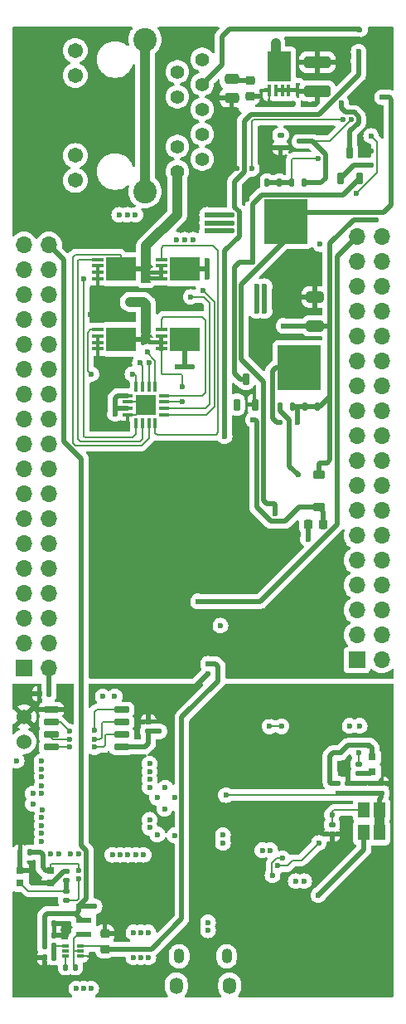
<source format=gbr>
%TF.GenerationSoftware,KiCad,Pcbnew,8.0.1*%
%TF.CreationDate,2024-10-08T23:28:17-07:00*%
%TF.ProjectId,POEPico,504f4550-6963-46f2-9e6b-696361645f70,rev?*%
%TF.SameCoordinates,Original*%
%TF.FileFunction,Copper,L4,Bot*%
%TF.FilePolarity,Positive*%
%FSLAX46Y46*%
G04 Gerber Fmt 4.6, Leading zero omitted, Abs format (unit mm)*
G04 Created by KiCad (PCBNEW 8.0.1) date 2024-10-08 23:28:17*
%MOMM*%
%LPD*%
G01*
G04 APERTURE LIST*
G04 Aperture macros list*
%AMRoundRect*
0 Rectangle with rounded corners*
0 $1 Rounding radius*
0 $2 $3 $4 $5 $6 $7 $8 $9 X,Y pos of 4 corners*
0 Add a 4 corners polygon primitive as box body*
4,1,4,$2,$3,$4,$5,$6,$7,$8,$9,$2,$3,0*
0 Add four circle primitives for the rounded corners*
1,1,$1+$1,$2,$3*
1,1,$1+$1,$4,$5*
1,1,$1+$1,$6,$7*
1,1,$1+$1,$8,$9*
0 Add four rect primitives between the rounded corners*
20,1,$1+$1,$2,$3,$4,$5,0*
20,1,$1+$1,$4,$5,$6,$7,0*
20,1,$1+$1,$6,$7,$8,$9,0*
20,1,$1+$1,$8,$9,$2,$3,0*%
G04 Aperture macros list end*
%TA.AperFunction,SMDPad,CuDef*%
%ADD10R,0.800000X0.800000*%
%TD*%
%TA.AperFunction,SMDPad,CuDef*%
%ADD11RoundRect,0.225000X0.250000X-0.225000X0.250000X0.225000X-0.250000X0.225000X-0.250000X-0.225000X0*%
%TD*%
%TA.AperFunction,SMDPad,CuDef*%
%ADD12RoundRect,0.250000X-0.475000X0.250000X-0.475000X-0.250000X0.475000X-0.250000X0.475000X0.250000X0*%
%TD*%
%TA.AperFunction,ComponentPad*%
%ADD13C,1.524000*%
%TD*%
%TA.AperFunction,ComponentPad*%
%ADD14C,1.408000*%
%TD*%
%TA.AperFunction,ComponentPad*%
%ADD15C,1.545000*%
%TD*%
%TA.AperFunction,ComponentPad*%
%ADD16C,2.400000*%
%TD*%
%TA.AperFunction,ComponentPad*%
%ADD17O,1.350000X1.700000*%
%TD*%
%TA.AperFunction,ComponentPad*%
%ADD18O,1.100000X1.500000*%
%TD*%
%TA.AperFunction,SMDPad,CuDef*%
%ADD19RoundRect,0.140000X-0.140000X-0.170000X0.140000X-0.170000X0.140000X0.170000X-0.140000X0.170000X0*%
%TD*%
%TA.AperFunction,SMDPad,CuDef*%
%ADD20RoundRect,0.112500X0.237500X-0.112500X0.237500X0.112500X-0.237500X0.112500X-0.237500X-0.112500X0*%
%TD*%
%TA.AperFunction,SMDPad,CuDef*%
%ADD21RoundRect,0.140000X0.140000X0.170000X-0.140000X0.170000X-0.140000X-0.170000X0.140000X-0.170000X0*%
%TD*%
%TA.AperFunction,SMDPad,CuDef*%
%ADD22R,1.600000X0.550000*%
%TD*%
%TA.AperFunction,SMDPad,CuDef*%
%ADD23RoundRect,0.140000X0.170000X-0.140000X0.170000X0.140000X-0.170000X0.140000X-0.170000X-0.140000X0*%
%TD*%
%TA.AperFunction,SMDPad,CuDef*%
%ADD24RoundRect,0.250000X1.100000X-0.325000X1.100000X0.325000X-1.100000X0.325000X-1.100000X-0.325000X0*%
%TD*%
%TA.AperFunction,SMDPad,CuDef*%
%ADD25R,1.200000X1.600000*%
%TD*%
%TA.AperFunction,SMDPad,CuDef*%
%ADD26RoundRect,0.085000X0.265000X0.085000X-0.265000X0.085000X-0.265000X-0.085000X0.265000X-0.085000X0*%
%TD*%
%TA.AperFunction,SMDPad,CuDef*%
%ADD27RoundRect,0.162500X0.162500X-0.447500X0.162500X0.447500X-0.162500X0.447500X-0.162500X-0.447500X0*%
%TD*%
%TA.AperFunction,SMDPad,CuDef*%
%ADD28R,1.219200X0.406400*%
%TD*%
%TA.AperFunction,SMDPad,CuDef*%
%ADD29R,3.073400X2.489200*%
%TD*%
%TA.AperFunction,SMDPad,CuDef*%
%ADD30RoundRect,0.140000X-0.170000X0.140000X-0.170000X-0.140000X0.170000X-0.140000X0.170000X0.140000X0*%
%TD*%
%TA.AperFunction,SMDPad,CuDef*%
%ADD31RoundRect,0.125000X-0.125000X0.300000X-0.125000X-0.300000X0.125000X-0.300000X0.125000X0.300000X0*%
%TD*%
%TA.AperFunction,SMDPad,CuDef*%
%ADD32R,4.410000X4.550000*%
%TD*%
%TA.AperFunction,ComponentPad*%
%ADD33R,1.700000X1.700000*%
%TD*%
%TA.AperFunction,ComponentPad*%
%ADD34O,1.700000X1.700000*%
%TD*%
%TA.AperFunction,SMDPad,CuDef*%
%ADD35RoundRect,0.225000X0.375000X-0.225000X0.375000X0.225000X-0.375000X0.225000X-0.375000X-0.225000X0*%
%TD*%
%TA.AperFunction,SMDPad,CuDef*%
%ADD36RoundRect,0.150000X-0.650000X-0.150000X0.650000X-0.150000X0.650000X0.150000X-0.650000X0.150000X0*%
%TD*%
%TA.AperFunction,SMDPad,CuDef*%
%ADD37RoundRect,0.075000X0.462500X0.075000X-0.462500X0.075000X-0.462500X-0.075000X0.462500X-0.075000X0*%
%TD*%
%TA.AperFunction,SMDPad,CuDef*%
%ADD38RoundRect,0.075000X0.075000X0.462500X-0.075000X0.462500X-0.075000X-0.462500X0.075000X-0.462500X0*%
%TD*%
%TA.AperFunction,HeatsinkPad*%
%ADD39R,2.150000X2.150000*%
%TD*%
%TA.AperFunction,SMDPad,CuDef*%
%ADD40RoundRect,0.250000X-0.650000X0.325000X-0.650000X-0.325000X0.650000X-0.325000X0.650000X0.325000X0*%
%TD*%
%TA.AperFunction,SMDPad,CuDef*%
%ADD41RoundRect,0.125000X0.125000X-0.300000X0.125000X0.300000X-0.125000X0.300000X-0.125000X-0.300000X0*%
%TD*%
%TA.AperFunction,SMDPad,CuDef*%
%ADD42R,0.406400X1.219200*%
%TD*%
%TA.AperFunction,SMDPad,CuDef*%
%ADD43R,2.489200X3.073400*%
%TD*%
%TA.AperFunction,SMDPad,CuDef*%
%ADD44RoundRect,0.225000X-0.225000X-0.250000X0.225000X-0.250000X0.225000X0.250000X-0.225000X0.250000X0*%
%TD*%
%TA.AperFunction,ViaPad*%
%ADD45C,0.600000*%
%TD*%
%TA.AperFunction,Conductor*%
%ADD46C,0.508000*%
%TD*%
%TA.AperFunction,Conductor*%
%ADD47C,0.200000*%
%TD*%
%TA.AperFunction,Conductor*%
%ADD48C,1.016000*%
%TD*%
G04 APERTURE END LIST*
D10*
%TO.P,D3,1,K*%
%TO.N,Net-(D3-K)*%
X151638000Y-101957000D03*
%TO.P,D3,2,A*%
%TO.N,+3V3*%
X151638000Y-100457000D03*
%TD*%
D11*
%TO.P,C57,1*%
%TO.N,+12V0*%
X124333000Y-120056000D03*
%TO.P,C57,2*%
%TO.N,GND*%
X124333000Y-118506000D03*
%TD*%
D12*
%TO.P,C55,1*%
%TO.N,Net-(C55-Pad1)*%
X137287000Y-31293129D03*
%TO.P,C55,2*%
%TO.N,VSS*%
X137287000Y-33193129D03*
%TD*%
D13*
%TO.P,J10,1*%
%TO.N,/Connectors/USB_BOOT*%
X116064001Y-98892029D03*
%TO.P,J10,2*%
%TO.N,GND*%
X116084001Y-96352029D03*
%TD*%
D14*
%TO.P,J2,1,TD+*%
%TO.N,/Connectors/ETH_TXP*%
X134278401Y-29297629D03*
%TO.P,J2,2,TD-*%
%TO.N,/Connectors/ETH_TXN*%
X131738401Y-30567629D03*
%TO.P,J2,3,CD*%
%TO.N,/Connectors/CT*%
X134278401Y-31837629D03*
%TO.P,J2,4,RD+*%
%TO.N,/Connectors/ETH_RXP*%
X131738401Y-33107629D03*
%TO.P,J2,5,RD-*%
%TO.N,/Connectors/ETH_RXN*%
X134278401Y-34377629D03*
%TO.P,J2,7,V1+*%
%TO.N,/Connectors/VC1P*%
X134278401Y-36917629D03*
%TO.P,J2,8,V1-*%
%TO.N,/Connectors/VC1N*%
X131738401Y-38187629D03*
%TO.P,J2,9,V2+*%
%TO.N,/Connectors/VC2P*%
X134278401Y-39457629D03*
%TO.P,J2,10,V2-*%
%TO.N,/Connectors/VC2N*%
X131738401Y-40727629D03*
D15*
%TO.P,J2,11*%
%TO.N,Net-(J2-Pad11)*%
X121308401Y-28387629D03*
%TO.P,J2,12*%
%TO.N,/Connectors/LED1_Y*%
X121308401Y-30927629D03*
%TO.P,J2,13*%
%TO.N,Net-(J2-Pad13)*%
X121308401Y-39097629D03*
%TO.P,J2,14*%
%TO.N,/Connectors/LED2_G*%
X121308401Y-41637629D03*
D16*
%TO.P,J2,S1,SHIELD1*%
%TO.N,CGND*%
X128438401Y-27267629D03*
%TO.P,J2,S2,SHIELD2*%
X128438401Y-42757629D03*
%TD*%
D17*
%TO.P,J1,6,Shield*%
%TO.N,CGND*%
X137091501Y-123799429D03*
D18*
X136781501Y-120799429D03*
X131941501Y-120799429D03*
D17*
X131631501Y-123799429D03*
%TD*%
D19*
%TO.P,C59,1*%
%TO.N,+5V0*%
X118186200Y-117475000D03*
%TO.P,C59,2*%
%TO.N,GND*%
X119146200Y-117475000D03*
%TD*%
D20*
%TO.P,D6,1,A*%
%TO.N,VSS*%
X142295401Y-38308629D03*
%TO.P,D6,2,NC*%
%TO.N,unconnected-(D6-NC-Pad2)*%
X142295401Y-37008629D03*
%TO.P,D6,3,K*%
%TO.N,Net-(D6-K)*%
X144295401Y-37658629D03*
%TD*%
D21*
%TO.P,R33,1*%
%TO.N,/Power/FB*%
X119146200Y-120904000D03*
%TO.P,R33,2*%
%TO.N,GND*%
X118186200Y-120904000D03*
%TD*%
D22*
%TO.P,L5,1,1*%
%TO.N,Net-(U9-SW)*%
X122174000Y-118544000D03*
%TO.P,L5,2,2*%
%TO.N,+5V0*%
X122174000Y-117094000D03*
%TD*%
D23*
%TO.P,C29,1*%
%TO.N,/MicroController/VDD_CORE*%
X150292401Y-104144029D03*
%TO.P,C29,2*%
%TO.N,GND*%
X150292401Y-103184029D03*
%TD*%
D24*
%TO.P,C41,1*%
%TO.N,Net-(U3-HSSRC)*%
X146048001Y-32528729D03*
%TO.P,C41,2*%
%TO.N,VSS*%
X146048001Y-29578729D03*
%TD*%
D25*
%TO.P,FB3,1*%
%TO.N,/MicroController/VDD_CORE*%
X152396801Y-105883029D03*
%TO.P,FB3,2*%
%TO.N,/MicroController/VDD_USBPLL*%
X150796801Y-105883029D03*
%TD*%
D19*
%TO.P,C63,1*%
%TO.N,GND*%
X117658000Y-94030800D03*
%TO.P,C63,2*%
%TO.N,+3V3*%
X118618000Y-94030800D03*
%TD*%
D26*
%TO.P,U9,1,VIN*%
%TO.N,+12V0*%
X121845200Y-119761000D03*
%TO.P,U9,2,SW*%
%TO.N,Net-(U9-SW)*%
X121845200Y-120261000D03*
%TO.P,U9,3,GND*%
%TO.N,GND*%
X121845200Y-120761000D03*
%TO.P,U9,4,BST*%
%TO.N,Net-(U9-BST)*%
X120345200Y-120761000D03*
%TO.P,U9,5,EN*%
%TO.N,unconnected-(U9-EN-Pad5)*%
X120345200Y-120261000D03*
%TO.P,U9,6,FB*%
%TO.N,/Power/FB*%
X120345200Y-119761000D03*
%TD*%
D27*
%TO.P,Q10,1,C*%
%TO.N,Net-(D5-K)*%
X150325401Y-41421629D03*
%TO.P,Q10,2,B*%
%TO.N,Net-(Q10-B)*%
X148425401Y-41421629D03*
%TO.P,Q10,3,E*%
%TO.N,Net-(Q10-E)*%
X149375401Y-38801629D03*
%TD*%
D28*
%TO.P,Q8,1,S*%
%TO.N,VSS*%
X123603401Y-51663128D03*
%TO.P,Q8,2,S*%
X123603401Y-51013130D03*
%TO.P,Q8,3,S*%
X123603401Y-50363128D03*
%TO.P,Q8,4,G*%
%TO.N,/Power/BG78*%
X123603401Y-49713130D03*
D29*
%TO.P,Q8,5,D*%
%TO.N,/Connectors/VC2N*%
X126003701Y-50688129D03*
%TD*%
D28*
%TO.P,Q2,1,S*%
%TO.N,/Connectors/VC1N*%
X130093101Y-58826628D03*
%TO.P,Q2,2,S*%
X130093101Y-58176630D03*
%TO.P,Q2,3,S*%
X130093101Y-57526628D03*
%TO.P,Q2,4,G*%
%TO.N,/Power/TG36*%
X130093101Y-56876630D03*
D29*
%TO.P,Q2,5,D*%
%TO.N,VDD*%
X132493401Y-57851629D03*
%TD*%
D23*
%TO.P,C33,1*%
%TO.N,/MicroController/VDD_CORE*%
X151435401Y-104144029D03*
%TO.P,C33,2*%
%TO.N,GND*%
X151435401Y-103184029D03*
%TD*%
D19*
%TO.P,C58,1*%
%TO.N,Net-(U9-BST)*%
X120345200Y-121920000D03*
%TO.P,C58,2*%
%TO.N,Net-(U9-SW)*%
X121305200Y-121920000D03*
%TD*%
D28*
%TO.P,Q4,1,S*%
%TO.N,/Connectors/VC2N*%
X130093101Y-51663128D03*
%TO.P,Q4,2,S*%
X130093101Y-51013130D03*
%TO.P,Q4,3,S*%
X130093101Y-50363128D03*
%TO.P,Q4,4,G*%
%TO.N,/Power/TG78*%
X130093101Y-49713130D03*
D29*
%TO.P,Q4,5,D*%
%TO.N,VDD*%
X132493401Y-50688129D03*
%TD*%
D27*
%TO.P,D5,1,A*%
%TO.N,VSS*%
X139718401Y-64508629D03*
%TO.P,D5,2*%
%TO.N,N/C*%
X137818401Y-64508629D03*
%TO.P,D5,3,K*%
%TO.N,Net-(D5-K)*%
X138768401Y-61888629D03*
%TD*%
D30*
%TO.P,C35,1*%
%TO.N,/MicroController/VDD_USBPLL*%
X147546601Y-107361429D03*
%TO.P,C35,2*%
%TO.N,GND*%
X147546601Y-108321429D03*
%TD*%
%TO.P,C14,1*%
%TO.N,GND*%
X120373801Y-112111229D03*
%TO.P,C14,2*%
%TO.N,Net-(C14-Pad2)*%
X120373801Y-113071229D03*
%TD*%
D11*
%TO.P,R22,1*%
%TO.N,Net-(Q9-G)*%
X139192000Y-33018129D03*
%TO.P,R22,2*%
%TO.N,Net-(C55-Pad1)*%
X139192000Y-31468129D03*
%TD*%
D25*
%TO.P,FB2,1*%
%TO.N,/MicroController/VDD_CORE*%
X152396801Y-108169029D03*
%TO.P,FB2,2*%
%TO.N,/MicroController/VDD_PLL*%
X150796801Y-108169029D03*
%TD*%
D31*
%TO.P,Q11,1,S*%
%TO.N,Net-(U3-ISEN+)*%
X140920401Y-41886629D03*
%TO.P,Q11,2,S*%
X142190401Y-41886629D03*
%TO.P,Q11,3,S*%
X143460401Y-41886629D03*
%TO.P,Q11,4,G*%
%TO.N,Net-(D6-K)*%
X144730401Y-41886629D03*
D32*
%TO.P,Q11,5,D*%
%TO.N,Net-(Q11-D)*%
X142825401Y-45836629D03*
%TD*%
D23*
%TO.P,C38,1*%
%TO.N,/MicroController/VDD_CORE*%
X152578401Y-104144029D03*
%TO.P,C38,2*%
%TO.N,GND*%
X152578401Y-103184029D03*
%TD*%
D19*
%TO.P,R32,1*%
%TO.N,+5V0*%
X118186200Y-119761000D03*
%TO.P,R32,2*%
%TO.N,/Power/FB*%
X119146200Y-119761000D03*
%TD*%
D33*
%TO.P,J21,1,Pin_1*%
%TO.N,GND*%
X116078000Y-91400429D03*
D34*
%TO.P,J21,2,Pin_2*%
%TO.N,+3V3*%
X118618000Y-91400429D03*
%TO.P,J21,3,Pin_3*%
%TO.N,GND*%
X116078000Y-88860429D03*
%TO.P,J21,4,Pin_4*%
%TO.N,/Connectors/GPIO0*%
X118618000Y-88860429D03*
%TO.P,J21,5,Pin_5*%
%TO.N,GND*%
X116078000Y-86320429D03*
%TO.P,J21,6,Pin_6*%
%TO.N,/Connectors/GPIO1*%
X118618000Y-86320429D03*
%TO.P,J21,7,Pin_7*%
%TO.N,GND*%
X116078000Y-83780429D03*
%TO.P,J21,8,Pin_8*%
%TO.N,/Connectors/GPIO2*%
X118618000Y-83780429D03*
%TO.P,J21,9,Pin_9*%
%TO.N,GND*%
X116078000Y-81240429D03*
%TO.P,J21,10,Pin_10*%
%TO.N,/Connectors/GPIO3*%
X118618000Y-81240429D03*
%TO.P,J21,11,Pin_11*%
%TO.N,GND*%
X116078000Y-78700429D03*
%TO.P,J21,12,Pin_12*%
%TO.N,/Connectors/GPIO4*%
X118618000Y-78700429D03*
%TO.P,J21,13,Pin_13*%
%TO.N,GND*%
X116078000Y-76160429D03*
%TO.P,J21,14,Pin_14*%
%TO.N,/Connectors/GPIO5*%
X118618000Y-76160429D03*
%TO.P,J21,15,Pin_15*%
%TO.N,GND*%
X116078000Y-73620429D03*
%TO.P,J21,16,Pin_16*%
%TO.N,/Connectors/GPIO6*%
X118618000Y-73620429D03*
%TO.P,J21,17,Pin_17*%
%TO.N,GND*%
X116078000Y-71080429D03*
%TO.P,J21,18,Pin_18*%
%TO.N,/Connectors/GPIO7*%
X118618000Y-71080429D03*
%TO.P,J21,19,Pin_19*%
%TO.N,GND*%
X116078000Y-68540429D03*
%TO.P,J21,20,Pin_20*%
%TO.N,/Connectors/GPIO8*%
X118618000Y-68540429D03*
%TO.P,J21,21,Pin_21*%
%TO.N,GND*%
X116078000Y-66000429D03*
%TO.P,J21,22,Pin_22*%
%TO.N,/Connectors/GPIO9*%
X118618000Y-66000429D03*
%TO.P,J21,23,Pin_23*%
%TO.N,GND*%
X116078000Y-63460429D03*
%TO.P,J21,24,Pin_24*%
%TO.N,/Connectors/GPIO10*%
X118618000Y-63460429D03*
%TO.P,J21,25,Pin_25*%
%TO.N,GND*%
X116078000Y-60920429D03*
%TO.P,J21,26,Pin_26*%
%TO.N,/Connectors/GPIO11*%
X118618000Y-60920429D03*
%TO.P,J21,27,Pin_27*%
%TO.N,GND*%
X116078000Y-58380429D03*
%TO.P,J21,28,Pin_28*%
%TO.N,/Connectors/GPIO12*%
X118618000Y-58380429D03*
%TO.P,J21,29,Pin_29*%
%TO.N,GND*%
X116078000Y-55840429D03*
%TO.P,J21,30,Pin_30*%
%TO.N,/Connectors/GPIO13*%
X118618000Y-55840429D03*
%TO.P,J21,31,Pin_31*%
%TO.N,GND*%
X116078000Y-53300429D03*
%TO.P,J21,32,Pin_32*%
%TO.N,/Connectors/GPIO14*%
X118618000Y-53300429D03*
%TO.P,J21,33,Pin_33*%
%TO.N,GND*%
X116078000Y-50760429D03*
%TO.P,J21,34,Pin_34*%
%TO.N,/Connectors/GPIO15*%
X118618000Y-50760429D03*
%TO.P,J21,35,Pin_35*%
%TO.N,GND*%
X116078000Y-48220429D03*
%TO.P,J21,36,Pin_36*%
%TO.N,+5V0*%
X118618000Y-48220429D03*
%TD*%
D35*
%TO.P,D7,1,K*%
%TO.N,Net-(D7-K)*%
X146200401Y-74995629D03*
%TO.P,D7,2,A*%
%TO.N,GND*%
X146200401Y-71695629D03*
%TD*%
D33*
%TO.P,J22,1,Pin_1*%
%TO.N,/Connectors/SWCLK*%
X150088600Y-90576400D03*
D34*
%TO.P,J22,2,Pin_2*%
%TO.N,GND*%
X152628600Y-90576400D03*
%TO.P,J22,3,Pin_3*%
%TO.N,/Connectors/SWD*%
X150088600Y-88036400D03*
%TO.P,J22,4,Pin_4*%
%TO.N,GND*%
X152628600Y-88036400D03*
%TO.P,J22,5,Pin_5*%
%TO.N,/Connectors/RUN*%
X150088600Y-85496400D03*
%TO.P,J22,6,Pin_6*%
%TO.N,GND*%
X152628600Y-85496400D03*
%TO.P,J22,7,Pin_7*%
%TO.N,/Connectors/GPIO16*%
X150088600Y-82956400D03*
%TO.P,J22,8,Pin_8*%
%TO.N,GND*%
X152628600Y-82956400D03*
%TO.P,J22,9,Pin_9*%
%TO.N,/Connectors/GPIO17*%
X150088600Y-80416400D03*
%TO.P,J22,10,Pin_10*%
%TO.N,GND*%
X152628600Y-80416400D03*
%TO.P,J22,11,Pin_11*%
%TO.N,/Connectors/GPIO18*%
X150088600Y-77876400D03*
%TO.P,J22,12,Pin_12*%
%TO.N,GND*%
X152628600Y-77876400D03*
%TO.P,J22,13,Pin_13*%
%TO.N,/Connectors/GPIO19*%
X150088600Y-75336400D03*
%TO.P,J22,14,Pin_14*%
%TO.N,GND*%
X152628600Y-75336400D03*
%TO.P,J22,15,Pin_15*%
%TO.N,/Connectors/GPIO20*%
X150088600Y-72796400D03*
%TO.P,J22,16,Pin_16*%
%TO.N,GND*%
X152628600Y-72796400D03*
%TO.P,J22,17,Pin_17*%
%TO.N,/Connectors/GPIO21*%
X150088600Y-70256400D03*
%TO.P,J22,18,Pin_18*%
%TO.N,GND*%
X152628600Y-70256400D03*
%TO.P,J22,19,Pin_19*%
%TO.N,/Connectors/GPIO22*%
X150088600Y-67716400D03*
%TO.P,J22,20,Pin_20*%
%TO.N,GND*%
X152628600Y-67716400D03*
%TO.P,J22,21,Pin_21*%
%TO.N,/Connectors/GPIO23*%
X150088600Y-65176400D03*
%TO.P,J22,22,Pin_22*%
%TO.N,GND*%
X152628600Y-65176400D03*
%TO.P,J22,23,Pin_23*%
%TO.N,/Connectors/GPIO24*%
X150088600Y-62636400D03*
%TO.P,J22,24,Pin_24*%
%TO.N,GND*%
X152628600Y-62636400D03*
%TO.P,J22,25,Pin_25*%
%TO.N,/Connectors/GPIO25*%
X150088600Y-60096400D03*
%TO.P,J22,26,Pin_26*%
%TO.N,GND*%
X152628600Y-60096400D03*
%TO.P,J22,27,Pin_27*%
%TO.N,/Connectors/GPIO26*%
X150088600Y-57556400D03*
%TO.P,J22,28,Pin_28*%
%TO.N,GND*%
X152628600Y-57556400D03*
%TO.P,J22,29,Pin_29*%
%TO.N,/Connectors/GPIO27*%
X150088600Y-55016400D03*
%TO.P,J22,30,Pin_30*%
%TO.N,GND*%
X152628600Y-55016400D03*
%TO.P,J22,31,Pin_31*%
%TO.N,/Connectors/GPIO28*%
X150088600Y-52476400D03*
%TO.P,J22,32,Pin_32*%
%TO.N,GND*%
X152628600Y-52476400D03*
%TO.P,J22,33,Pin_33*%
%TO.N,/Connectors/GPIO29*%
X150088600Y-49936400D03*
%TO.P,J22,34,Pin_34*%
%TO.N,GND*%
X152628600Y-49936400D03*
%TO.P,J22,35,Pin_35*%
%TO.N,+12V0*%
X150088600Y-47396400D03*
%TO.P,J22,36,Pin_36*%
%TO.N,GND*%
X152628600Y-47396400D03*
%TD*%
D36*
%TO.P,U2,1,~{CS}*%
%TO.N,/MicroController/QSPI_SS*%
X118858001Y-99457029D03*
%TO.P,U2,2,DO(IO1)*%
%TO.N,/MicroController/QSPI_SD1*%
X118858001Y-98187029D03*
%TO.P,U2,3,IO2*%
%TO.N,/MicroController/QSPI_SD2*%
X118858001Y-96917029D03*
%TO.P,U2,4,GND*%
%TO.N,GND*%
X118858001Y-95647029D03*
%TO.P,U2,5,DI(IO0)*%
%TO.N,/MicroController/QSPI_SD0*%
X126058001Y-95647029D03*
%TO.P,U2,6,CLK*%
%TO.N,/MicroController/QSPI_SCLK*%
X126058001Y-96917029D03*
%TO.P,U2,7,IO3*%
%TO.N,/MicroController/QSPI_SD3*%
X126058001Y-98187029D03*
%TO.P,U2,8,VCC*%
%TO.N,+3V3*%
X126058001Y-99457029D03*
%TD*%
D28*
%TO.P,Q6,1,S*%
%TO.N,VSS*%
X123616101Y-58826628D03*
%TO.P,Q6,2,S*%
X123616101Y-58176630D03*
%TO.P,Q6,3,S*%
X123616101Y-57526628D03*
%TO.P,Q6,4,G*%
%TO.N,/Power/BG36*%
X123616101Y-56876630D03*
D29*
%TO.P,Q6,5,D*%
%TO.N,/Connectors/VC1N*%
X126016401Y-57851629D03*
%TD*%
D10*
%TO.P,Y1,1,1*%
%TO.N,/MicroController/XI_RP*%
X118793801Y-112029829D03*
%TO.P,Y1,2,2*%
%TO.N,GND*%
X118793801Y-113329829D03*
%TO.P,Y1,3,3*%
%TO.N,Net-(C14-Pad2)*%
X115693801Y-113329829D03*
%TO.P,Y1,4,4*%
%TO.N,GND*%
X115693801Y-112029829D03*
%TD*%
D23*
%TO.P,R17,1*%
%TO.N,Net-(D3-K)*%
X150264401Y-102141629D03*
%TO.P,R17,2*%
%TO.N,Net-(U6-NFDX_LED{slash}GPIO8)*%
X150264401Y-101181629D03*
%TD*%
D37*
%TO.P,U4,1,TG36*%
%TO.N,/Power/TG36*%
X130352901Y-63575629D03*
%TO.P,U4,2,IN36*%
%TO.N,/Connectors/VC1N*%
X130352901Y-64225629D03*
%TO.P,U4,3,IN45*%
%TO.N,/Connectors/VC2P*%
X130352901Y-64875629D03*
%TO.P,U4,4,TG45*%
%TO.N,/Power/TG45*%
X130352901Y-65525629D03*
D38*
%TO.P,U4,5,TG78*%
%TO.N,/Power/TG78*%
X129490401Y-66388129D03*
%TO.P,U4,6,IN78*%
%TO.N,/Connectors/VC2N*%
X128840401Y-66388129D03*
%TO.P,U4,7,BG78*%
%TO.N,/Power/BG78*%
X128190401Y-66388129D03*
%TO.P,U4,8,BG45*%
%TO.N,/Power/BG45*%
X127540401Y-66388129D03*
D37*
%TO.P,U4,9,OUTN*%
%TO.N,VSS*%
X126677901Y-65525629D03*
%TO.P,U4,10,~{EN}*%
%TO.N,VDD*%
X126677901Y-64875629D03*
%TO.P,U4,11,EN*%
%TO.N,VSS*%
X126677901Y-64225629D03*
%TO.P,U4,12,OUTP*%
%TO.N,VDD*%
X126677901Y-63575629D03*
D38*
%TO.P,U4,13,BG36*%
%TO.N,/Power/BG36*%
X127540401Y-62713129D03*
%TO.P,U4,14,BG12*%
%TO.N,/Power/BG12*%
X128190401Y-62713129D03*
%TO.P,U4,15,IN12*%
%TO.N,/Connectors/VC1P*%
X128840401Y-62713129D03*
%TO.P,U4,16,TG12*%
%TO.N,/Power/TG12*%
X129490401Y-62713129D03*
D39*
%TO.P,U4,17,OUTN*%
%TO.N,VSS*%
X128515401Y-64550629D03*
%TD*%
D19*
%TO.P,C60,1*%
%TO.N,+5V0*%
X118186200Y-118618000D03*
%TO.P,C60,2*%
%TO.N,GND*%
X119146200Y-118618000D03*
%TD*%
D40*
%TO.P,C43,1*%
%TO.N,VSS*%
X145819401Y-53532629D03*
%TO.P,C43,2*%
%TO.N,GND*%
X145819401Y-56482629D03*
%TD*%
D30*
%TO.P,R5,1*%
%TO.N,Net-(C14-Pad2)*%
X120373801Y-114128229D03*
%TO.P,R5,2*%
%TO.N,/MicroController/XO_RP*%
X120373801Y-115088229D03*
%TD*%
D41*
%TO.P,Q12,1,S*%
%TO.N,GND*%
X146073401Y-64688629D03*
%TO.P,Q12,2,S*%
X144803401Y-64688629D03*
%TO.P,Q12,3,S*%
X143533401Y-64688629D03*
%TO.P,Q12,4,G*%
%TO.N,Net-(Q12-G)*%
X142263401Y-64688629D03*
D32*
%TO.P,Q12,5,D*%
%TO.N,Net-(Q12-D)*%
X144168401Y-60738629D03*
%TD*%
D42*
%TO.P,Q9,1,S*%
%TO.N,Net-(U3-HSSRC)*%
X143111400Y-32438929D03*
%TO.P,Q9,2,S*%
X142461402Y-32438929D03*
%TO.P,Q9,3,S*%
X141811400Y-32438929D03*
%TO.P,Q9,4,G*%
%TO.N,Net-(Q9-G)*%
X141161402Y-32438929D03*
D43*
%TO.P,Q9,5,D*%
%TO.N,VDD*%
X142136401Y-30038629D03*
%TD*%
D19*
%TO.P,C13,1*%
%TO.N,GND*%
X115693801Y-110201029D03*
%TO.P,C13,2*%
%TO.N,/MicroController/XI_RP*%
X116653801Y-110201029D03*
%TD*%
D23*
%TO.P,C28,1*%
%TO.N,/MicroController/VDD_CORE*%
X149149401Y-104144029D03*
%TO.P,C28,2*%
%TO.N,GND*%
X149149401Y-103184029D03*
%TD*%
D44*
%TO.P,R29,1*%
%TO.N,Net-(Q13-B)*%
X145095401Y-76723829D03*
%TO.P,R29,2*%
%TO.N,Net-(D7-K)*%
X146645401Y-76723829D03*
%TD*%
D23*
%TO.P,C12,1*%
%TO.N,+3V3*%
X128776001Y-97851429D03*
%TO.P,C12,2*%
%TO.N,GND*%
X128776001Y-96891429D03*
%TD*%
D45*
%TO.N,+3V3*%
X122936000Y-124079000D03*
X122174000Y-124079000D03*
X121412000Y-124079000D03*
%TO.N,Net-(C52-Pad1)*%
X146304000Y-48133000D03*
%TO.N,VDD*%
X134770401Y-46802629D03*
X127457200Y-45151629D03*
X131722401Y-60645629D03*
X134770401Y-49850629D03*
X134770401Y-51501629D03*
X139852400Y-52425600D03*
X137310401Y-45965129D03*
X133246401Y-60645629D03*
X137310401Y-46802629D03*
X140665200Y-52425600D03*
X134770401Y-45965129D03*
X140665200Y-54965600D03*
X132484401Y-47691629D03*
X137310401Y-45151629D03*
X131670901Y-47691629D03*
X141775401Y-27649929D03*
X133321901Y-47691629D03*
X134770401Y-50688129D03*
X132484401Y-60645629D03*
X139851700Y-54965600D03*
X125806200Y-45151629D03*
X126619700Y-45151629D03*
X134770401Y-45151629D03*
X125356900Y-65471629D03*
%TO.N,VSS*%
X122832401Y-55311629D03*
X141755401Y-78171629D03*
X124356401Y-48199629D03*
X151534401Y-38674629D03*
X138834401Y-43591629D03*
X123607101Y-55311629D03*
X137818401Y-40452629D03*
X137922000Y-66040000D03*
X123607101Y-48199629D03*
X141628401Y-53755129D03*
X150238727Y-27180273D03*
X124356401Y-55311629D03*
X139827000Y-58166000D03*
X123848401Y-62296629D03*
X122832401Y-48199629D03*
%TO.N,GND*%
X144958401Y-94167029D03*
X141148401Y-96382029D03*
X128270000Y-95504000D03*
X148613401Y-109336029D03*
X130810000Y-115570000D03*
X142595600Y-56482629D03*
X133604000Y-115570000D03*
X136144000Y-87061629D03*
X126720600Y-117348000D03*
X144041401Y-66334629D03*
X133655401Y-106486029D03*
X133604000Y-116332000D03*
X118793801Y-115316000D03*
X120400099Y-118618000D03*
X130810000Y-116332000D03*
X120396000Y-117475000D03*
X130810000Y-114808000D03*
X138988800Y-121033000D03*
X153416000Y-103214029D03*
X117094000Y-112776000D03*
X124536600Y-122763900D03*
X135622001Y-97835029D03*
X147752401Y-98259029D03*
X143413401Y-98953029D03*
X152042401Y-45685029D03*
X143508001Y-115824000D03*
X133604000Y-114808000D03*
X152628600Y-93472000D03*
X134874000Y-91948000D03*
%TO.N,/Power/TG12*%
X128674401Y-59121629D03*
%TO.N,/Power/TG45*%
X134389401Y-52898629D03*
%TO.N,/Power/BG12*%
X127912401Y-60264629D03*
%TO.N,/Power/BG36*%
X122959401Y-61407629D03*
X127150401Y-61407629D03*
%TO.N,/Power/BG45*%
X122197401Y-51663128D03*
%TO.N,/Connectors/GPIO16*%
X127493010Y-110455029D03*
%TO.N,/Connectors/GPIO13*%
X119641689Y-110350946D03*
%TO.N,/Connectors/RUN*%
X126693007Y-110455029D03*
%TO.N,/Connectors/GPIO28*%
X128903001Y-101958632D03*
%TO.N,/Connectors/GPIO24*%
X129665001Y-104613029D03*
%TO.N,/Connectors/GPIO15*%
X121689401Y-110350946D03*
%TO.N,/MicroController/QSPI_SD0*%
X123261561Y-97726376D03*
%TO.N,/Connectors/GPIO2*%
X117879401Y-102489000D03*
%TO.N,/Connectors/GPIO21*%
X128903001Y-106873435D03*
%TO.N,/Connectors/GPIO1*%
X117854845Y-101689375D03*
%TO.N,/Connectors/GPIO5*%
X116965001Y-104206629D03*
%TO.N,/Connectors/GPIO26*%
X128903001Y-103558638D03*
%TO.N,/Connectors/GPIO25*%
X130505200Y-103606600D03*
%TO.N,/Connectors/GPIO10*%
X117879401Y-108245035D03*
%TO.N,/Connectors/GPIO19*%
X129702299Y-108380194D03*
%TO.N,/MicroController/QSPI_SS*%
X120698801Y-99456635D03*
%TO.N,/Connectors/GPIO17*%
X128293401Y-110455029D03*
%TO.N,/Connectors/GPIO7*%
X117914151Y-105845781D03*
%TO.N,/Connectors/GPIO0*%
X117856386Y-100889374D03*
%TO.N,/MicroController/QSPI_SCLK*%
X123261561Y-98654755D03*
%TO.N,/Connectors/GPIO20*%
X128903001Y-107673438D03*
%TO.N,/Connectors/GPIO8*%
X117879401Y-106645029D03*
%TO.N,/Connectors/GPIO22*%
X130435760Y-105757007D03*
%TO.N,/Connectors/GPIO29*%
X128903001Y-101158629D03*
%TO.N,/MicroController/QSPI_SD1*%
X120698801Y-98656632D03*
%TO.N,/Connectors/GPIO9*%
X117879401Y-107445032D03*
%TO.N,/Connectors/GPIO4*%
X117879401Y-104206629D03*
%TO.N,/MicroController/QSPI_SD3*%
X123261561Y-99454758D03*
%TO.N,/Connectors/SWCLK*%
X125093001Y-110455029D03*
%TO.N,/Connectors/GPIO11*%
X117879401Y-109045038D03*
%TO.N,/Connectors/SWD*%
X125893004Y-110455029D03*
%TO.N,/MicroController/QSPI_SD2*%
X120698801Y-97856629D03*
%TO.N,/Connectors/GPIO12*%
X118767995Y-110350946D03*
%TO.N,/Connectors/GPIO27*%
X128903001Y-102758635D03*
%TO.N,/Connectors/GPIO23*%
X131445000Y-104613029D03*
%TO.N,/Connectors/GPIO18*%
X131445000Y-108458000D03*
%TO.N,/Connectors/GPIO3*%
X117879401Y-103393829D03*
%TO.N,/Connectors/GPIO14*%
X120848011Y-110350946D03*
%TO.N,/Connectors/GPIO6*%
X116967249Y-105245781D03*
%TO.N,/Connectors/USB_DN*%
X134874000Y-117345197D03*
X143838201Y-113131600D03*
X125341001Y-94300629D03*
%TO.N,/Connectors/USB_DP*%
X134874000Y-118145200D03*
X144701801Y-113131600D03*
X124121001Y-94300629D03*
%TO.N,+3V3*%
X151407401Y-99314000D03*
X129907001Y-97851429D03*
X148156201Y-103184029D03*
X128778000Y-120904000D03*
X127254000Y-120904000D03*
X115316000Y-100838000D03*
X148410201Y-100041029D03*
X127254000Y-118364000D03*
X147343401Y-102190429D03*
X128016000Y-118364000D03*
X128016000Y-120904000D03*
X128778000Y-118364000D03*
%TO.N,/MicroController/XI_RP*%
X121664001Y-112029829D03*
%TO.N,+5V0*%
X123278799Y-115697000D03*
X121679600Y-115697601D03*
X122478800Y-115697000D03*
%TO.N,/MicroController/XO_RP*%
X121664001Y-112868029D03*
%TO.N,/MicroController/EEDO*%
X141148401Y-97342029D03*
X142383401Y-97337029D03*
%TO.N,Net-(D5-K)*%
X139469401Y-49977629D03*
%TO.N,Net-(D6-K)*%
X149502401Y-35448829D03*
%TO.N,Net-(D7-K)*%
X139469401Y-66055829D03*
%TO.N,Net-(Q9-G)*%
X143550215Y-33822215D03*
%TO.N,Net-(U3-ISEN+)*%
X146098801Y-39360429D03*
%TO.N,Net-(Q11-D)*%
X141755401Y-75678629D03*
X152654000Y-33147000D03*
%TO.N,Net-(Q12-G)*%
X144066801Y-71695629D03*
%TO.N,Net-(Q12-D)*%
X142263401Y-66334629D03*
%TO.N,Net-(U3-VIN)*%
X150252401Y-29388946D03*
X136575800Y-67757629D03*
X150264401Y-28514629D03*
%TO.N,Net-(C44-Pad1)*%
X139355401Y-40452629D03*
X148663601Y-35448829D03*
%TO.N,Net-(Q10-B)*%
X151534401Y-40071629D03*
%TO.N,+12V0*%
X134874000Y-90948185D03*
X133858000Y-84582000D03*
%TO.N,/MicroController/VDD_33A*%
X146204933Y-109232166D03*
X141958601Y-111575600D03*
%TO.N,/MicroController/VDD_CORE*%
X148133401Y-104144029D03*
X136703401Y-104355029D03*
%TO.N,/MicroController/VDD_PLL*%
X146140030Y-114554000D03*
%TO.N,/MicroController/VDD_USBPLL*%
X147546601Y-106355029D03*
%TO.N,Net-(C52-Pad1)*%
X150022977Y-42992629D03*
X151534401Y-37100029D03*
%TO.N,Net-(U6-EXRES)*%
X141470801Y-112522000D03*
X142513401Y-110813600D03*
%TO.N,Net-(U6-NFDX_LED{slash}GPIO8)*%
X150264401Y-100041029D03*
%TO.N,Net-(Q10-E)*%
X148471401Y-33721629D03*
%TO.N,Net-(Q13-B)*%
X145095401Y-78222429D03*
%TO.N,/Connectors/ETH_TXN*%
X136398000Y-108419997D03*
%TO.N,/Connectors/LED2_G*%
X150368000Y-97282000D03*
%TO.N,/Connectors/ETH_TXP*%
X136398000Y-109220000D03*
%TO.N,/Connectors/LED1_Y*%
X149352000Y-97282000D03*
%TO.N,/Connectors/ETH_RXN*%
X140423997Y-109982000D03*
%TO.N,/Connectors/ETH_RXP*%
X141224000Y-109982000D03*
%TO.N,/Connectors/CT*%
X150391401Y-26266629D03*
%TO.N,/Connectors/VC1P*%
X128840401Y-60264629D03*
%TO.N,/Connectors/VC1N*%
X126896401Y-54041629D03*
X132230401Y-62677629D03*
X132230401Y-64225629D03*
%TO.N,/Connectors/VC2P*%
X133119401Y-53533629D03*
%TO.N,Net-(U3-HSSRC)*%
X145692401Y-33848629D03*
X144905001Y-33848629D03*
%TD*%
D46*
%TO.N,Net-(U3-VIN)*%
X150252401Y-28526629D02*
X150264401Y-28514629D01*
X150252401Y-29388946D02*
X150252401Y-28526629D01*
%TO.N,/Connectors/CT*%
X136269001Y-26990629D02*
X136269001Y-29847029D01*
X136269001Y-29847029D02*
X134278401Y-31837629D01*
X150345401Y-26220629D02*
X137039001Y-26220629D01*
X150391401Y-26266629D02*
X150345401Y-26220629D01*
X137039001Y-26220629D02*
X136269001Y-26990629D01*
D47*
%TO.N,+12V0*%
X121845200Y-119761000D02*
X123952000Y-119761000D01*
D46*
X135890000Y-92710000D02*
X132199000Y-96401000D01*
X135652185Y-90948185D02*
X135890000Y-91186000D01*
X135890000Y-91186000D02*
X135890000Y-92710000D01*
X134874000Y-90948185D02*
X135652185Y-90948185D01*
X132199000Y-96401000D02*
X132199000Y-116975000D01*
X132199000Y-116975000D02*
X129118000Y-120056000D01*
X129118000Y-120056000D02*
X124247000Y-120056000D01*
D47*
%TO.N,Net-(D6-K)*%
X147302330Y-37658629D02*
X144295401Y-37658629D01*
X149502401Y-35458558D02*
X147302330Y-37658629D01*
X149502401Y-35448829D02*
X149502401Y-35458558D01*
%TO.N,Net-(C44-Pad1)*%
X139355401Y-35613629D02*
X139355401Y-40452629D01*
X139520201Y-35448829D02*
X139355401Y-35613629D01*
X148663601Y-35448829D02*
X139520201Y-35448829D01*
D46*
%TO.N,+3V3*%
X151638000Y-99544599D02*
X151407401Y-99314000D01*
X151638000Y-100457000D02*
X151638000Y-99544599D01*
%TO.N,Net-(D3-K)*%
X151453371Y-102141629D02*
X151638000Y-101957000D01*
X150264401Y-102141629D02*
X151453371Y-102141629D01*
%TO.N,+3V3*%
X149164201Y-99287029D02*
X148410201Y-100041029D01*
X151380430Y-99287029D02*
X149164201Y-99287029D01*
X151407401Y-99314000D02*
X151380430Y-99287029D01*
%TO.N,Net-(Q11-D)*%
X152858771Y-44931029D02*
X143731001Y-44931029D01*
X153607501Y-33381729D02*
X153607501Y-44182299D01*
X153372772Y-33147000D02*
X153607501Y-33381729D01*
X152654000Y-33147000D02*
X153372772Y-33147000D01*
X153607501Y-44182299D02*
X152858771Y-44931029D01*
%TO.N,VDD*%
X125356900Y-63836130D02*
X125617401Y-63575629D01*
X133246401Y-60645629D02*
X132484401Y-60645629D01*
X134770401Y-45151629D02*
X137310401Y-45151629D01*
X132484401Y-60645629D02*
X131722401Y-60645629D01*
X134770401Y-50688129D02*
X132493401Y-50688129D01*
X139851700Y-52426300D02*
X139852400Y-52425600D01*
X134770401Y-46802629D02*
X137310401Y-46802629D01*
X132484401Y-60645629D02*
X132484401Y-57860629D01*
X134770401Y-49850629D02*
X134770401Y-51501629D01*
X140665200Y-52425600D02*
X140665200Y-54965600D01*
X125356900Y-65471629D02*
X125356900Y-63836130D01*
X137310401Y-45965129D02*
X134770401Y-45965129D01*
D48*
X141775401Y-27649929D02*
X141775401Y-29677629D01*
D46*
X125356900Y-64875629D02*
X125356900Y-65471629D01*
X139851700Y-54965600D02*
X139851700Y-52426300D01*
X126677901Y-64875629D02*
X125356900Y-64875629D01*
X125617401Y-63575629D02*
X126677901Y-63575629D01*
D47*
%TO.N,VSS*%
X123603401Y-50363128D02*
X123603401Y-51013130D01*
X123603401Y-51013130D02*
X123603401Y-51663128D01*
X126677901Y-64225629D02*
X128190401Y-64225629D01*
X123603401Y-55307929D02*
X123607101Y-55311629D01*
D46*
X141850901Y-53532629D02*
X141628401Y-53755129D01*
X146200401Y-53532629D02*
X141850901Y-53532629D01*
D47*
X126677901Y-65525629D02*
X127540401Y-65525629D01*
D46*
%TO.N,GND*%
X131318000Y-95504000D02*
X128270000Y-95504000D01*
X118793801Y-113329829D02*
X118961277Y-113329829D01*
X142595600Y-56482629D02*
X146200401Y-56482629D01*
X147343401Y-48072629D02*
X149731001Y-45685029D01*
X143533401Y-64688629D02*
X144041401Y-64688629D01*
X146200401Y-71695629D02*
X146200401Y-70602429D01*
X147343401Y-70170629D02*
X147343401Y-63672629D01*
X144041401Y-64688629D02*
X146327401Y-64688629D01*
X118961277Y-113329829D02*
X120179877Y-112111229D01*
X147343401Y-63672629D02*
X147343401Y-48072629D01*
D47*
X121845200Y-120761000D02*
X122698000Y-120761000D01*
D46*
X146200401Y-70602429D02*
X146327401Y-70475429D01*
X134874000Y-91948000D02*
X131318000Y-95504000D01*
X147038601Y-70475429D02*
X147343401Y-70170629D01*
X149731001Y-45685029D02*
X152042401Y-45685029D01*
X146200401Y-56482629D02*
X147315401Y-56482629D01*
X120179877Y-112111229D02*
X120373801Y-112111229D01*
X144041401Y-66334629D02*
X144041401Y-64688629D01*
X146327401Y-64688629D02*
X147343401Y-63672629D01*
X115693801Y-112029829D02*
X115693801Y-110201029D01*
D47*
X130046001Y-100645029D02*
X130190001Y-100501029D01*
D46*
X146327401Y-70475429D02*
X147038601Y-70475429D01*
D47*
%TO.N,/Power/TG12*%
X129490401Y-60064629D02*
X129490401Y-62713129D01*
X128674401Y-59248629D02*
X129490401Y-60064629D01*
X128674401Y-59121629D02*
X128674401Y-59248629D01*
%TO.N,/Power/TG36*%
X130352901Y-63575629D02*
X134305401Y-63575629D01*
X130334401Y-55565629D02*
X130093101Y-55806929D01*
X130093101Y-55806929D02*
X130093101Y-56876630D01*
X134643401Y-55937629D02*
X134271401Y-55565629D01*
X134643401Y-63237629D02*
X134643401Y-55937629D01*
X134305401Y-63575629D02*
X134643401Y-63237629D01*
X134271401Y-55565629D02*
X130334401Y-55565629D01*
%TO.N,/Power/TG45*%
X135513401Y-64728629D02*
X135513401Y-54022629D01*
X134716401Y-65525629D02*
X135513401Y-64728629D01*
X130352901Y-65525629D02*
X134716401Y-65525629D01*
X135513401Y-54022629D02*
X134389401Y-52898629D01*
%TO.N,/Power/TG78*%
X130093101Y-48567929D02*
X130093101Y-49713130D01*
X129490401Y-67389629D02*
X129699401Y-67598629D01*
X130334401Y-48326629D02*
X130093101Y-48567929D01*
X135913401Y-67376629D02*
X135913401Y-48834629D01*
X129699401Y-67598629D02*
X135691401Y-67598629D01*
X135691401Y-67598629D02*
X135913401Y-67376629D01*
X129490401Y-66388129D02*
X129490401Y-67389629D01*
X135405401Y-48326629D02*
X130334401Y-48326629D01*
X135913401Y-48834629D02*
X135405401Y-48326629D01*
%TO.N,/Power/BG12*%
X128190401Y-62713129D02*
X128190401Y-60542629D01*
X128190401Y-60542629D02*
X127912401Y-60264629D01*
%TO.N,/Power/BG36*%
X127404401Y-61407629D02*
X127150401Y-61407629D01*
X122587401Y-57142528D02*
X122853299Y-56876630D01*
X127540401Y-62713129D02*
X127540401Y-61543629D01*
X122853299Y-56876630D02*
X123616101Y-56876630D01*
X122959401Y-61407629D02*
X122587401Y-61035629D01*
X122587401Y-61035629D02*
X122587401Y-57142528D01*
X127540401Y-61543629D02*
X127404401Y-61407629D01*
%TO.N,/Power/BG45*%
X127540401Y-67475629D02*
X127150401Y-67865629D01*
X122187401Y-67747629D02*
X122187401Y-51673128D01*
X127150401Y-67865629D02*
X122305401Y-67865629D01*
X122305401Y-67865629D02*
X122187401Y-67747629D01*
X122187401Y-51673128D02*
X122197401Y-51663128D01*
X127540401Y-66388129D02*
X127540401Y-67475629D01*
%TO.N,/Power/BG78*%
X121816401Y-68265629D02*
X127912401Y-68265629D01*
X121699900Y-49713130D02*
X121562401Y-49850629D01*
X123603401Y-49713130D02*
X122793801Y-49713130D01*
X127912401Y-68265629D02*
X128190401Y-67987629D01*
X121562401Y-49850629D02*
X121562401Y-68011629D01*
X128190401Y-67987629D02*
X128190401Y-66388129D01*
X121562401Y-68011629D02*
X121816401Y-68265629D01*
X122920801Y-49713130D02*
X121699900Y-49713130D01*
%TO.N,/MicroController/QSPI_SD0*%
X123492601Y-95647029D02*
X123261561Y-95878069D01*
X126058001Y-95647029D02*
X123492601Y-95647029D01*
X123261561Y-95878069D02*
X123261561Y-97726376D01*
%TO.N,/MicroController/QSPI_SS*%
X120698801Y-99456635D02*
X118858395Y-99456635D01*
%TO.N,/MicroController/QSPI_SCLK*%
X123991814Y-98475216D02*
X123812275Y-98654755D01*
X126058001Y-96917029D02*
X124127601Y-96917029D01*
X123812275Y-98654755D02*
X123261561Y-98654755D01*
X124127601Y-96917029D02*
X123991814Y-97052816D01*
X123991814Y-97052816D02*
X123991814Y-98475216D01*
%TO.N,/MicroController/QSPI_SD1*%
X118858001Y-98530429D02*
X118858001Y-98187029D01*
X120686004Y-98669429D02*
X118997001Y-98669429D01*
X120698801Y-98656632D02*
X120686004Y-98669429D01*
X118997001Y-98669429D02*
X118858001Y-98530429D01*
%TO.N,/MicroController/QSPI_SD3*%
X126058001Y-98187029D02*
X124483201Y-98187029D01*
X124483201Y-98187029D02*
X124391814Y-98278416D01*
X124391814Y-99294416D02*
X124231472Y-99454758D01*
X124231472Y-99454758D02*
X123261561Y-99454758D01*
X124391814Y-98278416D02*
X124391814Y-99294416D01*
%TO.N,/MicroController/QSPI_SD2*%
X120698801Y-97856629D02*
X119759201Y-96917029D01*
X119759201Y-96917029D02*
X118858001Y-96917029D01*
D46*
%TO.N,Net-(C14-Pad2)*%
X120373801Y-113071229D02*
X120373801Y-114128229D01*
D47*
X116492201Y-114128229D02*
X120373801Y-114128229D01*
X115693801Y-113329829D02*
X116492201Y-114128229D01*
D48*
%TO.N,CGND*%
X128438401Y-42757629D02*
X128438401Y-27267629D01*
D46*
%TO.N,+3V3*%
X147343401Y-103038229D02*
X147343401Y-102190429D01*
X147343401Y-102190429D02*
X147343401Y-100320429D01*
X147489201Y-103184029D02*
X147343401Y-103038229D01*
X118618000Y-94030800D02*
X118618000Y-93218000D01*
X118618000Y-93218000D02*
X118618000Y-91400429D01*
X128776001Y-99101229D02*
X128776001Y-97851429D01*
X148156201Y-103184029D02*
X147489201Y-103184029D01*
X126058001Y-99457029D02*
X128420201Y-99457029D01*
X128420201Y-99457029D02*
X128776001Y-99101229D01*
X147622801Y-100041029D02*
X148410201Y-100041029D01*
X147343401Y-100320429D02*
X147622801Y-100041029D01*
X129907001Y-97851429D02*
X128776001Y-97851429D01*
%TO.N,/MicroController/XI_RP*%
X117777801Y-110201029D02*
X116653801Y-110201029D01*
X118013995Y-110437223D02*
X117777801Y-110201029D01*
X118013995Y-111732623D02*
X118013995Y-110437223D01*
D47*
X118793801Y-112029829D02*
X118793801Y-111420229D01*
X121575001Y-111331229D02*
X121664001Y-111420229D01*
X121664001Y-111420229D02*
X121664001Y-112029829D01*
X118882801Y-111331229D02*
X121575001Y-111331229D01*
D46*
X118793801Y-112029829D02*
X118311201Y-112029829D01*
X118311201Y-112029829D02*
X118013995Y-111732623D01*
D47*
X118793801Y-111420229D02*
X118882801Y-111331229D01*
D46*
%TO.N,+5V0*%
X121679600Y-115697601D02*
X121700703Y-115697601D01*
X121945400Y-117094000D02*
X121308400Y-116457000D01*
X120142000Y-49744429D02*
X118618000Y-48220429D01*
X121920000Y-109515227D02*
X121920000Y-70051703D01*
X118186200Y-116687600D02*
X118186200Y-117475000D01*
X118416800Y-116457000D02*
X118186200Y-116687600D01*
X121700703Y-115697601D02*
X122443401Y-114954903D01*
X121308400Y-116457000D02*
X121414000Y-116457000D01*
X121414000Y-116457000D02*
X121679600Y-116191400D01*
X122443401Y-110038628D02*
X121920000Y-109515227D01*
X122443401Y-114954903D02*
X122443401Y-110038628D01*
X123278198Y-115697601D02*
X123278799Y-115697000D01*
X121679600Y-115697601D02*
X123278198Y-115697601D01*
X118186200Y-119761000D02*
X118186200Y-117475000D01*
X121679600Y-116191400D02*
X121679600Y-115697601D01*
X120142000Y-68273703D02*
X120142000Y-49744429D01*
X121308400Y-116457000D02*
X118416800Y-116457000D01*
X121920000Y-70051703D02*
X120142000Y-68273703D01*
D47*
%TO.N,/MicroController/XO_RP*%
X121521201Y-115093629D02*
X120373801Y-115093629D01*
X121664001Y-114950829D02*
X121664001Y-112868029D01*
X121664001Y-114950829D02*
X121521201Y-115093629D01*
%TO.N,/MicroController/EEDO*%
X141148401Y-97342029D02*
X142378401Y-97342029D01*
X142378401Y-97342029D02*
X142383401Y-97337029D01*
D46*
%TO.N,Net-(D5-K)*%
X138768401Y-61888629D02*
X138172401Y-61888629D01*
X148639401Y-43107629D02*
X140384719Y-43107629D01*
X140384719Y-43107629D02*
X139469401Y-44022947D01*
X139469401Y-44022947D02*
X139469401Y-49977629D01*
X137572401Y-50477629D02*
X137572401Y-61288629D01*
X137572401Y-61288629D02*
X138172401Y-61888629D01*
X150325401Y-41421629D02*
X148639401Y-43107629D01*
X138072401Y-49977629D02*
X137572401Y-50477629D01*
X139469401Y-49977629D02*
X138072401Y-49977629D01*
%TO.N,Net-(D6-K)*%
X146852801Y-38946029D02*
X145565401Y-37658629D01*
X146417401Y-41886629D02*
X146852801Y-41451229D01*
X145565401Y-37658629D02*
X144295401Y-37658629D01*
X144730401Y-41886629D02*
X146417401Y-41886629D01*
X146852801Y-41451229D02*
X146852801Y-38946029D01*
%TO.N,Net-(D7-K)*%
X146200401Y-74995629D02*
X144193801Y-74995629D01*
X139842401Y-66200229D02*
X139698001Y-66055829D01*
X141311801Y-76432629D02*
X139842401Y-74963229D01*
X144193801Y-74995629D02*
X142756801Y-76432629D01*
X139842401Y-74963229D02*
X139842401Y-66200229D01*
X139698001Y-66055829D02*
X139469401Y-66055829D01*
X142756801Y-76432629D02*
X141311801Y-76432629D01*
X146645401Y-75440629D02*
X146200401Y-74995629D01*
X146645401Y-76723829D02*
X146645401Y-75440629D01*
D47*
%TO.N,Net-(Q9-G)*%
X141161402Y-32438929D02*
X141161402Y-33508630D01*
X141161402Y-33508630D02*
X141247401Y-33594629D01*
%TO.N,Net-(U3-ISEN+)*%
X143460401Y-39509629D02*
X143460401Y-41886629D01*
X143609601Y-39360429D02*
X143460401Y-39509629D01*
X146098801Y-39360429D02*
X143609601Y-39360429D01*
D46*
X143460401Y-41886629D02*
X140920401Y-41886629D01*
%TO.N,Net-(Q11-D)*%
X140550401Y-62184263D02*
X138280401Y-59914263D01*
X138280401Y-52232947D02*
X142825401Y-47687947D01*
X141755401Y-74742629D02*
X141628401Y-74615629D01*
X140866401Y-74615629D02*
X140550401Y-74299629D01*
X138280401Y-59914263D02*
X138280401Y-52232947D01*
X141755401Y-75678629D02*
X141755401Y-74742629D01*
X140550401Y-74299629D02*
X140550401Y-62184263D01*
X141628401Y-74615629D02*
X140866401Y-74615629D01*
%TO.N,Net-(Q12-G)*%
X142263401Y-65141429D02*
X142263401Y-64688629D01*
X143152401Y-66030429D02*
X142263401Y-65141429D01*
X144066801Y-71695629D02*
X143152401Y-70781229D01*
X143152401Y-70781229D02*
X143152401Y-66030429D01*
%TO.N,Net-(Q12-D)*%
X142263401Y-66334629D02*
X141856401Y-66334629D01*
X141447401Y-65925629D02*
X141856401Y-66334629D01*
X144168401Y-60738629D02*
X141789401Y-60738629D01*
X141789401Y-60738629D02*
X141447401Y-61080629D01*
X141447401Y-61080629D02*
X141447401Y-65925629D01*
%TO.N,Net-(U3-VIN)*%
X138064401Y-44839311D02*
X137591800Y-44366710D01*
X136548401Y-67730230D02*
X136548401Y-48834629D01*
X139290727Y-34894829D02*
X146231883Y-34894829D01*
X150252401Y-30874311D02*
X150252401Y-29388946D01*
X136548401Y-48834629D02*
X138064401Y-47318629D01*
X137591800Y-41774548D02*
X138601401Y-40764947D01*
X138601401Y-40764947D02*
X138601401Y-35584155D01*
X137591800Y-44366710D02*
X137591800Y-41774548D01*
X138064401Y-47318629D02*
X138064401Y-44839311D01*
X138601401Y-35584155D02*
X139290727Y-34894829D01*
X136575800Y-67757629D02*
X136548401Y-67730230D01*
X146231883Y-34894829D02*
X150252401Y-30874311D01*
%TO.N,Net-(Q10-B)*%
X148425401Y-41421629D02*
X149775401Y-40071629D01*
X149775401Y-40071629D02*
X151534401Y-40071629D01*
%TO.N,+12V0*%
X148051401Y-49433599D02*
X148051401Y-76759315D01*
X140228716Y-84582000D02*
X133858000Y-84582000D01*
X148051401Y-76759315D02*
X140228716Y-84582000D01*
X150088600Y-47396400D02*
X148051401Y-49433599D01*
%TO.N,/Power/FB*%
X119146200Y-119761000D02*
X119146200Y-120904000D01*
D47*
X120345200Y-119761000D02*
X119146200Y-119761000D01*
%TO.N,Net-(U9-BST)*%
X120345200Y-120761000D02*
X120345200Y-121920000D01*
%TO.N,Net-(U9-SW)*%
X121158000Y-120142000D02*
X121277000Y-120261000D01*
X121277000Y-120261000D02*
X121845200Y-120261000D01*
X121564400Y-118544000D02*
X121158000Y-118950400D01*
X121277000Y-120261000D02*
X121158000Y-120380000D01*
X121158000Y-120380000D02*
X121158000Y-121772800D01*
X121158000Y-118950400D02*
X121158000Y-120142000D01*
%TO.N,/MicroController/VDD_33A*%
X142968730Y-111575600D02*
X143546330Y-110998000D01*
X144439099Y-110998000D02*
X146204933Y-109232166D01*
X141958601Y-111575600D02*
X142968730Y-111575600D01*
X143546330Y-110998000D02*
X144439099Y-110998000D01*
%TO.N,/MicroController/VDD_CORE*%
X136703401Y-104355029D02*
X147922401Y-104355029D01*
D46*
X152396801Y-105883029D02*
X152396801Y-104741229D01*
D47*
X147922401Y-104355029D02*
X148133401Y-104144029D01*
D46*
X152396801Y-104741229D02*
X152578401Y-104559629D01*
D48*
X152396801Y-108169029D02*
X152396801Y-105883029D01*
D46*
X152578401Y-104559629D02*
X152578401Y-104144029D01*
X148133401Y-104144029D02*
X149149401Y-104144029D01*
X149149401Y-104144029D02*
X152578401Y-104144029D01*
%TO.N,/MicroController/VDD_PLL*%
X146140030Y-114554000D02*
X150796801Y-109897229D01*
X150796801Y-109897229D02*
X150796801Y-108169029D01*
D47*
%TO.N,/MicroController/VDD_USBPLL*%
X147546601Y-106355029D02*
X147546601Y-107361429D01*
X147546601Y-106355029D02*
X147546601Y-106035429D01*
X147699001Y-105883029D02*
X150796801Y-105883029D01*
X147546601Y-106035429D02*
X147699001Y-105883029D01*
%TO.N,Net-(C52-Pad1)*%
X150022977Y-42992629D02*
X152134401Y-40881205D01*
X152134401Y-40881205D02*
X152134401Y-37700029D01*
X152134401Y-37700029D02*
X151534401Y-37100029D01*
%TO.N,Net-(U6-EXRES)*%
X141863601Y-110813600D02*
X141358601Y-111318600D01*
X141358601Y-112409800D02*
X141470801Y-112522000D01*
X142513401Y-110813600D02*
X141863601Y-110813600D01*
X141358601Y-111318600D02*
X141358601Y-112409800D01*
%TO.N,Net-(U6-NFDX_LED{slash}GPIO8)*%
X150264401Y-101181629D02*
X150264401Y-100041029D01*
D46*
%TO.N,Net-(Q10-E)*%
X150256401Y-35136511D02*
X150256401Y-35761147D01*
X148951601Y-34694829D02*
X149814719Y-34694829D01*
X148471401Y-33721629D02*
X148471401Y-34214629D01*
X149814719Y-34694829D02*
X150256401Y-35136511D01*
X149375401Y-36642147D02*
X149375401Y-38801629D01*
X148471401Y-34214629D02*
X148951601Y-34694829D01*
X150256401Y-35761147D02*
X149375401Y-36642147D01*
%TO.N,Net-(Q13-B)*%
X145095401Y-76723829D02*
X145095401Y-78222429D01*
D47*
%TO.N,/Connectors/VC1P*%
X128840401Y-62713129D02*
X128840401Y-60264629D01*
%TO.N,/Connectors/VC1N*%
X130352901Y-64225629D02*
X132230401Y-64225629D01*
X130093101Y-61302329D02*
X130198401Y-61407629D01*
X132103401Y-61407629D02*
X132230401Y-61534629D01*
D48*
X128547401Y-54295629D02*
X128547401Y-57089629D01*
D47*
X130198401Y-61407629D02*
X132103401Y-61407629D01*
X130093101Y-58826628D02*
X130093101Y-61302329D01*
X132230401Y-61534629D02*
X132230401Y-62677629D01*
D48*
X128293401Y-54041629D02*
X128547401Y-54295629D01*
X126896401Y-54041629D02*
X128293401Y-54041629D01*
D47*
%TO.N,/Connectors/VC2N*%
X126003701Y-50688129D02*
X126003701Y-49338929D01*
X128078086Y-68665629D02*
X128840401Y-67903314D01*
X121054401Y-49469629D02*
X121054401Y-68402630D01*
X126003701Y-49338929D02*
X125874702Y-49209930D01*
X121054401Y-68402630D02*
X121317400Y-68665629D01*
X121317400Y-68665629D02*
X128078086Y-68665629D01*
D48*
X131738401Y-45135629D02*
X128547401Y-48326629D01*
X128547401Y-48326629D02*
X128547401Y-50612629D01*
X131738401Y-40727629D02*
X131738401Y-45135629D01*
D47*
X125874702Y-49209930D02*
X121314100Y-49209930D01*
X128840401Y-67903314D02*
X128840401Y-66388129D01*
X121314100Y-49209930D02*
X121054401Y-49469629D01*
%TO.N,/Connectors/VC2P*%
X134604401Y-64875629D02*
X135043401Y-64436629D01*
X135043401Y-64436629D02*
X135043401Y-54118315D01*
X135043401Y-54118315D02*
X134458715Y-53533629D01*
X130352901Y-64875629D02*
X134604401Y-64875629D01*
X134458715Y-53533629D02*
X133119401Y-53533629D01*
D46*
%TO.N,Net-(C55-Pad1)*%
X139215401Y-31468129D02*
X137564401Y-31468129D01*
%TD*%
%TA.AperFunction,Conductor*%
%TO.N,Net-(U3-HSSRC)*%
G36*
X144228771Y-31709314D02*
G01*
X144274526Y-31762118D01*
X144284470Y-31831276D01*
X144267270Y-31878726D01*
X144263647Y-31884598D01*
X144263642Y-31884609D01*
X144208495Y-32051031D01*
X144208494Y-32051038D01*
X144198001Y-32153742D01*
X144198001Y-32278729D01*
X146174001Y-32278729D01*
X146241040Y-32298414D01*
X146286795Y-32351218D01*
X146298001Y-32402729D01*
X146298001Y-33610963D01*
X146322783Y-33656348D01*
X146317799Y-33726040D01*
X146289299Y-33770387D01*
X146182341Y-33877346D01*
X145955675Y-34104011D01*
X145894354Y-34137495D01*
X145867996Y-34140329D01*
X144458694Y-34140329D01*
X144391655Y-34120644D01*
X144345900Y-34067840D01*
X144335474Y-34002446D01*
X144355780Y-33822218D01*
X144355780Y-33822211D01*
X144335584Y-33642965D01*
X144335582Y-33642955D01*
X144323561Y-33608603D01*
X144319998Y-33538824D01*
X144354726Y-33478197D01*
X144416719Y-33445969D01*
X144486295Y-33452373D01*
X144505699Y-33462109D01*
X144628870Y-33538082D01*
X144628881Y-33538087D01*
X144795303Y-33593234D01*
X144795310Y-33593235D01*
X144898020Y-33603728D01*
X145798000Y-33603728D01*
X145798001Y-33603727D01*
X145798001Y-32778729D01*
X144198002Y-32778729D01*
X144198002Y-32903715D01*
X144208495Y-33006427D01*
X144218788Y-33037490D01*
X144221189Y-33107318D01*
X144185457Y-33167360D01*
X144122937Y-33198552D01*
X144053477Y-33190991D01*
X144035113Y-33181488D01*
X143899737Y-33096426D01*
X143899729Y-33096422D01*
X143897634Y-33095689D01*
X143896465Y-33094851D01*
X143893469Y-33093408D01*
X143893721Y-33092882D01*
X143840862Y-33054962D01*
X143815121Y-32990007D01*
X143814600Y-32978652D01*
X143814600Y-32642129D01*
X141989102Y-32642129D01*
X141922063Y-32622444D01*
X141876308Y-32569640D01*
X141865102Y-32518130D01*
X141865101Y-32359730D01*
X141884785Y-32292690D01*
X141937589Y-32246935D01*
X141989101Y-32235729D01*
X143814600Y-32235729D01*
X143814600Y-31867372D01*
X143822418Y-31824039D01*
X143842463Y-31770296D01*
X143884334Y-31714362D01*
X143949799Y-31689945D01*
X143958645Y-31689629D01*
X144161732Y-31689629D01*
X144228771Y-31709314D01*
G37*
%TD.AperFunction*%
%TD*%
%TA.AperFunction,Conductor*%
%TO.N,/Connectors/VC2N*%
G36*
X128943879Y-50124314D02*
G01*
X128964521Y-50140948D01*
X128985544Y-50161971D01*
X129045623Y-50179613D01*
X129077849Y-50209616D01*
X129125955Y-50273876D01*
X129194562Y-50325235D01*
X129218375Y-50343062D01*
X129260245Y-50398996D01*
X129265229Y-50468687D01*
X129231743Y-50530010D01*
X129170420Y-50563495D01*
X129144063Y-50566328D01*
X128983501Y-50566328D01*
X128983501Y-50614155D01*
X128983502Y-50614174D01*
X128990028Y-50674874D01*
X128990028Y-50701384D01*
X128983502Y-50762083D01*
X128983501Y-50762102D01*
X128983501Y-50809930D01*
X129889901Y-50809930D01*
X129889901Y-50540829D01*
X129909586Y-50473790D01*
X129962390Y-50428035D01*
X130013899Y-50416829D01*
X130172301Y-50416829D01*
X130239340Y-50436514D01*
X130285095Y-50489318D01*
X130296301Y-50540829D01*
X130296301Y-51742328D01*
X130276616Y-51809367D01*
X130223812Y-51855122D01*
X130172301Y-51866328D01*
X128983501Y-51866328D01*
X128983501Y-51914172D01*
X128989902Y-51973700D01*
X128991688Y-51981258D01*
X128989155Y-51981856D01*
X128993245Y-52038977D01*
X128959766Y-52100303D01*
X128898445Y-52133793D01*
X128872077Y-52136629D01*
X128161668Y-52136629D01*
X128094629Y-52116944D01*
X128048874Y-52064140D01*
X128038378Y-51999374D01*
X128040400Y-51980557D01*
X128040401Y-51980556D01*
X128040401Y-51216330D01*
X128983501Y-51216330D01*
X128983501Y-51264174D01*
X128990028Y-51324873D01*
X128990028Y-51351385D01*
X128983501Y-51412083D01*
X128983501Y-51459928D01*
X129889901Y-51459928D01*
X129889901Y-51216330D01*
X128983501Y-51216330D01*
X128040401Y-51216330D01*
X128040401Y-50938129D01*
X125877701Y-50938129D01*
X125810662Y-50918444D01*
X125764907Y-50865640D01*
X125753701Y-50814129D01*
X125753701Y-50562129D01*
X125773386Y-50495090D01*
X125826190Y-50449335D01*
X125877701Y-50438129D01*
X128040401Y-50438129D01*
X128040401Y-50228629D01*
X128060086Y-50161590D01*
X128112890Y-50115835D01*
X128164401Y-50104629D01*
X128876840Y-50104629D01*
X128943879Y-50124314D01*
G37*
%TD.AperFunction*%
%TD*%
%TA.AperFunction,Conductor*%
%TO.N,Net-(Q9-G)*%
G36*
X141050739Y-32255414D02*
G01*
X141096494Y-32308218D01*
X141107700Y-32359729D01*
X141107700Y-32518129D01*
X141088015Y-32585168D01*
X141035211Y-32630923D01*
X140983700Y-32642129D01*
X140458202Y-32642129D01*
X140458202Y-33096373D01*
X140464603Y-33155901D01*
X140464605Y-33155908D01*
X140514847Y-33290615D01*
X140514851Y-33290622D01*
X140601011Y-33405716D01*
X140601014Y-33405719D01*
X140716108Y-33491879D01*
X140716115Y-33491883D01*
X140850822Y-33542125D01*
X140850829Y-33542127D01*
X140910357Y-33548528D01*
X140910374Y-33548529D01*
X140958202Y-33548529D01*
X140958202Y-33387966D01*
X140977887Y-33320927D01*
X141030691Y-33275172D01*
X141099849Y-33265228D01*
X141163405Y-33294253D01*
X141181465Y-33313651D01*
X141250654Y-33406075D01*
X141314912Y-33454179D01*
X141356784Y-33510112D01*
X141363519Y-33547446D01*
X141364602Y-33548529D01*
X141412430Y-33548529D01*
X141412441Y-33548528D01*
X141470797Y-33542253D01*
X141497312Y-33542253D01*
X141500713Y-33542618D01*
X141500717Y-33542620D01*
X141560327Y-33549029D01*
X142062472Y-33549028D01*
X142062475Y-33549027D01*
X142062485Y-33549027D01*
X142079103Y-33547240D01*
X142122083Y-33542620D01*
X142122086Y-33542618D01*
X142123143Y-33542505D01*
X142149657Y-33542505D01*
X142150715Y-33542618D01*
X142150719Y-33542620D01*
X142210329Y-33549029D01*
X142712474Y-33549028D01*
X142772085Y-33542620D01*
X142772088Y-33542618D01*
X142773145Y-33542505D01*
X142799655Y-33542505D01*
X142800713Y-33542618D01*
X142800717Y-33542620D01*
X142860327Y-33549029D01*
X143362472Y-33549028D01*
X143422083Y-33542620D01*
X143493069Y-33516143D01*
X143562759Y-33511160D01*
X143624082Y-33544645D01*
X143657567Y-33605968D01*
X143660401Y-33632326D01*
X143660401Y-34016329D01*
X143640716Y-34083368D01*
X143587912Y-34129123D01*
X143536401Y-34140329D01*
X139804452Y-34140329D01*
X139737413Y-34120644D01*
X139691658Y-34067840D01*
X139681714Y-33998682D01*
X139710739Y-33935126D01*
X139744883Y-33909354D01*
X139744337Y-33908468D01*
X139894728Y-33815704D01*
X139894732Y-33815701D01*
X140014572Y-33695861D01*
X140014575Y-33695857D01*
X140103542Y-33551621D01*
X140103547Y-33551610D01*
X140156855Y-33390735D01*
X140166999Y-33291451D01*
X140167000Y-33291438D01*
X140167000Y-33268129D01*
X139066000Y-33268129D01*
X138998961Y-33248444D01*
X138953206Y-33195640D01*
X138942000Y-33144129D01*
X138942000Y-32892129D01*
X138961685Y-32825090D01*
X139014489Y-32779335D01*
X139066000Y-32768129D01*
X140166999Y-32768129D01*
X140166999Y-32744821D01*
X140166998Y-32744806D01*
X140156855Y-32645521D01*
X140104537Y-32487633D01*
X140102135Y-32417804D01*
X140137867Y-32357763D01*
X140200388Y-32326570D01*
X140222243Y-32324629D01*
X140415202Y-32324629D01*
X140612401Y-32324629D01*
X140612401Y-32235729D01*
X140983700Y-32235729D01*
X141050739Y-32255414D01*
G37*
%TD.AperFunction*%
%TD*%
%TA.AperFunction,Conductor*%
%TO.N,/Connectors/VC1N*%
G36*
X128926540Y-57236314D02*
G01*
X128972295Y-57289118D01*
X128978718Y-57318645D01*
X128985544Y-57325471D01*
X129045623Y-57343113D01*
X129077849Y-57373116D01*
X129125955Y-57437376D01*
X129194562Y-57488735D01*
X129218375Y-57506562D01*
X129260245Y-57562496D01*
X129265229Y-57632187D01*
X129231743Y-57693510D01*
X129170420Y-57726995D01*
X129144063Y-57729828D01*
X128983501Y-57729828D01*
X128983501Y-57777655D01*
X128983502Y-57777674D01*
X128990028Y-57838374D01*
X128990028Y-57864884D01*
X128983502Y-57925583D01*
X128983501Y-57925602D01*
X128983501Y-57973430D01*
X129889901Y-57973430D01*
X129889901Y-57704329D01*
X129909586Y-57637290D01*
X129962390Y-57591535D01*
X130013899Y-57580329D01*
X130172301Y-57580329D01*
X130239340Y-57600014D01*
X130285095Y-57652818D01*
X130296301Y-57704329D01*
X130296301Y-58905828D01*
X130276616Y-58972867D01*
X130223812Y-59018622D01*
X130172301Y-59029828D01*
X130013901Y-59029828D01*
X129946862Y-59010143D01*
X129901107Y-58957339D01*
X129889901Y-58905828D01*
X129889901Y-58379830D01*
X128999240Y-58379830D01*
X128958286Y-58372872D01*
X128853653Y-58336260D01*
X128674405Y-58316064D01*
X128674397Y-58316064D01*
X128495151Y-58336259D01*
X128495146Y-58336260D01*
X128324877Y-58395840D01*
X128243073Y-58447242D01*
X128175836Y-58466242D01*
X128109001Y-58445874D01*
X128063787Y-58392606D01*
X128053101Y-58342248D01*
X128053101Y-58101629D01*
X125890401Y-58101629D01*
X125823362Y-58081944D01*
X125777607Y-58029140D01*
X125766401Y-57977629D01*
X125766401Y-57725629D01*
X125786086Y-57658590D01*
X125838890Y-57612835D01*
X125890401Y-57601629D01*
X128053101Y-57601629D01*
X128053101Y-57340629D01*
X128072786Y-57273590D01*
X128125590Y-57227835D01*
X128177101Y-57216629D01*
X128859501Y-57216629D01*
X128926540Y-57236314D01*
G37*
%TD.AperFunction*%
%TD*%
%TA.AperFunction,Conductor*%
%TO.N,VSS*%
G36*
X137508104Y-62291802D02*
G01*
X137514582Y-62297834D01*
X137582001Y-62365253D01*
X137582022Y-62365276D01*
X137691429Y-62474683D01*
X137691436Y-62474689D01*
X137815009Y-62557257D01*
X137815010Y-62557257D01*
X137815011Y-62557258D01*
X137952321Y-62614134D01*
X137952328Y-62614135D01*
X137958150Y-62615902D01*
X137957787Y-62617097D01*
X138013913Y-62646453D01*
X138033931Y-62671538D01*
X138080165Y-62748017D01*
X138080168Y-62748021D01*
X138194009Y-62861862D01*
X138194011Y-62861863D01*
X138194013Y-62861865D01*
X138331799Y-62945160D01*
X138485514Y-62993059D01*
X138552310Y-62999129D01*
X138984491Y-62999128D01*
X138984499Y-62999128D01*
X139051283Y-62993060D01*
X139051286Y-62993059D01*
X139051288Y-62993059D01*
X139205003Y-62945160D01*
X139342789Y-62861865D01*
X139456637Y-62748017D01*
X139539932Y-62610231D01*
X139553516Y-62566637D01*
X139592252Y-62508491D01*
X139656277Y-62480516D01*
X139725263Y-62491597D01*
X139777306Y-62538215D01*
X139795901Y-62603528D01*
X139795901Y-64634629D01*
X139776216Y-64701668D01*
X139723412Y-64747423D01*
X139671901Y-64758629D01*
X138893401Y-64758629D01*
X138893401Y-65009672D01*
X138899466Y-65076421D01*
X138947330Y-65230025D01*
X138978376Y-65281380D01*
X138996212Y-65348934D01*
X138974695Y-65415408D01*
X138959941Y-65433211D01*
X138839584Y-65553568D01*
X138743612Y-65706305D01*
X138684032Y-65876574D01*
X138684031Y-65876579D01*
X138663836Y-66055825D01*
X138663836Y-66055832D01*
X138684031Y-66235078D01*
X138684032Y-66235083D01*
X138743612Y-66405352D01*
X138811804Y-66513878D01*
X138839585Y-66558091D01*
X138967139Y-66685645D01*
X139029874Y-66725064D01*
X139076163Y-66777395D01*
X139087901Y-66830056D01*
X139087901Y-74883781D01*
X139087900Y-74883807D01*
X139087900Y-74888917D01*
X139087900Y-75037541D01*
X139104687Y-75121934D01*
X139108151Y-75139345D01*
X139108151Y-75139347D01*
X139116893Y-75183301D01*
X139116896Y-75183309D01*
X139140454Y-75240184D01*
X139173771Y-75320618D01*
X139218428Y-75387452D01*
X139256343Y-75444197D01*
X139256344Y-75444198D01*
X140721401Y-76909253D01*
X140721422Y-76909276D01*
X140830829Y-77018683D01*
X140830836Y-77018689D01*
X140954409Y-77101257D01*
X140954410Y-77101257D01*
X140954411Y-77101258D01*
X141091721Y-77158134D01*
X141237484Y-77187128D01*
X141237488Y-77187129D01*
X141237489Y-77187129D01*
X142676355Y-77187129D01*
X142676375Y-77187130D01*
X142682489Y-77187130D01*
X142831115Y-77187130D01*
X142952695Y-77162944D01*
X142952695Y-77162945D01*
X142952701Y-77162942D01*
X142976881Y-77158134D01*
X143062957Y-77122480D01*
X143114190Y-77101259D01*
X143237767Y-77018688D01*
X143934158Y-76322295D01*
X143995481Y-76288811D01*
X144065172Y-76293795D01*
X144121106Y-76335666D01*
X144145523Y-76401131D01*
X144145198Y-76422568D01*
X144144902Y-76425466D01*
X144144901Y-76425489D01*
X144144901Y-77022166D01*
X144144902Y-77022184D01*
X144155051Y-77121536D01*
X144155052Y-77121539D01*
X144208397Y-77282523D01*
X144208402Y-77282534D01*
X144297430Y-77426869D01*
X144297433Y-77426873D01*
X144304582Y-77434022D01*
X144338067Y-77495345D01*
X144340901Y-77521703D01*
X144340901Y-77933888D01*
X144333943Y-77974843D01*
X144310032Y-78043174D01*
X144310031Y-78043179D01*
X144289836Y-78222425D01*
X144289836Y-78222432D01*
X144310031Y-78401678D01*
X144310032Y-78401683D01*
X144369612Y-78571952D01*
X144450340Y-78700429D01*
X144465585Y-78724691D01*
X144593139Y-78852245D01*
X144644678Y-78884629D01*
X144690969Y-78936962D01*
X144701618Y-79006015D01*
X144673243Y-79069864D01*
X144666387Y-79077303D01*
X139952510Y-83791181D01*
X139891187Y-83824666D01*
X139864829Y-83827500D01*
X134146540Y-83827500D01*
X134105585Y-83820541D01*
X134037262Y-83796633D01*
X134037249Y-83796630D01*
X133858004Y-83776435D01*
X133857996Y-83776435D01*
X133678750Y-83796630D01*
X133678745Y-83796631D01*
X133508476Y-83856211D01*
X133355737Y-83952184D01*
X133228184Y-84079737D01*
X133132211Y-84232476D01*
X133072631Y-84402745D01*
X133072630Y-84402750D01*
X133052435Y-84581996D01*
X133052435Y-84582003D01*
X133072630Y-84761249D01*
X133072631Y-84761254D01*
X133132211Y-84931523D01*
X133195813Y-85032744D01*
X133228184Y-85084262D01*
X133355738Y-85211816D01*
X133446080Y-85268582D01*
X133508022Y-85307503D01*
X133508478Y-85307789D01*
X133610417Y-85343459D01*
X133678745Y-85367368D01*
X133678750Y-85367369D01*
X133857996Y-85387565D01*
X133858000Y-85387565D01*
X133858004Y-85387565D01*
X134037249Y-85367369D01*
X134037251Y-85367368D01*
X134037255Y-85367368D01*
X134037258Y-85367366D01*
X134037262Y-85367366D01*
X134105585Y-85343459D01*
X134146540Y-85336500D01*
X140148270Y-85336500D01*
X140148290Y-85336501D01*
X140154404Y-85336501D01*
X140303030Y-85336501D01*
X140424610Y-85312315D01*
X140424610Y-85312316D01*
X140424616Y-85312313D01*
X140448796Y-85307505D01*
X140484658Y-85292649D01*
X140505660Y-85283951D01*
X140505663Y-85283949D01*
X140505671Y-85283946D01*
X140586105Y-85250630D01*
X140709682Y-85168059D01*
X148522157Y-77355581D01*
X148522162Y-77355578D01*
X148532365Y-77345374D01*
X148532367Y-77345374D01*
X148622972Y-77254769D01*
X148684295Y-77221284D01*
X148753987Y-77226268D01*
X148809920Y-77268140D01*
X148834337Y-77333604D01*
X148823036Y-77394852D01*
X148814700Y-77412729D01*
X148814694Y-77412744D01*
X148753538Y-77640986D01*
X148753536Y-77640996D01*
X148732941Y-77876399D01*
X148732941Y-77876400D01*
X148753536Y-78111803D01*
X148753538Y-78111813D01*
X148814694Y-78340055D01*
X148814696Y-78340059D01*
X148814697Y-78340063D01*
X148856199Y-78429064D01*
X148914565Y-78554230D01*
X148914567Y-78554234D01*
X149016934Y-78700428D01*
X149050101Y-78747796D01*
X149050106Y-78747802D01*
X149217197Y-78914893D01*
X149217203Y-78914898D01*
X149402758Y-79044825D01*
X149446383Y-79099402D01*
X149453577Y-79168900D01*
X149422054Y-79231255D01*
X149402758Y-79247975D01*
X149217197Y-79377905D01*
X149050105Y-79544997D01*
X148914565Y-79738569D01*
X148914564Y-79738571D01*
X148814698Y-79952735D01*
X148814694Y-79952744D01*
X148753538Y-80180986D01*
X148753536Y-80180996D01*
X148732941Y-80416399D01*
X148732941Y-80416400D01*
X148753536Y-80651803D01*
X148753538Y-80651813D01*
X148814694Y-80880055D01*
X148814696Y-80880059D01*
X148814697Y-80880063D01*
X148818600Y-80888432D01*
X148914565Y-81094230D01*
X148914567Y-81094234D01*
X149016934Y-81240428D01*
X149050101Y-81287796D01*
X149050106Y-81287802D01*
X149217197Y-81454893D01*
X149217203Y-81454898D01*
X149402758Y-81584825D01*
X149446383Y-81639402D01*
X149453577Y-81708900D01*
X149422054Y-81771255D01*
X149402758Y-81787975D01*
X149217197Y-81917905D01*
X149050105Y-82084997D01*
X148914565Y-82278569D01*
X148914564Y-82278571D01*
X148814698Y-82492735D01*
X148814694Y-82492744D01*
X148753538Y-82720986D01*
X148753536Y-82720996D01*
X148732941Y-82956399D01*
X148732941Y-82956400D01*
X148753536Y-83191803D01*
X148753538Y-83191813D01*
X148814694Y-83420055D01*
X148814696Y-83420059D01*
X148814697Y-83420063D01*
X148818600Y-83428432D01*
X148914565Y-83634230D01*
X148914567Y-83634234D01*
X149014138Y-83776435D01*
X149050101Y-83827796D01*
X149050106Y-83827802D01*
X149217197Y-83994893D01*
X149217203Y-83994898D01*
X149402758Y-84124825D01*
X149446383Y-84179402D01*
X149453577Y-84248900D01*
X149422054Y-84311255D01*
X149402758Y-84327975D01*
X149217197Y-84457905D01*
X149050105Y-84624997D01*
X148914565Y-84818569D01*
X148914564Y-84818571D01*
X148814698Y-85032735D01*
X148814694Y-85032744D01*
X148753538Y-85260986D01*
X148753536Y-85260996D01*
X148732941Y-85496399D01*
X148732941Y-85496400D01*
X148753536Y-85731803D01*
X148753538Y-85731813D01*
X148814694Y-85960055D01*
X148814696Y-85960059D01*
X148814697Y-85960063D01*
X148818600Y-85968432D01*
X148914565Y-86174230D01*
X148914567Y-86174234D01*
X148986007Y-86276260D01*
X149050101Y-86367796D01*
X149050106Y-86367802D01*
X149217197Y-86534893D01*
X149217203Y-86534898D01*
X149402758Y-86664825D01*
X149446383Y-86719402D01*
X149453577Y-86788900D01*
X149422054Y-86851255D01*
X149402758Y-86867975D01*
X149217197Y-86997905D01*
X149050105Y-87164997D01*
X148914565Y-87358569D01*
X148914564Y-87358571D01*
X148814698Y-87572735D01*
X148814694Y-87572744D01*
X148753538Y-87800986D01*
X148753536Y-87800996D01*
X148732941Y-88036399D01*
X148732941Y-88036400D01*
X148753536Y-88271803D01*
X148753538Y-88271813D01*
X148814694Y-88500055D01*
X148814696Y-88500059D01*
X148814697Y-88500063D01*
X148818600Y-88508432D01*
X148914565Y-88714230D01*
X148914567Y-88714234D01*
X149016934Y-88860428D01*
X149050101Y-88907796D01*
X149050106Y-88907802D01*
X149172030Y-89029726D01*
X149205515Y-89091049D01*
X149200531Y-89160741D01*
X149158659Y-89216674D01*
X149127683Y-89233589D01*
X148996269Y-89282603D01*
X148996264Y-89282606D01*
X148881055Y-89368852D01*
X148881052Y-89368855D01*
X148794806Y-89484064D01*
X148794802Y-89484071D01*
X148744508Y-89618917D01*
X148738101Y-89678516D01*
X148738100Y-89678535D01*
X148738100Y-91474270D01*
X148738101Y-91474276D01*
X148744508Y-91533883D01*
X148794802Y-91668728D01*
X148794806Y-91668735D01*
X148881052Y-91783944D01*
X148881055Y-91783947D01*
X148996264Y-91870193D01*
X148996271Y-91870197D01*
X149131117Y-91920491D01*
X149131116Y-91920491D01*
X149138044Y-91921235D01*
X149190727Y-91926900D01*
X150986472Y-91926899D01*
X151046083Y-91920491D01*
X151180931Y-91870196D01*
X151296146Y-91783946D01*
X151382396Y-91668731D01*
X151431410Y-91537316D01*
X151473281Y-91481384D01*
X151538745Y-91456966D01*
X151607018Y-91471817D01*
X151635273Y-91492969D01*
X151757199Y-91614895D01*
X151853984Y-91682665D01*
X151950765Y-91750432D01*
X151950767Y-91750433D01*
X151950770Y-91750435D01*
X152164937Y-91850303D01*
X152393192Y-91911463D01*
X152569634Y-91926900D01*
X152628599Y-91932059D01*
X152628600Y-91932059D01*
X152628601Y-91932059D01*
X152687566Y-91926900D01*
X152864008Y-91911463D01*
X153092263Y-91850303D01*
X153306430Y-91750435D01*
X153500001Y-91614895D01*
X153649320Y-91465576D01*
X153710643Y-91432091D01*
X153780335Y-91437075D01*
X153836268Y-91478947D01*
X153860685Y-91544411D01*
X153861001Y-91553257D01*
X153861001Y-92334500D01*
X153841316Y-92401539D01*
X153788512Y-92447294D01*
X153737001Y-92458500D01*
X136768500Y-92458500D01*
X136701461Y-92438815D01*
X136655706Y-92386011D01*
X136644500Y-92334500D01*
X136644500Y-91111687D01*
X136644499Y-91111683D01*
X136615506Y-90965927D01*
X136615505Y-90965920D01*
X136558629Y-90828610D01*
X136476059Y-90705034D01*
X136476054Y-90705028D01*
X136366655Y-90595629D01*
X136366634Y-90595610D01*
X136133151Y-90362126D01*
X136009574Y-90279555D01*
X136009571Y-90279553D01*
X136009570Y-90279553D01*
X135929140Y-90246238D01*
X135872266Y-90222680D01*
X135865674Y-90221368D01*
X135839125Y-90216088D01*
X135779232Y-90204174D01*
X135726498Y-90193684D01*
X135726497Y-90193684D01*
X135577873Y-90193684D01*
X135571759Y-90193684D01*
X135571739Y-90193685D01*
X135162540Y-90193685D01*
X135121585Y-90186726D01*
X135053262Y-90162818D01*
X135053249Y-90162815D01*
X134874004Y-90142620D01*
X134873996Y-90142620D01*
X134694750Y-90162815D01*
X134694745Y-90162816D01*
X134524476Y-90222396D01*
X134371737Y-90318369D01*
X134244184Y-90445922D01*
X134148211Y-90598661D01*
X134088631Y-90768930D01*
X134088630Y-90768935D01*
X134068435Y-90948181D01*
X134068435Y-90948188D01*
X134088630Y-91127434D01*
X134088633Y-91127447D01*
X134148209Y-91297703D01*
X134148211Y-91297707D01*
X134201251Y-91382120D01*
X134220251Y-91449357D01*
X134201251Y-91514063D01*
X134144507Y-91604372D01*
X134143705Y-91603868D01*
X134125615Y-91629359D01*
X133332795Y-92422181D01*
X133271472Y-92455666D01*
X133245114Y-92458500D01*
X122798500Y-92458500D01*
X122731461Y-92438815D01*
X122685706Y-92386011D01*
X122674500Y-92334500D01*
X122674500Y-87061632D01*
X135338435Y-87061632D01*
X135358630Y-87240878D01*
X135358631Y-87240883D01*
X135418211Y-87411152D01*
X135463819Y-87483736D01*
X135514184Y-87563891D01*
X135641738Y-87691445D01*
X135794478Y-87787418D01*
X135833282Y-87800996D01*
X135964745Y-87846997D01*
X135964750Y-87846998D01*
X136143996Y-87867194D01*
X136144000Y-87867194D01*
X136144004Y-87867194D01*
X136323249Y-87846998D01*
X136323252Y-87846997D01*
X136323255Y-87846997D01*
X136493522Y-87787418D01*
X136646262Y-87691445D01*
X136773816Y-87563891D01*
X136869789Y-87411151D01*
X136929368Y-87240884D01*
X136929369Y-87240878D01*
X136949565Y-87061632D01*
X136949565Y-87061625D01*
X136929369Y-86882379D01*
X136929368Y-86882374D01*
X136894978Y-86784093D01*
X136869789Y-86712107D01*
X136773816Y-86559367D01*
X136646262Y-86431813D01*
X136593956Y-86398947D01*
X136493523Y-86335840D01*
X136323254Y-86276260D01*
X136323249Y-86276259D01*
X136144004Y-86256064D01*
X136143996Y-86256064D01*
X135964750Y-86276259D01*
X135964745Y-86276260D01*
X135794476Y-86335840D01*
X135641737Y-86431813D01*
X135514184Y-86559366D01*
X135418211Y-86712105D01*
X135358631Y-86882374D01*
X135358630Y-86882379D01*
X135338435Y-87061625D01*
X135338435Y-87061632D01*
X122674500Y-87061632D01*
X122674500Y-70132149D01*
X122674501Y-70132128D01*
X122674501Y-69977388D01*
X122645506Y-69831629D01*
X122645505Y-69831628D01*
X122645505Y-69831624D01*
X122609672Y-69745114D01*
X122588632Y-69694318D01*
X122588630Y-69694315D01*
X122588630Y-69694314D01*
X122561230Y-69653308D01*
X122506059Y-69570737D01*
X122506057Y-69570735D01*
X122506055Y-69570732D01*
X122413133Y-69477810D01*
X122379648Y-69416487D01*
X122384632Y-69346795D01*
X122426504Y-69290862D01*
X122491968Y-69266445D01*
X122500814Y-69266129D01*
X127991417Y-69266129D01*
X127991433Y-69266130D01*
X127999029Y-69266130D01*
X128157140Y-69266130D01*
X128157143Y-69266130D01*
X128309871Y-69225206D01*
X128391268Y-69178211D01*
X128446802Y-69146149D01*
X128558606Y-69034345D01*
X128558606Y-69034343D01*
X128568810Y-69024140D01*
X128568814Y-69024135D01*
X129198907Y-68394042D01*
X129198912Y-68394038D01*
X129209115Y-68383834D01*
X129209117Y-68383834D01*
X129320921Y-68272030D01*
X129349913Y-68221814D01*
X129400477Y-68173600D01*
X129469084Y-68160376D01*
X129489379Y-68164037D01*
X129620344Y-68199130D01*
X129620347Y-68199130D01*
X129786055Y-68199130D01*
X129786071Y-68199129D01*
X135604732Y-68199129D01*
X135604748Y-68199130D01*
X135612344Y-68199130D01*
X135770456Y-68199130D01*
X135770458Y-68199130D01*
X135799614Y-68191317D01*
X135869461Y-68192978D01*
X135927324Y-68232138D01*
X135936702Y-68245120D01*
X135945980Y-68259886D01*
X135945982Y-68259889D01*
X135945984Y-68259891D01*
X136073538Y-68387445D01*
X136226278Y-68483418D01*
X136301048Y-68509581D01*
X136396545Y-68542997D01*
X136396550Y-68542998D01*
X136575796Y-68563194D01*
X136575800Y-68563194D01*
X136575804Y-68563194D01*
X136755049Y-68542998D01*
X136755052Y-68542997D01*
X136755055Y-68542997D01*
X136925322Y-68483418D01*
X137078062Y-68387445D01*
X137205616Y-68259891D01*
X137301589Y-68107151D01*
X137361168Y-67936884D01*
X137364715Y-67905406D01*
X137381365Y-67757632D01*
X137381365Y-67757625D01*
X137361169Y-67578379D01*
X137361168Y-67578374D01*
X137309859Y-67431741D01*
X137302901Y-67390786D01*
X137302901Y-65709094D01*
X137322586Y-65642055D01*
X137375390Y-65596300D01*
X137444548Y-65586356D01*
X137463782Y-65590706D01*
X137535514Y-65613059D01*
X137602310Y-65619129D01*
X138034491Y-65619128D01*
X138034499Y-65619128D01*
X138101283Y-65613060D01*
X138101286Y-65613059D01*
X138101288Y-65613059D01*
X138255003Y-65565160D01*
X138392789Y-65481865D01*
X138506637Y-65368017D01*
X138589932Y-65230231D01*
X138637831Y-65076516D01*
X138643901Y-65009720D01*
X138643900Y-64258629D01*
X138893401Y-64258629D01*
X139468401Y-64258629D01*
X139468401Y-63401714D01*
X139468400Y-63401714D01*
X139435606Y-63404695D01*
X139282004Y-63452558D01*
X139144320Y-63535792D01*
X139030564Y-63649548D01*
X138947330Y-63787232D01*
X138899466Y-63940836D01*
X138893401Y-64007585D01*
X138893401Y-64258629D01*
X138643900Y-64258629D01*
X138643900Y-64007539D01*
X138643900Y-64007530D01*
X138637832Y-63940746D01*
X138637829Y-63940735D01*
X138589933Y-63787030D01*
X138589932Y-63787029D01*
X138589932Y-63787027D01*
X138506637Y-63649241D01*
X138506635Y-63649239D01*
X138506634Y-63649237D01*
X138392792Y-63535395D01*
X138357612Y-63514128D01*
X138255003Y-63452098D01*
X138101288Y-63404199D01*
X138101286Y-63404198D01*
X138101284Y-63404198D01*
X138054518Y-63399948D01*
X138034492Y-63398129D01*
X138034489Y-63398129D01*
X137602302Y-63398129D01*
X137535518Y-63404197D01*
X137535512Y-63404198D01*
X137463790Y-63426548D01*
X137393930Y-63427698D01*
X137334538Y-63390897D01*
X137304470Y-63327828D01*
X137302901Y-63308162D01*
X137302901Y-62385515D01*
X137322586Y-62318476D01*
X137375390Y-62272721D01*
X137444548Y-62262777D01*
X137508104Y-62291802D01*
G37*
%TD.AperFunction*%
%TA.AperFunction,Conductor*%
G36*
X123762340Y-57600014D02*
G01*
X123808095Y-57652818D01*
X123819301Y-57704329D01*
X123819301Y-59529828D01*
X124187660Y-59529828D01*
X124230994Y-59537646D01*
X124237367Y-59540023D01*
X124237370Y-59540025D01*
X124372218Y-59590320D01*
X124431828Y-59596729D01*
X127162301Y-59596728D01*
X127229340Y-59616413D01*
X127275095Y-59669216D01*
X127285039Y-59738375D01*
X127267295Y-59786700D01*
X127186612Y-59915105D01*
X127127032Y-60085374D01*
X127127031Y-60085379D01*
X127106836Y-60264625D01*
X127106836Y-60264632D01*
X127127031Y-60443878D01*
X127127035Y-60443895D01*
X127129814Y-60451837D01*
X127133373Y-60521616D01*
X127098641Y-60582242D01*
X127036646Y-60614466D01*
X127026655Y-60616006D01*
X126971150Y-60622259D01*
X126971146Y-60622260D01*
X126800877Y-60681840D01*
X126648138Y-60777813D01*
X126520585Y-60905366D01*
X126424612Y-61058105D01*
X126365032Y-61228374D01*
X126365031Y-61228379D01*
X126344836Y-61407625D01*
X126344836Y-61407632D01*
X126365031Y-61586878D01*
X126365032Y-61586883D01*
X126424612Y-61757152D01*
X126480847Y-61846649D01*
X126520585Y-61909891D01*
X126648139Y-62037445D01*
X126800879Y-62133418D01*
X126806854Y-62135509D01*
X126863629Y-62176227D01*
X126889379Y-62241179D01*
X126889901Y-62252550D01*
X126889901Y-62697877D01*
X126870216Y-62764916D01*
X126817412Y-62810671D01*
X126758305Y-62820520D01*
X126758305Y-62821129D01*
X126754655Y-62821129D01*
X126753749Y-62821280D01*
X126752216Y-62821129D01*
X126752213Y-62821129D01*
X125697847Y-62821129D01*
X125697827Y-62821128D01*
X125691713Y-62821128D01*
X125543089Y-62821128D01*
X125543087Y-62821128D01*
X125421506Y-62845313D01*
X125397321Y-62850124D01*
X125368976Y-62861865D01*
X125260015Y-62906997D01*
X125260008Y-62907001D01*
X125136432Y-62989571D01*
X124770842Y-63355161D01*
X124688268Y-63478744D01*
X124664804Y-63535393D01*
X124632693Y-63612917D01*
X124632688Y-63612929D01*
X124631395Y-63616049D01*
X124631394Y-63616050D01*
X124602399Y-63761815D01*
X124602399Y-63916555D01*
X124602400Y-63916576D01*
X124602400Y-65183088D01*
X124595442Y-65224043D01*
X124571531Y-65292374D01*
X124571530Y-65292379D01*
X124551335Y-65471625D01*
X124551335Y-65471632D01*
X124571530Y-65650878D01*
X124571531Y-65650883D01*
X124631111Y-65821152D01*
X124673058Y-65887909D01*
X124727084Y-65973891D01*
X124854638Y-66101445D01*
X125007378Y-66197418D01*
X125177645Y-66256997D01*
X125177650Y-66256998D01*
X125356896Y-66277194D01*
X125356900Y-66277194D01*
X125356904Y-66277194D01*
X125536149Y-66256998D01*
X125536152Y-66256997D01*
X125536155Y-66256997D01*
X125706422Y-66197418D01*
X125829859Y-66119856D01*
X125897095Y-66100857D01*
X125943283Y-66110290D01*
X126065292Y-66160827D01*
X126065296Y-66160828D01*
X126177703Y-66175628D01*
X126177718Y-66175629D01*
X126527901Y-66175629D01*
X126527901Y-65754129D01*
X126547586Y-65687090D01*
X126600390Y-65641335D01*
X126651901Y-65630129D01*
X126703901Y-65630129D01*
X126770940Y-65649814D01*
X126816695Y-65702618D01*
X126827901Y-65754129D01*
X126827901Y-66175629D01*
X126853582Y-66201310D01*
X126887067Y-66262633D01*
X126889901Y-66288991D01*
X126889901Y-66888356D01*
X126904714Y-67000864D01*
X126904714Y-67000865D01*
X126930462Y-67063025D01*
X126939901Y-67110478D01*
X126939901Y-67141129D01*
X126920216Y-67208168D01*
X126867412Y-67253923D01*
X126815901Y-67265129D01*
X122911901Y-67265129D01*
X122844862Y-67245444D01*
X122799107Y-67192640D01*
X122787901Y-67141129D01*
X122787901Y-62332626D01*
X122807586Y-62265587D01*
X122860390Y-62219832D01*
X122925785Y-62209406D01*
X122959401Y-62213194D01*
X122959404Y-62213194D01*
X123138650Y-62192998D01*
X123138653Y-62192997D01*
X123138656Y-62192997D01*
X123308923Y-62133418D01*
X123461663Y-62037445D01*
X123589217Y-61909891D01*
X123685190Y-61757151D01*
X123744769Y-61586884D01*
X123759393Y-61457090D01*
X123764966Y-61407632D01*
X123764966Y-61407625D01*
X123744770Y-61228379D01*
X123744769Y-61228374D01*
X123712059Y-61134895D01*
X123685190Y-61058107D01*
X123656419Y-61012319D01*
X123628448Y-60967803D01*
X123589217Y-60905367D01*
X123461663Y-60777813D01*
X123374811Y-60723240D01*
X123308925Y-60681841D01*
X123308921Y-60681839D01*
X123270946Y-60668551D01*
X123214170Y-60627829D01*
X123188423Y-60562876D01*
X123187901Y-60551510D01*
X123187901Y-59653828D01*
X123207586Y-59586789D01*
X123260390Y-59541034D01*
X123311901Y-59529828D01*
X123412901Y-59529828D01*
X123412901Y-57704329D01*
X123432586Y-57637290D01*
X123485390Y-57591535D01*
X123536901Y-57580329D01*
X123695301Y-57580329D01*
X123762340Y-57600014D01*
G37*
%TD.AperFunction*%
%TA.AperFunction,Conductor*%
G36*
X129212852Y-63714647D02*
G01*
X129224160Y-63719331D01*
X129263356Y-63735567D01*
X129317759Y-63779408D01*
X129330462Y-63802672D01*
X129333678Y-63810435D01*
X129351382Y-63853177D01*
X129358850Y-63922647D01*
X129351382Y-63948080D01*
X129329714Y-64000392D01*
X129329714Y-64000393D01*
X129314901Y-64112901D01*
X129314901Y-64338356D01*
X129321724Y-64390178D01*
X129329696Y-64450732D01*
X129329714Y-64450864D01*
X129329714Y-64450865D01*
X129351382Y-64503178D01*
X129358849Y-64572648D01*
X129351382Y-64598080D01*
X129329714Y-64650392D01*
X129329714Y-64650393D01*
X129314901Y-64762901D01*
X129314901Y-64988356D01*
X129329714Y-65100864D01*
X129329714Y-65100865D01*
X129351382Y-65153178D01*
X129358849Y-65222648D01*
X129351381Y-65248081D01*
X129330463Y-65298582D01*
X129286622Y-65352986D01*
X129263354Y-65365691D01*
X129212853Y-65386609D01*
X129143384Y-65394078D01*
X129117950Y-65386610D01*
X129091047Y-65375467D01*
X129065637Y-65364942D01*
X129051572Y-65363090D01*
X128953128Y-65350129D01*
X128953121Y-65350129D01*
X128727681Y-65350129D01*
X128727673Y-65350129D01*
X128615165Y-65364942D01*
X128615164Y-65364942D01*
X128562852Y-65386610D01*
X128493382Y-65394077D01*
X128467950Y-65386610D01*
X128441047Y-65375467D01*
X128415637Y-65364942D01*
X128401572Y-65363090D01*
X128303128Y-65350129D01*
X128303121Y-65350129D01*
X128077681Y-65350129D01*
X128077673Y-65350129D01*
X127965165Y-65364942D01*
X127965164Y-65364942D01*
X127912852Y-65386610D01*
X127843382Y-65394077D01*
X127817951Y-65386610D01*
X127773068Y-65368020D01*
X127766794Y-65365421D01*
X127712391Y-65321583D01*
X127699683Y-65298311D01*
X127679148Y-65248733D01*
X127671681Y-65179264D01*
X127679146Y-65153835D01*
X127701088Y-65100865D01*
X127715901Y-64988349D01*
X127715901Y-64762909D01*
X127701088Y-64650393D01*
X127679148Y-64597427D01*
X127671680Y-64527959D01*
X127679149Y-64502521D01*
X127700601Y-64450732D01*
X127710489Y-64375629D01*
X127573983Y-64375629D01*
X127506944Y-64355944D01*
X127498506Y-64350011D01*
X127464611Y-64324003D01*
X127423410Y-64267577D01*
X127419255Y-64197831D01*
X127453467Y-64136911D01*
X127464604Y-64127260D01*
X127498498Y-64101252D01*
X127563666Y-64076059D01*
X127573983Y-64075629D01*
X127710489Y-64075629D01*
X127710489Y-64075628D01*
X127700600Y-64000525D01*
X127700600Y-64000523D01*
X127679149Y-63948735D01*
X127671680Y-63879265D01*
X127679149Y-63853829D01*
X127700339Y-63802672D01*
X127744179Y-63748271D01*
X127767440Y-63735568D01*
X127817950Y-63714646D01*
X127887417Y-63707178D01*
X127912844Y-63714643D01*
X127965165Y-63736316D01*
X128077681Y-63751129D01*
X128077688Y-63751129D01*
X128303114Y-63751129D01*
X128303121Y-63751129D01*
X128415637Y-63736316D01*
X128467951Y-63714646D01*
X128537416Y-63707178D01*
X128562844Y-63714643D01*
X128615165Y-63736316D01*
X128727681Y-63751129D01*
X128727688Y-63751129D01*
X128953114Y-63751129D01*
X128953121Y-63751129D01*
X129065637Y-63736316D01*
X129117951Y-63714646D01*
X129187416Y-63707178D01*
X129212852Y-63714647D01*
G37*
%TD.AperFunction*%
%TA.AperFunction,Conductor*%
G36*
X145520699Y-48438926D02*
G01*
X145576635Y-48480793D01*
X145582366Y-48489137D01*
X145674182Y-48635260D01*
X145674184Y-48635262D01*
X145801738Y-48762816D01*
X145874073Y-48808267D01*
X145946964Y-48854068D01*
X145954478Y-48858789D01*
X146124745Y-48918368D01*
X146124750Y-48918369D01*
X146303996Y-48938565D01*
X146304000Y-48938565D01*
X146304003Y-48938565D01*
X146379931Y-48930009D01*
X146451018Y-48922000D01*
X146519839Y-48934054D01*
X146571218Y-48981403D01*
X146588901Y-49045220D01*
X146588901Y-52333629D01*
X146569216Y-52400668D01*
X146516412Y-52446423D01*
X146464901Y-52457629D01*
X146069401Y-52457629D01*
X146069401Y-54607628D01*
X146464901Y-54607628D01*
X146531940Y-54627313D01*
X146577695Y-54680117D01*
X146588901Y-54731628D01*
X146588901Y-55283129D01*
X146569216Y-55350168D01*
X146516412Y-55395923D01*
X146464901Y-55407129D01*
X145119399Y-55407129D01*
X145119382Y-55407130D01*
X145016604Y-55417629D01*
X145016601Y-55417630D01*
X144850069Y-55472814D01*
X144850064Y-55472816D01*
X144700743Y-55564918D01*
X144573852Y-55691810D01*
X144512529Y-55725295D01*
X144486171Y-55728129D01*
X142884140Y-55728129D01*
X142843185Y-55721170D01*
X142774862Y-55697262D01*
X142774849Y-55697259D01*
X142595604Y-55677064D01*
X142595596Y-55677064D01*
X142416350Y-55697259D01*
X142416345Y-55697260D01*
X142246076Y-55756840D01*
X142093337Y-55852813D01*
X141965784Y-55980366D01*
X141869811Y-56133105D01*
X141810231Y-56303374D01*
X141810230Y-56303379D01*
X141790035Y-56482625D01*
X141790035Y-56482632D01*
X141810230Y-56661878D01*
X141810231Y-56661883D01*
X141869811Y-56832152D01*
X141899199Y-56878922D01*
X141965784Y-56984891D01*
X142093338Y-57112445D01*
X142114217Y-57125564D01*
X142242856Y-57206394D01*
X142246078Y-57208418D01*
X142348017Y-57244088D01*
X142416345Y-57267997D01*
X142416350Y-57267998D01*
X142595596Y-57288194D01*
X142595600Y-57288194D01*
X142595604Y-57288194D01*
X142774849Y-57267998D01*
X142774851Y-57267997D01*
X142774855Y-57267997D01*
X142774858Y-57267995D01*
X142774862Y-57267995D01*
X142843185Y-57244088D01*
X142884140Y-57237129D01*
X144486171Y-57237129D01*
X144553210Y-57256814D01*
X144573852Y-57273448D01*
X144576689Y-57276285D01*
X144700745Y-57400341D01*
X144850067Y-57492443D01*
X145016604Y-57547628D01*
X145119392Y-57558129D01*
X146464901Y-57558128D01*
X146531940Y-57577813D01*
X146577695Y-57630616D01*
X146588901Y-57682128D01*
X146588901Y-57843105D01*
X146569216Y-57910144D01*
X146516412Y-57955899D01*
X146451648Y-57966394D01*
X146421274Y-57963129D01*
X146421266Y-57963129D01*
X141915530Y-57963129D01*
X141915524Y-57963130D01*
X141855917Y-57969537D01*
X141721072Y-58019831D01*
X141721065Y-58019835D01*
X141605856Y-58106081D01*
X141605853Y-58106084D01*
X141519607Y-58221293D01*
X141519603Y-58221300D01*
X141469309Y-58356146D01*
X141462902Y-58415745D01*
X141462901Y-58415764D01*
X141462901Y-59983079D01*
X141443216Y-60050118D01*
X141407792Y-60086181D01*
X141308435Y-60152569D01*
X141308431Y-60152572D01*
X140861343Y-60599660D01*
X140778773Y-60723236D01*
X140778767Y-60723247D01*
X140762324Y-60762946D01*
X140756035Y-60778130D01*
X140741554Y-60813091D01*
X140727073Y-60848051D01*
X140721896Y-60860548D01*
X140721894Y-60860553D01*
X140696112Y-60990163D01*
X140663726Y-61052074D01*
X140603010Y-61086647D01*
X140533240Y-61082906D01*
X140486814Y-61053651D01*
X139071220Y-59638057D01*
X139037735Y-59576734D01*
X139034901Y-59550376D01*
X139034901Y-55580241D01*
X139054586Y-55513202D01*
X139107390Y-55467447D01*
X139176548Y-55457503D01*
X139240104Y-55486528D01*
X139246582Y-55492560D01*
X139349438Y-55595416D01*
X139438573Y-55651423D01*
X139499556Y-55689742D01*
X139502178Y-55691389D01*
X139599076Y-55725295D01*
X139672445Y-55750968D01*
X139672450Y-55750969D01*
X139851696Y-55771165D01*
X139851700Y-55771165D01*
X139851704Y-55771165D01*
X140030949Y-55750969D01*
X140030952Y-55750968D01*
X140030955Y-55750968D01*
X140201222Y-55691389D01*
X140201225Y-55691386D01*
X140204642Y-55689742D01*
X140207073Y-55689341D01*
X140207795Y-55689089D01*
X140207839Y-55689215D01*
X140273582Y-55678386D01*
X140312258Y-55689742D01*
X140315677Y-55691388D01*
X140315678Y-55691389D01*
X140412576Y-55725295D01*
X140485945Y-55750968D01*
X140485950Y-55750969D01*
X140665196Y-55771165D01*
X140665200Y-55771165D01*
X140665204Y-55771165D01*
X140844449Y-55750969D01*
X140844452Y-55750968D01*
X140844455Y-55750968D01*
X141014722Y-55691389D01*
X141167462Y-55595416D01*
X141295016Y-55467862D01*
X141390989Y-55315122D01*
X141450568Y-55144855D01*
X141450569Y-55144849D01*
X141470765Y-54965603D01*
X141470765Y-54965596D01*
X141450569Y-54786350D01*
X141450568Y-54786345D01*
X141426658Y-54718014D01*
X141419700Y-54677059D01*
X141419700Y-53782629D01*
X144419402Y-53782629D01*
X144419402Y-53907615D01*
X144429895Y-54010326D01*
X144485042Y-54176748D01*
X144485044Y-54176753D01*
X144577085Y-54325974D01*
X144701055Y-54449944D01*
X144850276Y-54541985D01*
X144850281Y-54541987D01*
X145016703Y-54597134D01*
X145016710Y-54597135D01*
X145119420Y-54607628D01*
X145569400Y-54607628D01*
X145569401Y-54607627D01*
X145569401Y-53782629D01*
X144419402Y-53782629D01*
X141419700Y-53782629D01*
X141419700Y-53282629D01*
X144419401Y-53282629D01*
X145569401Y-53282629D01*
X145569401Y-52457629D01*
X145119429Y-52457629D01*
X145119413Y-52457630D01*
X145016703Y-52468123D01*
X144850281Y-52523270D01*
X144850276Y-52523272D01*
X144701055Y-52615313D01*
X144577085Y-52739283D01*
X144485044Y-52888504D01*
X144485042Y-52888509D01*
X144429895Y-53054931D01*
X144429894Y-53054938D01*
X144419401Y-53157642D01*
X144419401Y-53282629D01*
X141419700Y-53282629D01*
X141419700Y-52714137D01*
X141426659Y-52673182D01*
X141437525Y-52642129D01*
X141450568Y-52604855D01*
X141467079Y-52458313D01*
X141470765Y-52425603D01*
X141470765Y-52425596D01*
X141450569Y-52246350D01*
X141450568Y-52246345D01*
X141425624Y-52175060D01*
X141390989Y-52076078D01*
X141295016Y-51923338D01*
X141167462Y-51795784D01*
X141035146Y-51712644D01*
X141014723Y-51699811D01*
X140844454Y-51640231D01*
X140844449Y-51640230D01*
X140665204Y-51620035D01*
X140665196Y-51620035D01*
X140485950Y-51640230D01*
X140485937Y-51640233D01*
X140315681Y-51699809D01*
X140312600Y-51701293D01*
X140310410Y-51701653D01*
X140309106Y-51702110D01*
X140309026Y-51701881D01*
X140243658Y-51712644D01*
X140205000Y-51701293D01*
X140201923Y-51699811D01*
X140150132Y-51681689D01*
X140093355Y-51640967D01*
X140067608Y-51576014D01*
X140081064Y-51507453D01*
X140103402Y-51476969D01*
X142931924Y-48648446D01*
X142993247Y-48614962D01*
X143019605Y-48612128D01*
X145078272Y-48612128D01*
X145078273Y-48612128D01*
X145137884Y-48605720D01*
X145272732Y-48555425D01*
X145387947Y-48469175D01*
X145387955Y-48469163D01*
X145389686Y-48467434D01*
X145391856Y-48466248D01*
X145395046Y-48463861D01*
X145395389Y-48464319D01*
X145451007Y-48433945D01*
X145520699Y-48438926D01*
G37*
%TD.AperFunction*%
%TA.AperFunction,Conductor*%
G36*
X123749640Y-50436514D02*
G01*
X123795395Y-50489318D01*
X123806601Y-50540829D01*
X123806601Y-52366328D01*
X124174960Y-52366328D01*
X124218294Y-52374146D01*
X124224667Y-52376523D01*
X124224670Y-52376525D01*
X124359518Y-52426820D01*
X124419128Y-52433229D01*
X127588273Y-52433228D01*
X127621043Y-52429705D01*
X127630071Y-52428735D01*
X127698830Y-52441142D01*
X127724525Y-52458311D01*
X127821332Y-52542196D01*
X127821335Y-52542197D01*
X127821336Y-52542198D01*
X127898505Y-52577441D01*
X127952209Y-52601967D01*
X128019248Y-52621652D01*
X128019252Y-52621653D01*
X128161668Y-52642129D01*
X128161671Y-52642129D01*
X128872078Y-52642129D01*
X128877482Y-52641839D01*
X128926134Y-52639230D01*
X128952502Y-52636394D01*
X129005935Y-52627732D01*
X129140740Y-52577441D01*
X129202061Y-52543951D01*
X129202068Y-52543947D01*
X129253129Y-52505716D01*
X129317236Y-52457717D01*
X129317239Y-52457714D01*
X129317238Y-52457714D01*
X129317242Y-52457712D01*
X129344325Y-52421524D01*
X129400253Y-52379651D01*
X129443598Y-52371828D01*
X130172292Y-52371828D01*
X130172301Y-52371828D01*
X130212199Y-52367537D01*
X130225455Y-52366827D01*
X130665995Y-52366827D01*
X130709328Y-52374645D01*
X130849218Y-52426820D01*
X130849217Y-52426820D01*
X130856145Y-52427564D01*
X130908828Y-52433229D01*
X133529398Y-52433228D01*
X133596437Y-52452913D01*
X133642192Y-52505716D01*
X133652136Y-52574875D01*
X133646440Y-52598181D01*
X133606407Y-52712591D01*
X133602671Y-52723267D01*
X133561949Y-52780044D01*
X133496996Y-52805791D01*
X133444674Y-52799355D01*
X133298655Y-52748260D01*
X133298650Y-52748259D01*
X133119405Y-52728064D01*
X133119397Y-52728064D01*
X132940151Y-52748259D01*
X132940146Y-52748260D01*
X132769877Y-52807840D01*
X132617138Y-52903813D01*
X132489585Y-53031366D01*
X132393612Y-53184105D01*
X132334032Y-53354374D01*
X132334031Y-53354379D01*
X132313836Y-53533625D01*
X132313836Y-53533632D01*
X132334031Y-53712878D01*
X132334032Y-53712883D01*
X132393612Y-53883152D01*
X132467955Y-54001467D01*
X132489585Y-54035891D01*
X132617139Y-54163445D01*
X132769879Y-54259418D01*
X132867817Y-54293688D01*
X132940146Y-54318997D01*
X132940151Y-54318998D01*
X133119397Y-54339194D01*
X133119401Y-54339194D01*
X133119405Y-54339194D01*
X133298650Y-54318998D01*
X133298653Y-54318997D01*
X133298656Y-54318997D01*
X133468923Y-54259418D01*
X133621663Y-54163445D01*
X133621668Y-54163439D01*
X133624498Y-54161184D01*
X133626676Y-54160294D01*
X133627559Y-54159740D01*
X133627656Y-54159894D01*
X133689184Y-54134774D01*
X133701813Y-54134129D01*
X134158618Y-54134129D01*
X134225657Y-54153814D01*
X134246299Y-54170448D01*
X134406582Y-54330731D01*
X134440067Y-54392054D01*
X134442901Y-54418412D01*
X134442901Y-54841128D01*
X134423216Y-54908167D01*
X134370412Y-54953922D01*
X134318901Y-54965128D01*
X134184748Y-54965128D01*
X134184732Y-54965129D01*
X130421071Y-54965129D01*
X130421055Y-54965128D01*
X130413459Y-54965128D01*
X130255344Y-54965128D01*
X130178980Y-54985590D01*
X130102615Y-55006052D01*
X130102610Y-55006055D01*
X129965691Y-55085104D01*
X129965683Y-55085110D01*
X129767582Y-55283212D01*
X129706259Y-55316697D01*
X129636567Y-55311713D01*
X129580634Y-55269841D01*
X129556217Y-55204377D01*
X129555901Y-55195531D01*
X129555901Y-54196299D01*
X129555900Y-54196295D01*
X129549366Y-54163445D01*
X129517145Y-54001460D01*
X129451245Y-53842365D01*
X129441123Y-53817927D01*
X129441118Y-53817918D01*
X129330755Y-53652749D01*
X129322831Y-53644825D01*
X129190282Y-53512276D01*
X129070325Y-53392319D01*
X128936285Y-53258278D01*
X128936281Y-53258275D01*
X128771111Y-53147911D01*
X128771102Y-53147906D01*
X128728871Y-53130414D01*
X128587570Y-53071885D01*
X128587562Y-53071883D01*
X128392734Y-53033129D01*
X128392730Y-53033129D01*
X126797072Y-53033129D01*
X126797067Y-53033129D01*
X126602239Y-53071883D01*
X126602231Y-53071885D01*
X126418699Y-53147906D01*
X126418690Y-53147911D01*
X126253520Y-53258275D01*
X126253516Y-53258278D01*
X126113050Y-53398744D01*
X126113047Y-53398748D01*
X126002683Y-53563918D01*
X126002678Y-53563927D01*
X125926657Y-53747459D01*
X125926655Y-53747467D01*
X125887901Y-53942295D01*
X125887901Y-54140962D01*
X125926655Y-54335790D01*
X125926657Y-54335798D01*
X126002678Y-54519330D01*
X126002683Y-54519339D01*
X126113047Y-54684509D01*
X126113050Y-54684513D01*
X126253516Y-54824979D01*
X126253520Y-54824982D01*
X126418690Y-54935346D01*
X126418696Y-54935349D01*
X126418697Y-54935350D01*
X126602232Y-55011373D01*
X126797067Y-55050128D01*
X126797071Y-55050129D01*
X126797072Y-55050129D01*
X127414901Y-55050129D01*
X127481940Y-55069814D01*
X127527695Y-55122618D01*
X127538901Y-55174129D01*
X127538901Y-55982529D01*
X127519216Y-56049568D01*
X127466412Y-56095323D01*
X127414901Y-56106529D01*
X124431830Y-56106529D01*
X124431824Y-56106530D01*
X124372217Y-56112937D01*
X124232331Y-56165112D01*
X124188998Y-56172930D01*
X122958630Y-56172930D01*
X122958621Y-56172931D01*
X122925153Y-56176529D01*
X122856394Y-56164122D01*
X122805258Y-56116510D01*
X122787901Y-56053239D01*
X122787901Y-52487379D01*
X122807586Y-52420340D01*
X122860390Y-52374585D01*
X122925161Y-52364090D01*
X122945966Y-52366327D01*
X122945973Y-52366328D01*
X123400201Y-52366328D01*
X123400201Y-50540829D01*
X123419886Y-50473790D01*
X123472690Y-50428035D01*
X123524199Y-50416829D01*
X123682601Y-50416829D01*
X123749640Y-50436514D01*
G37*
%TD.AperFunction*%
%TA.AperFunction,Conductor*%
G36*
X127110045Y-25986814D02*
G01*
X127155800Y-26039618D01*
X127165744Y-26108776D01*
X127139953Y-26168439D01*
X127061648Y-26266632D01*
X127029442Y-26307017D01*
X126902009Y-26527738D01*
X126808893Y-26764991D01*
X126808891Y-26764998D01*
X126752178Y-27013474D01*
X126733133Y-27267624D01*
X126733133Y-27267633D01*
X126752178Y-27521784D01*
X126802438Y-27741987D01*
X126798165Y-27811726D01*
X126756866Y-27868084D01*
X126691654Y-27893167D01*
X126623233Y-27879013D01*
X126606061Y-27867956D01*
X126432613Y-27734865D01*
X126432612Y-27734864D01*
X126432609Y-27734862D01*
X126219693Y-27611935D01*
X126219686Y-27611932D01*
X125992563Y-27517854D01*
X125992556Y-27517852D01*
X125992554Y-27517851D01*
X125755078Y-27454220D01*
X125714340Y-27448856D01*
X125511335Y-27422129D01*
X125511328Y-27422129D01*
X125265474Y-27422129D01*
X125265466Y-27422129D01*
X125033460Y-27452674D01*
X125021724Y-27454220D01*
X124784248Y-27517851D01*
X124784238Y-27517854D01*
X124557115Y-27611932D01*
X124557106Y-27611936D01*
X124344188Y-27734865D01*
X124149146Y-27884526D01*
X124149139Y-27884532D01*
X123975304Y-28058367D01*
X123975298Y-28058374D01*
X123825637Y-28253416D01*
X123702708Y-28466334D01*
X123702704Y-28466343D01*
X123608626Y-28693466D01*
X123608623Y-28693476D01*
X123563829Y-28860653D01*
X123544993Y-28930949D01*
X123544991Y-28930960D01*
X123512901Y-29174694D01*
X123512901Y-29420563D01*
X123537323Y-29606053D01*
X123544992Y-29664306D01*
X123598484Y-29863941D01*
X123608623Y-29901781D01*
X123608626Y-29901791D01*
X123702704Y-30128914D01*
X123702708Y-30128923D01*
X123703705Y-30130649D01*
X123825634Y-30341837D01*
X123825636Y-30341840D01*
X123825637Y-30341841D01*
X123975298Y-30536883D01*
X123975304Y-30536890D01*
X124149139Y-30710725D01*
X124149145Y-30710730D01*
X124344193Y-30860396D01*
X124557109Y-30983323D01*
X124784248Y-31077407D01*
X125021724Y-31141038D01*
X125265474Y-31173129D01*
X125265481Y-31173129D01*
X125511321Y-31173129D01*
X125511328Y-31173129D01*
X125755078Y-31141038D01*
X125992554Y-31077407D01*
X126219693Y-30983323D01*
X126432609Y-30860396D01*
X126627657Y-30710730D01*
X126801502Y-30536885D01*
X126951168Y-30341837D01*
X127074095Y-30128921D01*
X127168179Y-29901782D01*
X127186127Y-29834798D01*
X127222491Y-29775139D01*
X127285337Y-29744610D01*
X127354713Y-29752904D01*
X127408591Y-29797390D01*
X127429866Y-29863941D01*
X127429901Y-29866893D01*
X127429901Y-40158364D01*
X127410216Y-40225403D01*
X127357412Y-40271158D01*
X127288254Y-40281102D01*
X127224698Y-40252077D01*
X127186924Y-40193299D01*
X127186126Y-40190457D01*
X127168179Y-40123476D01*
X127074095Y-39896337D01*
X126951168Y-39683421D01*
X126859646Y-39564147D01*
X126801503Y-39488374D01*
X126801497Y-39488367D01*
X126627662Y-39314532D01*
X126627655Y-39314526D01*
X126432613Y-39164865D01*
X126432612Y-39164864D01*
X126432609Y-39164862D01*
X126219693Y-39041935D01*
X126199636Y-39033627D01*
X125992563Y-38947854D01*
X125992556Y-38947852D01*
X125992554Y-38947851D01*
X125755078Y-38884220D01*
X125709953Y-38878279D01*
X125511335Y-38852129D01*
X125511328Y-38852129D01*
X125265474Y-38852129D01*
X125265466Y-38852129D01*
X125033460Y-38882674D01*
X125021724Y-38884220D01*
X124929467Y-38908940D01*
X124784248Y-38947851D01*
X124784238Y-38947854D01*
X124557115Y-39041932D01*
X124557106Y-39041936D01*
X124393473Y-39136410D01*
X124360745Y-39155306D01*
X124344188Y-39164865D01*
X124149146Y-39314526D01*
X124149139Y-39314532D01*
X123975304Y-39488367D01*
X123975298Y-39488374D01*
X123825637Y-39683416D01*
X123702708Y-39896334D01*
X123702704Y-39896343D01*
X123608626Y-40123466D01*
X123608623Y-40123476D01*
X123556716Y-40317199D01*
X123544993Y-40360949D01*
X123544991Y-40360960D01*
X123512901Y-40604694D01*
X123512901Y-40850563D01*
X123533631Y-41008011D01*
X123544992Y-41094306D01*
X123600195Y-41300328D01*
X123608623Y-41331781D01*
X123608626Y-41331791D01*
X123702704Y-41558914D01*
X123702708Y-41558923D01*
X123725125Y-41597750D01*
X123825634Y-41771837D01*
X123825636Y-41771840D01*
X123825637Y-41771841D01*
X123975298Y-41966883D01*
X123975304Y-41966890D01*
X124149139Y-42140725D01*
X124149146Y-42140731D01*
X124219817Y-42194959D01*
X124344193Y-42290396D01*
X124557109Y-42413323D01*
X124732785Y-42486090D01*
X124774745Y-42503471D01*
X124784248Y-42507407D01*
X125021724Y-42571038D01*
X125265474Y-42603129D01*
X125265481Y-42603129D01*
X125511321Y-42603129D01*
X125511328Y-42603129D01*
X125755078Y-42571038D01*
X125992554Y-42507407D01*
X126219693Y-42413323D01*
X126432609Y-42290396D01*
X126606062Y-42157299D01*
X126671229Y-42132107D01*
X126739674Y-42146145D01*
X126789664Y-42194959D01*
X126805328Y-42263050D01*
X126802438Y-42283269D01*
X126752178Y-42503471D01*
X126752178Y-42503473D01*
X126733133Y-42757624D01*
X126733133Y-42757633D01*
X126752178Y-43011783D01*
X126759039Y-43041844D01*
X126808893Y-43260266D01*
X126900977Y-43494891D01*
X126902009Y-43497519D01*
X126913298Y-43517072D01*
X127029442Y-43718241D01*
X127188351Y-43917506D01*
X127375184Y-44090861D01*
X127431922Y-44129544D01*
X127476223Y-44183571D01*
X127484283Y-44252975D01*
X127453540Y-44315718D01*
X127393757Y-44351880D01*
X127375954Y-44355217D01*
X127277949Y-44366259D01*
X127277937Y-44366262D01*
X127107680Y-44425838D01*
X127104420Y-44427887D01*
X127102015Y-44428566D01*
X127101406Y-44428860D01*
X127101354Y-44428753D01*
X127037183Y-44446886D01*
X126975531Y-44428782D01*
X126975494Y-44428860D01*
X126975025Y-44428634D01*
X126972480Y-44427887D01*
X126969219Y-44425838D01*
X126798962Y-44366262D01*
X126798949Y-44366259D01*
X126619704Y-44346064D01*
X126619696Y-44346064D01*
X126440450Y-44366259D01*
X126440437Y-44366262D01*
X126270183Y-44425837D01*
X126266745Y-44427493D01*
X126264303Y-44427894D01*
X126263606Y-44428139D01*
X126263563Y-44428016D01*
X126197803Y-44438840D01*
X126159155Y-44427493D01*
X126155716Y-44425837D01*
X125985462Y-44366262D01*
X125985449Y-44366259D01*
X125806204Y-44346064D01*
X125806196Y-44346064D01*
X125626950Y-44366259D01*
X125626945Y-44366260D01*
X125456676Y-44425840D01*
X125303937Y-44521813D01*
X125176384Y-44649366D01*
X125080411Y-44802105D01*
X125020831Y-44972374D01*
X125020830Y-44972379D01*
X125000635Y-45151625D01*
X125000635Y-45151632D01*
X125020830Y-45330878D01*
X125020831Y-45330883D01*
X125080411Y-45501152D01*
X125152332Y-45615612D01*
X125176384Y-45653891D01*
X125303938Y-45781445D01*
X125387450Y-45833919D01*
X125454056Y-45875771D01*
X125456678Y-45877418D01*
X125548146Y-45909424D01*
X125626945Y-45936997D01*
X125626950Y-45936998D01*
X125806196Y-45957194D01*
X125806200Y-45957194D01*
X125806204Y-45957194D01*
X125985449Y-45936998D01*
X125985452Y-45936997D01*
X125985455Y-45936997D01*
X126155722Y-45877418D01*
X126155725Y-45877415D01*
X126159142Y-45875771D01*
X126161573Y-45875370D01*
X126162295Y-45875118D01*
X126162339Y-45875244D01*
X126228082Y-45864415D01*
X126266758Y-45875771D01*
X126270177Y-45877417D01*
X126270178Y-45877418D01*
X126361646Y-45909424D01*
X126440445Y-45936997D01*
X126440450Y-45936998D01*
X126619696Y-45957194D01*
X126619700Y-45957194D01*
X126619704Y-45957194D01*
X126798949Y-45936998D01*
X126798952Y-45936997D01*
X126798955Y-45936997D01*
X126969222Y-45877418D01*
X126972475Y-45875374D01*
X126974879Y-45874694D01*
X126975495Y-45874398D01*
X126975546Y-45874505D01*
X127039711Y-45856372D01*
X127101367Y-45874476D01*
X127101405Y-45874398D01*
X127101879Y-45874626D01*
X127104425Y-45875374D01*
X127107678Y-45877418D01*
X127277945Y-45936997D01*
X127277950Y-45936998D01*
X127457196Y-45957194D01*
X127457200Y-45957194D01*
X127457204Y-45957194D01*
X127636449Y-45936998D01*
X127636452Y-45936997D01*
X127636455Y-45936997D01*
X127806722Y-45877418D01*
X127959462Y-45781445D01*
X128087016Y-45653891D01*
X128182989Y-45501151D01*
X128242568Y-45330884D01*
X128254963Y-45220875D01*
X128262765Y-45151632D01*
X128262765Y-45151625D01*
X128242569Y-44972379D01*
X128242568Y-44972374D01*
X128182988Y-44802105D01*
X128087015Y-44649366D01*
X128082675Y-44643924D01*
X128084114Y-44642776D01*
X128055066Y-44589579D01*
X128060050Y-44519887D01*
X128101922Y-44463954D01*
X128167386Y-44439537D01*
X128194708Y-44440605D01*
X128310966Y-44458129D01*
X128565836Y-44458129D01*
X128817859Y-44420142D01*
X129061405Y-44345018D01*
X129266682Y-44246162D01*
X129291027Y-44234438D01*
X129291027Y-44234437D01*
X129291035Y-44234434D01*
X129501618Y-44090861D01*
X129688451Y-43917506D01*
X129847360Y-43718241D01*
X129974794Y-43497517D01*
X130067909Y-43260266D01*
X130124623Y-43011786D01*
X130137614Y-42838427D01*
X130143669Y-42757633D01*
X130143669Y-42757624D01*
X130124918Y-42507406D01*
X130124623Y-42503472D01*
X130067909Y-42254992D01*
X129974794Y-42017741D01*
X129847360Y-41797017D01*
X129688451Y-41597752D01*
X129501618Y-41424397D01*
X129501614Y-41424394D01*
X129501613Y-41424393D01*
X129501048Y-41424008D01*
X129500892Y-41423818D01*
X129497982Y-41421497D01*
X129498478Y-41420874D01*
X129456747Y-41369978D01*
X129446901Y-41321555D01*
X129446901Y-33107629D01*
X130528741Y-33107629D01*
X130549337Y-33329902D01*
X130549338Y-33329905D01*
X130610424Y-33544604D01*
X130610427Y-33544610D01*
X130675349Y-33674991D01*
X130709927Y-33744433D01*
X130803119Y-33867840D01*
X130844452Y-33922573D01*
X130864278Y-33940647D01*
X131009418Y-34072959D01*
X131009425Y-34072963D01*
X131009426Y-34072964D01*
X131199205Y-34190470D01*
X131199206Y-34190470D01*
X131199209Y-34190472D01*
X131407362Y-34271111D01*
X131626788Y-34312129D01*
X131626790Y-34312129D01*
X131850012Y-34312129D01*
X131850014Y-34312129D01*
X132069440Y-34271111D01*
X132277593Y-34190472D01*
X132467384Y-34072959D01*
X132632351Y-33922572D01*
X132766875Y-33744433D01*
X132866375Y-33544609D01*
X132866375Y-33544606D01*
X132866377Y-33544604D01*
X132927463Y-33329905D01*
X132927464Y-33329902D01*
X132937908Y-33217201D01*
X132948061Y-33107629D01*
X132941991Y-33042129D01*
X132927464Y-32885355D01*
X132927463Y-32885352D01*
X132866377Y-32670653D01*
X132866374Y-32670647D01*
X132843149Y-32624004D01*
X132766875Y-32470825D01*
X132632351Y-32292686D01*
X132621866Y-32283128D01*
X132467385Y-32142300D01*
X132467375Y-32142293D01*
X132277596Y-32024787D01*
X132277587Y-32024783D01*
X132191831Y-31991561D01*
X132092948Y-31953254D01*
X132037549Y-31910683D01*
X132013958Y-31844917D01*
X132029669Y-31776836D01*
X132079693Y-31728057D01*
X132092939Y-31722007D01*
X132277593Y-31650472D01*
X132467384Y-31532959D01*
X132632351Y-31382572D01*
X132766875Y-31204433D01*
X132866375Y-31004609D01*
X132866375Y-31004606D01*
X132866377Y-31004604D01*
X132926045Y-30794889D01*
X132927464Y-30789903D01*
X132948061Y-30567629D01*
X132941991Y-30502129D01*
X132927464Y-30345355D01*
X132927463Y-30345352D01*
X132866377Y-30130653D01*
X132866374Y-30130647D01*
X132834736Y-30067109D01*
X132766875Y-29930825D01*
X132632351Y-29752686D01*
X132612521Y-29734609D01*
X132467385Y-29602300D01*
X132467375Y-29602293D01*
X132277596Y-29484787D01*
X132277590Y-29484785D01*
X132069440Y-29404147D01*
X131850014Y-29363129D01*
X131626788Y-29363129D01*
X131407362Y-29404147D01*
X131275729Y-29455141D01*
X131199211Y-29484785D01*
X131199205Y-29484787D01*
X131009426Y-29602293D01*
X131009416Y-29602300D01*
X130844452Y-29752684D01*
X130709927Y-29930824D01*
X130610427Y-30130647D01*
X130610424Y-30130653D01*
X130549338Y-30345352D01*
X130549337Y-30345355D01*
X130528741Y-30567628D01*
X130528741Y-30567629D01*
X130549337Y-30789902D01*
X130549338Y-30789905D01*
X130610424Y-31004604D01*
X130610427Y-31004610D01*
X130700616Y-31185733D01*
X130709927Y-31204433D01*
X130844451Y-31382572D01*
X131009418Y-31532959D01*
X131009425Y-31532963D01*
X131009426Y-31532964D01*
X131199205Y-31650470D01*
X131199206Y-31650470D01*
X131199209Y-31650472D01*
X131383853Y-31722003D01*
X131439252Y-31764575D01*
X131462843Y-31830342D01*
X131447132Y-31898422D01*
X131397108Y-31947201D01*
X131383862Y-31953250D01*
X131264534Y-31999479D01*
X131199211Y-32024785D01*
X131199205Y-32024787D01*
X131009426Y-32142293D01*
X131009416Y-32142300D01*
X130844452Y-32292684D01*
X130709927Y-32470824D01*
X130610427Y-32670647D01*
X130610424Y-32670653D01*
X130549338Y-32885352D01*
X130549337Y-32885355D01*
X130528741Y-33107628D01*
X130528741Y-33107629D01*
X129446901Y-33107629D01*
X129446901Y-28703702D01*
X129466586Y-28636663D01*
X129498268Y-28604107D01*
X129497988Y-28603756D01*
X129500767Y-28601539D01*
X129501053Y-28601246D01*
X129501618Y-28600861D01*
X129688451Y-28427506D01*
X129847360Y-28228241D01*
X129974794Y-28007517D01*
X130067909Y-27770266D01*
X130124623Y-27521786D01*
X130142182Y-27287476D01*
X130143669Y-27267633D01*
X130143669Y-27267624D01*
X130130064Y-27086088D01*
X130124623Y-27013472D01*
X130067909Y-26764992D01*
X129974794Y-26527741D01*
X129847360Y-26307017D01*
X129736848Y-26168439D01*
X129710441Y-26103756D01*
X129723196Y-26035060D01*
X129771067Y-25984166D01*
X129833796Y-25967129D01*
X135926114Y-25967129D01*
X135993153Y-25986814D01*
X136038908Y-26039618D01*
X136048852Y-26108776D01*
X136019827Y-26172332D01*
X136013795Y-26178810D01*
X135682944Y-26509659D01*
X135682943Y-26509660D01*
X135600373Y-26633236D01*
X135600367Y-26633247D01*
X135580926Y-26680185D01*
X135549438Y-26756205D01*
X135549436Y-26756211D01*
X135543496Y-26770548D01*
X135543494Y-26770554D01*
X135514500Y-26916314D01*
X135514500Y-27071054D01*
X135514501Y-27071075D01*
X135514501Y-28565800D01*
X135494816Y-28632839D01*
X135442012Y-28678594D01*
X135372854Y-28688538D01*
X135309298Y-28659513D01*
X135291547Y-28640527D01*
X135196470Y-28514625D01*
X135172351Y-28482686D01*
X135140946Y-28454057D01*
X135007385Y-28332300D01*
X135007375Y-28332293D01*
X134817596Y-28214787D01*
X134817590Y-28214785D01*
X134609440Y-28134147D01*
X134390014Y-28093129D01*
X134166788Y-28093129D01*
X133947362Y-28134147D01*
X133865837Y-28165730D01*
X133739211Y-28214785D01*
X133739205Y-28214787D01*
X133549426Y-28332293D01*
X133549416Y-28332300D01*
X133384452Y-28482684D01*
X133249927Y-28660824D01*
X133150427Y-28860647D01*
X133150424Y-28860653D01*
X133089338Y-29075352D01*
X133089337Y-29075355D01*
X133068741Y-29297628D01*
X133068741Y-29297629D01*
X133089337Y-29519902D01*
X133089338Y-29519905D01*
X133150424Y-29734604D01*
X133150427Y-29734610D01*
X133166845Y-29767581D01*
X133249927Y-29934433D01*
X133384451Y-30112572D01*
X133549418Y-30262959D01*
X133549425Y-30262963D01*
X133549426Y-30262964D01*
X133739205Y-30380470D01*
X133739206Y-30380470D01*
X133739209Y-30380472D01*
X133923853Y-30452003D01*
X133979252Y-30494575D01*
X134002843Y-30560342D01*
X133987132Y-30628422D01*
X133937108Y-30677201D01*
X133923862Y-30683250D01*
X133780617Y-30738744D01*
X133739211Y-30754785D01*
X133739205Y-30754787D01*
X133549426Y-30872293D01*
X133549416Y-30872300D01*
X133384452Y-31022684D01*
X133249927Y-31200824D01*
X133150427Y-31400647D01*
X133150424Y-31400653D01*
X133089338Y-31615352D01*
X133089337Y-31615355D01*
X133068741Y-31837628D01*
X133068741Y-31837629D01*
X133089337Y-32059902D01*
X133089338Y-32059905D01*
X133150424Y-32274604D01*
X133150427Y-32274610D01*
X133221172Y-32416685D01*
X133249927Y-32474433D01*
X133384451Y-32652572D01*
X133549418Y-32802959D01*
X133549425Y-32802963D01*
X133549426Y-32802964D01*
X133739205Y-32920470D01*
X133739206Y-32920470D01*
X133739209Y-32920472D01*
X133923853Y-32992003D01*
X133979252Y-33034575D01*
X134002843Y-33100342D01*
X133987132Y-33168422D01*
X133937108Y-33217201D01*
X133923862Y-33223250D01*
X133780617Y-33278744D01*
X133739211Y-33294785D01*
X133739205Y-33294787D01*
X133549426Y-33412293D01*
X133549416Y-33412300D01*
X133384452Y-33562684D01*
X133249927Y-33740824D01*
X133150427Y-33940647D01*
X133150424Y-33940653D01*
X133089338Y-34155352D01*
X133089337Y-34155355D01*
X133068741Y-34377628D01*
X133068741Y-34377629D01*
X133089337Y-34599902D01*
X133089338Y-34599905D01*
X133150424Y-34814604D01*
X133150427Y-34814610D01*
X133249927Y-35014433D01*
X133384451Y-35192572D01*
X133549418Y-35342959D01*
X133549425Y-35342963D01*
X133549426Y-35342964D01*
X133739205Y-35460470D01*
X133739206Y-35460470D01*
X133739209Y-35460472D01*
X133923853Y-35532003D01*
X133979252Y-35574575D01*
X134002843Y-35640342D01*
X133987132Y-35708422D01*
X133937108Y-35757201D01*
X133923862Y-35763250D01*
X133780617Y-35818744D01*
X133739211Y-35834785D01*
X133739205Y-35834787D01*
X133549426Y-35952293D01*
X133549416Y-35952300D01*
X133384452Y-36102684D01*
X133249927Y-36280824D01*
X133150427Y-36480647D01*
X133150424Y-36480653D01*
X133089338Y-36695352D01*
X133089337Y-36695355D01*
X133068741Y-36917628D01*
X133068741Y-36917629D01*
X133089337Y-37139902D01*
X133089338Y-37139905D01*
X133150424Y-37354604D01*
X133150427Y-37354610D01*
X133222739Y-37499832D01*
X133249927Y-37554433D01*
X133384451Y-37732572D01*
X133549418Y-37882959D01*
X133549425Y-37882963D01*
X133549426Y-37882964D01*
X133739205Y-38000470D01*
X133739206Y-38000470D01*
X133739209Y-38000472D01*
X133923853Y-38072003D01*
X133979252Y-38114575D01*
X134002843Y-38180342D01*
X133987132Y-38248422D01*
X133937108Y-38297201D01*
X133923862Y-38303250D01*
X133833695Y-38338182D01*
X133739211Y-38374785D01*
X133739205Y-38374787D01*
X133549426Y-38492293D01*
X133549421Y-38492296D01*
X133549418Y-38492299D01*
X133504081Y-38533629D01*
X133384452Y-38642684D01*
X133249927Y-38820824D01*
X133150427Y-39020647D01*
X133150424Y-39020653D01*
X133089338Y-39235352D01*
X133089337Y-39235355D01*
X133068741Y-39457628D01*
X133068741Y-39457629D01*
X133089337Y-39679902D01*
X133089338Y-39679905D01*
X133150424Y-39894604D01*
X133150427Y-39894610D01*
X133163593Y-39921051D01*
X133249927Y-40094433D01*
X133384451Y-40272572D01*
X133549418Y-40422959D01*
X133549425Y-40422963D01*
X133549426Y-40422964D01*
X133739205Y-40540470D01*
X133739206Y-40540470D01*
X133739209Y-40540472D01*
X133947362Y-40621111D01*
X134166788Y-40662129D01*
X134166790Y-40662129D01*
X134390012Y-40662129D01*
X134390014Y-40662129D01*
X134609440Y-40621111D01*
X134817593Y-40540472D01*
X135007384Y-40422959D01*
X135172351Y-40272572D01*
X135306875Y-40094433D01*
X135406375Y-39894609D01*
X135406375Y-39894606D01*
X135406377Y-39894604D01*
X135451343Y-39736561D01*
X135467464Y-39679903D01*
X135488061Y-39457629D01*
X135481991Y-39392129D01*
X135467464Y-39235355D01*
X135467463Y-39235352D01*
X135406377Y-39020653D01*
X135406374Y-39020647D01*
X135380001Y-38967683D01*
X135306875Y-38820825D01*
X135172351Y-38642686D01*
X135007384Y-38492299D01*
X135007378Y-38492295D01*
X135007375Y-38492293D01*
X134817596Y-38374787D01*
X134817587Y-38374783D01*
X134723107Y-38338182D01*
X134632948Y-38303254D01*
X134577549Y-38260683D01*
X134553958Y-38194917D01*
X134569669Y-38126836D01*
X134619693Y-38078057D01*
X134632939Y-38072007D01*
X134817593Y-38000472D01*
X135007384Y-37882959D01*
X135172351Y-37732572D01*
X135306875Y-37554433D01*
X135406375Y-37354609D01*
X135406375Y-37354606D01*
X135406377Y-37354604D01*
X135455192Y-37183033D01*
X135467464Y-37139903D01*
X135488061Y-36917629D01*
X135467464Y-36695355D01*
X135439698Y-36597766D01*
X135406377Y-36480653D01*
X135406374Y-36480647D01*
X135306875Y-36280825D01*
X135172351Y-36102686D01*
X135126113Y-36060535D01*
X135007385Y-35952300D01*
X135007375Y-35952293D01*
X134817596Y-35834787D01*
X134817587Y-35834783D01*
X134731831Y-35801561D01*
X134632948Y-35763254D01*
X134577549Y-35720683D01*
X134553958Y-35654917D01*
X134569669Y-35586836D01*
X134619693Y-35538057D01*
X134632939Y-35532007D01*
X134817593Y-35460472D01*
X135007384Y-35342959D01*
X135172351Y-35192572D01*
X135306875Y-35014433D01*
X135406375Y-34814609D01*
X135406375Y-34814606D01*
X135406377Y-34814604D01*
X135451632Y-34655546D01*
X135467464Y-34599903D01*
X135488061Y-34377629D01*
X135481991Y-34312129D01*
X135467464Y-34155355D01*
X135467463Y-34155352D01*
X135406377Y-33940653D01*
X135406374Y-33940647D01*
X135386574Y-33900884D01*
X135306875Y-33740825D01*
X135172351Y-33562686D01*
X135152521Y-33544609D01*
X135041203Y-33443129D01*
X136062001Y-33443129D01*
X136062001Y-33493115D01*
X136072494Y-33595826D01*
X136127641Y-33762248D01*
X136127643Y-33762253D01*
X136219684Y-33911474D01*
X136343654Y-34035444D01*
X136492875Y-34127485D01*
X136492880Y-34127487D01*
X136659302Y-34182634D01*
X136659309Y-34182635D01*
X136762019Y-34193128D01*
X137036999Y-34193128D01*
X137037000Y-34193127D01*
X137037000Y-33443129D01*
X136062001Y-33443129D01*
X135041203Y-33443129D01*
X135007385Y-33412300D01*
X135007375Y-33412293D01*
X134817596Y-33294787D01*
X134817587Y-33294783D01*
X134731831Y-33261561D01*
X134632948Y-33223254D01*
X134577549Y-33180683D01*
X134553958Y-33114917D01*
X134569669Y-33046836D01*
X134619693Y-32998057D01*
X134632939Y-32992007D01*
X134817593Y-32920472D01*
X135007384Y-32802959D01*
X135172351Y-32652572D01*
X135306875Y-32474433D01*
X135406375Y-32274609D01*
X135406375Y-32274606D01*
X135406377Y-32274604D01*
X135467463Y-32059905D01*
X135467464Y-32059902D01*
X135477908Y-31947201D01*
X135488061Y-31837629D01*
X135481335Y-31765050D01*
X135494749Y-31696481D01*
X135517122Y-31665931D01*
X135849821Y-31333232D01*
X135911142Y-31299749D01*
X135980834Y-31304733D01*
X136036767Y-31346605D01*
X136061184Y-31412069D01*
X136061500Y-31420914D01*
X136061500Y-31593129D01*
X136061501Y-31593148D01*
X136072000Y-31695925D01*
X136072001Y-31695928D01*
X136127185Y-31862460D01*
X136127187Y-31862465D01*
X136152269Y-31903129D01*
X136219288Y-32011785D01*
X136343344Y-32135841D01*
X136346628Y-32137866D01*
X136346653Y-32137882D01*
X136348445Y-32139875D01*
X136349011Y-32140322D01*
X136348934Y-32140418D01*
X136393379Y-32189828D01*
X136404603Y-32258790D01*
X136376761Y-32322873D01*
X136346665Y-32348955D01*
X136343660Y-32350808D01*
X136343655Y-32350812D01*
X136219684Y-32474783D01*
X136127643Y-32624004D01*
X136127641Y-32624009D01*
X136072494Y-32790431D01*
X136072493Y-32790438D01*
X136062000Y-32893142D01*
X136062000Y-32943129D01*
X137413000Y-32943129D01*
X137480039Y-32962814D01*
X137525794Y-33015618D01*
X137537000Y-33067129D01*
X137537000Y-34193128D01*
X137811972Y-34193128D01*
X137811984Y-34193127D01*
X137843565Y-34189901D01*
X137912258Y-34202670D01*
X137963143Y-34250551D01*
X137973822Y-34274099D01*
X138004785Y-34367128D01*
X138004787Y-34367132D01*
X138082572Y-34488166D01*
X138082580Y-34488177D01*
X138128324Y-34540969D01*
X138128327Y-34540972D01*
X138128331Y-34540976D01*
X138237065Y-34635196D01*
X138237068Y-34635197D01*
X138237069Y-34635198D01*
X138243672Y-34638214D01*
X138296476Y-34683969D01*
X138316160Y-34751009D01*
X138296475Y-34818048D01*
X138279841Y-34838689D01*
X138015344Y-35103185D01*
X138015343Y-35103186D01*
X137932773Y-35226762D01*
X137932767Y-35226772D01*
X137915040Y-35269573D01*
X137878998Y-35356587D01*
X137878995Y-35356595D01*
X137875896Y-35364074D01*
X137875894Y-35364080D01*
X137846900Y-35509840D01*
X137846900Y-35664580D01*
X137846901Y-35664601D01*
X137846901Y-40401059D01*
X137827216Y-40468098D01*
X137810582Y-40488740D01*
X137005743Y-41293578D01*
X137005742Y-41293579D01*
X136923168Y-41417162D01*
X136893826Y-41488002D01*
X136893826Y-41488003D01*
X136873278Y-41537610D01*
X136866295Y-41554467D01*
X136866293Y-41554473D01*
X136837299Y-41700233D01*
X136837299Y-41854973D01*
X136837300Y-41854994D01*
X136837300Y-44273129D01*
X136817615Y-44340168D01*
X136764811Y-44385923D01*
X136713300Y-44397129D01*
X135058941Y-44397129D01*
X135017986Y-44390170D01*
X134949663Y-44366262D01*
X134949650Y-44366259D01*
X134770405Y-44346064D01*
X134770397Y-44346064D01*
X134591151Y-44366259D01*
X134591146Y-44366260D01*
X134420877Y-44425840D01*
X134268138Y-44521813D01*
X134140585Y-44649366D01*
X134044612Y-44802105D01*
X133985032Y-44972374D01*
X133985031Y-44972379D01*
X133964836Y-45151625D01*
X133964836Y-45151632D01*
X133985031Y-45330878D01*
X133985034Y-45330891D01*
X134044609Y-45501145D01*
X134046265Y-45504584D01*
X134046666Y-45507025D01*
X134046911Y-45507723D01*
X134046788Y-45507765D01*
X134057612Y-45573526D01*
X134046265Y-45612174D01*
X134044609Y-45615612D01*
X133985034Y-45785866D01*
X133985031Y-45785879D01*
X133964836Y-45965125D01*
X133964836Y-45965132D01*
X133985031Y-46144378D01*
X133985034Y-46144391D01*
X134044610Y-46314648D01*
X134046659Y-46317909D01*
X134047338Y-46320313D01*
X134047632Y-46320923D01*
X134047525Y-46320974D01*
X134065658Y-46385146D01*
X134047554Y-46446797D01*
X134047632Y-46446835D01*
X134047406Y-46447303D01*
X134046659Y-46449849D01*
X134044610Y-46453109D01*
X133985034Y-46623366D01*
X133985031Y-46623379D01*
X133964836Y-46802625D01*
X133964836Y-46802633D01*
X133978151Y-46920816D01*
X133966096Y-46989638D01*
X133918747Y-47041017D01*
X133851136Y-47058641D01*
X133788959Y-47039693D01*
X133671424Y-46965840D01*
X133501155Y-46906260D01*
X133501150Y-46906259D01*
X133321905Y-46886064D01*
X133321897Y-46886064D01*
X133142651Y-46906259D01*
X133142638Y-46906262D01*
X132972381Y-46965838D01*
X132969121Y-46967887D01*
X132966716Y-46968566D01*
X132966107Y-46968860D01*
X132966055Y-46968753D01*
X132901884Y-46986886D01*
X132840232Y-46968782D01*
X132840195Y-46968860D01*
X132839726Y-46968634D01*
X132837181Y-46967887D01*
X132833920Y-46965838D01*
X132663663Y-46906262D01*
X132663650Y-46906259D01*
X132484405Y-46886064D01*
X132484397Y-46886064D01*
X132305151Y-46906259D01*
X132305138Y-46906262D01*
X132134884Y-46965837D01*
X132131446Y-46967493D01*
X132129004Y-46967894D01*
X132128307Y-46968139D01*
X132128264Y-46968016D01*
X132062504Y-46978840D01*
X132023856Y-46967493D01*
X132020417Y-46965837D01*
X131850163Y-46906262D01*
X131850151Y-46906259D01*
X131696062Y-46888898D01*
X131631648Y-46861831D01*
X131592093Y-46804236D01*
X131589956Y-46734399D01*
X131622263Y-46677999D01*
X132521754Y-45778510D01*
X132632122Y-45613333D01*
X132708145Y-45429798D01*
X132713167Y-45404548D01*
X132718235Y-45379073D01*
X132718235Y-45379070D01*
X132746901Y-45234958D01*
X132746901Y-41431973D01*
X132764617Y-41369713D01*
X132764320Y-41369566D01*
X132765111Y-41367975D01*
X132765478Y-41366689D01*
X132766869Y-41364439D01*
X132766875Y-41364433D01*
X132866375Y-41164609D01*
X132866375Y-41164607D01*
X132866377Y-41164604D01*
X132904222Y-41031591D01*
X132927464Y-40949903D01*
X132948061Y-40727629D01*
X132941991Y-40662129D01*
X132927464Y-40505355D01*
X132927463Y-40505352D01*
X132866377Y-40290653D01*
X132866374Y-40290647D01*
X132848747Y-40255247D01*
X132766875Y-40090825D01*
X132632351Y-39912686D01*
X132612521Y-39894609D01*
X132467385Y-39762300D01*
X132467375Y-39762293D01*
X132277596Y-39644787D01*
X132277587Y-39644783D01*
X132158600Y-39598688D01*
X132092948Y-39573254D01*
X132037549Y-39530683D01*
X132013958Y-39464917D01*
X132029669Y-39396836D01*
X132079693Y-39348057D01*
X132092939Y-39342007D01*
X132277593Y-39270472D01*
X132467384Y-39152959D01*
X132632351Y-39002572D01*
X132766875Y-38824433D01*
X132866375Y-38624609D01*
X132866375Y-38624606D01*
X132866377Y-38624604D01*
X132911769Y-38465066D01*
X132927464Y-38409903D01*
X132948061Y-38187629D01*
X132947405Y-38180555D01*
X132927464Y-37965355D01*
X132927463Y-37965352D01*
X132866377Y-37750653D01*
X132866374Y-37750647D01*
X132835271Y-37688184D01*
X132766875Y-37550825D01*
X132632351Y-37372686D01*
X132612521Y-37354609D01*
X132467385Y-37222300D01*
X132467375Y-37222293D01*
X132277596Y-37104787D01*
X132277590Y-37104785D01*
X132069440Y-37024147D01*
X131850014Y-36983129D01*
X131626788Y-36983129D01*
X131407362Y-37024147D01*
X131275729Y-37075141D01*
X131199211Y-37104785D01*
X131199205Y-37104787D01*
X131009426Y-37222293D01*
X131009416Y-37222300D01*
X130844452Y-37372684D01*
X130709927Y-37550824D01*
X130610427Y-37750647D01*
X130610424Y-37750653D01*
X130549338Y-37965352D01*
X130549337Y-37965355D01*
X130528741Y-38187628D01*
X130528741Y-38187629D01*
X130549337Y-38409902D01*
X130549338Y-38409905D01*
X130610424Y-38624604D01*
X130610427Y-38624610D01*
X130677807Y-38759928D01*
X130709927Y-38824433D01*
X130844451Y-39002572D01*
X131009418Y-39152959D01*
X131009425Y-39152963D01*
X131009426Y-39152964D01*
X131199205Y-39270470D01*
X131199206Y-39270470D01*
X131199209Y-39270472D01*
X131383853Y-39342003D01*
X131439252Y-39384575D01*
X131462843Y-39450342D01*
X131447132Y-39518422D01*
X131397108Y-39567201D01*
X131383862Y-39573250D01*
X131240617Y-39628744D01*
X131199211Y-39644785D01*
X131199205Y-39644787D01*
X131009426Y-39762293D01*
X131009416Y-39762300D01*
X130844452Y-39912684D01*
X130709927Y-40090824D01*
X130610427Y-40290647D01*
X130610424Y-40290653D01*
X130549338Y-40505352D01*
X130549337Y-40505355D01*
X130528741Y-40727628D01*
X130528741Y-40727629D01*
X130549337Y-40949902D01*
X130549338Y-40949905D01*
X130610424Y-41164604D01*
X130610429Y-41164615D01*
X130709922Y-41364425D01*
X130711324Y-41366689D01*
X130711690Y-41367975D01*
X130712482Y-41369566D01*
X130712184Y-41369713D01*
X130729901Y-41431973D01*
X130729901Y-44666533D01*
X130710216Y-44733572D01*
X130693582Y-44754214D01*
X127904520Y-47543276D01*
X127862390Y-47585406D01*
X127764046Y-47683749D01*
X127653683Y-47848918D01*
X127653678Y-47848927D01*
X127577657Y-48032459D01*
X127577655Y-48032467D01*
X127538901Y-48227295D01*
X127538901Y-48819029D01*
X127519216Y-48886068D01*
X127466412Y-48931823D01*
X127414901Y-48943029D01*
X126508399Y-48943029D01*
X126441360Y-48923344D01*
X126420717Y-48906709D01*
X126368098Y-48854089D01*
X126368075Y-48854068D01*
X126362292Y-48848285D01*
X126362290Y-48848282D01*
X126243419Y-48729411D01*
X126243411Y-48729405D01*
X126141042Y-48670303D01*
X126141041Y-48670302D01*
X126141041Y-48670303D01*
X126106487Y-48650353D01*
X126082404Y-48643900D01*
X125953759Y-48609429D01*
X125795645Y-48609429D01*
X125788049Y-48609429D01*
X125788033Y-48609430D01*
X121400769Y-48609430D01*
X121400753Y-48609429D01*
X121393157Y-48609429D01*
X121235043Y-48609429D01*
X121120497Y-48640122D01*
X121082314Y-48650353D01*
X121047761Y-48670303D01*
X121047760Y-48670303D01*
X120945387Y-48729407D01*
X120945382Y-48729411D01*
X120812148Y-48862646D01*
X120685687Y-48989107D01*
X120685685Y-48989109D01*
X120665364Y-49009430D01*
X120657374Y-49017420D01*
X120596050Y-49050904D01*
X120526358Y-49045918D01*
X120482013Y-49017418D01*
X119991324Y-48526728D01*
X119957839Y-48465405D01*
X119955477Y-48428242D01*
X119973659Y-48220429D01*
X119953063Y-47985021D01*
X119891903Y-47756766D01*
X119792035Y-47542600D01*
X119786425Y-47534587D01*
X119656494Y-47349026D01*
X119489402Y-47181935D01*
X119489395Y-47181930D01*
X119295834Y-47046396D01*
X119295830Y-47046394D01*
X119216363Y-47009338D01*
X119081663Y-46946526D01*
X119081659Y-46946525D01*
X119081655Y-46946523D01*
X118853413Y-46885367D01*
X118853403Y-46885365D01*
X118618001Y-46864770D01*
X118617999Y-46864770D01*
X118382596Y-46885365D01*
X118382586Y-46885367D01*
X118154344Y-46946523D01*
X118154335Y-46946527D01*
X117940171Y-47046393D01*
X117940169Y-47046394D01*
X117746597Y-47181934D01*
X117579505Y-47349026D01*
X117449575Y-47534587D01*
X117394998Y-47578212D01*
X117325500Y-47585406D01*
X117263145Y-47553883D01*
X117246425Y-47534587D01*
X117116494Y-47349026D01*
X116949402Y-47181935D01*
X116949395Y-47181930D01*
X116755834Y-47046396D01*
X116755830Y-47046394D01*
X116676363Y-47009338D01*
X116541663Y-46946526D01*
X116541659Y-46946525D01*
X116541655Y-46946523D01*
X116313413Y-46885367D01*
X116313403Y-46885365D01*
X116078001Y-46864770D01*
X116077999Y-46864770D01*
X115842596Y-46885365D01*
X115842586Y-46885367D01*
X115614344Y-46946523D01*
X115614335Y-46946527D01*
X115400171Y-47046393D01*
X115400169Y-47046394D01*
X115206597Y-47181934D01*
X115073682Y-47314850D01*
X115012359Y-47348335D01*
X114942667Y-47343351D01*
X114886734Y-47301479D01*
X114862317Y-47236015D01*
X114862001Y-47227169D01*
X114862001Y-41637629D01*
X120030538Y-41637629D01*
X120049951Y-41859523D01*
X120049953Y-41859533D01*
X120107600Y-42074676D01*
X120107605Y-42074690D01*
X120201737Y-42276557D01*
X120201741Y-42276565D01*
X120329497Y-42459019D01*
X120329502Y-42459025D01*
X120487004Y-42616527D01*
X120487010Y-42616532D01*
X120669464Y-42744288D01*
X120669466Y-42744289D01*
X120669469Y-42744291D01*
X120790923Y-42800925D01*
X120871339Y-42838424D01*
X120871341Y-42838424D01*
X120871346Y-42838427D01*
X121086502Y-42896078D01*
X121264021Y-42911609D01*
X121308400Y-42915492D01*
X121308401Y-42915492D01*
X121308402Y-42915492D01*
X121345384Y-42912256D01*
X121530300Y-42896078D01*
X121745456Y-42838427D01*
X121947333Y-42744291D01*
X122129796Y-42616529D01*
X122287301Y-42459024D01*
X122415063Y-42276561D01*
X122509199Y-42074684D01*
X122566850Y-41859528D01*
X122586264Y-41637629D01*
X122566850Y-41415730D01*
X122519227Y-41237998D01*
X122509201Y-41200581D01*
X122509200Y-41200580D01*
X122509199Y-41200574D01*
X122415063Y-40998698D01*
X122311338Y-40850563D01*
X122287302Y-40816235D01*
X122273215Y-40802148D01*
X122129796Y-40658729D01*
X122129792Y-40658726D01*
X122129791Y-40658725D01*
X121947337Y-40530969D01*
X121947329Y-40530965D01*
X121838057Y-40480011D01*
X121785617Y-40433839D01*
X121766465Y-40366646D01*
X121786680Y-40299764D01*
X121838057Y-40255247D01*
X121874638Y-40238189D01*
X121947333Y-40204291D01*
X122129796Y-40076529D01*
X122287301Y-39919024D01*
X122415063Y-39736561D01*
X122509199Y-39534684D01*
X122566850Y-39319528D01*
X122586264Y-39097629D01*
X122566850Y-38875730D01*
X122509199Y-38660574D01*
X122415063Y-38458698D01*
X122330677Y-38338182D01*
X122287302Y-38276235D01*
X122229272Y-38218205D01*
X122129796Y-38118729D01*
X122129792Y-38118726D01*
X122129791Y-38118725D01*
X121947337Y-37990969D01*
X121947329Y-37990965D01*
X121745462Y-37896833D01*
X121745448Y-37896828D01*
X121530305Y-37839181D01*
X121530295Y-37839179D01*
X121308402Y-37819766D01*
X121308400Y-37819766D01*
X121086506Y-37839179D01*
X121086496Y-37839181D01*
X120871353Y-37896828D01*
X120871344Y-37896832D01*
X120669471Y-37990966D01*
X120669469Y-37990967D01*
X120487003Y-38118730D01*
X120329502Y-38276231D01*
X120201739Y-38458697D01*
X120201738Y-38458699D01*
X120107604Y-38660572D01*
X120107600Y-38660581D01*
X120049953Y-38875724D01*
X120049951Y-38875734D01*
X120030538Y-39097628D01*
X120030538Y-39097629D01*
X120049951Y-39319523D01*
X120049953Y-39319533D01*
X120107600Y-39534676D01*
X120107605Y-39534690D01*
X120201737Y-39736557D01*
X120201741Y-39736565D01*
X120329497Y-39919019D01*
X120329502Y-39919025D01*
X120487004Y-40076527D01*
X120487010Y-40076532D01*
X120669464Y-40204288D01*
X120669466Y-40204289D01*
X120669469Y-40204291D01*
X120742164Y-40238189D01*
X120778745Y-40255247D01*
X120831185Y-40301419D01*
X120850337Y-40368612D01*
X120830122Y-40435494D01*
X120778746Y-40480011D01*
X120669471Y-40530966D01*
X120669469Y-40530967D01*
X120487003Y-40658730D01*
X120329502Y-40816231D01*
X120201739Y-40998697D01*
X120201738Y-40998699D01*
X120107604Y-41200572D01*
X120107600Y-41200581D01*
X120049953Y-41415724D01*
X120049951Y-41415734D01*
X120030538Y-41637628D01*
X120030538Y-41637629D01*
X114862001Y-41637629D01*
X114862001Y-30927629D01*
X120030538Y-30927629D01*
X120049951Y-31149523D01*
X120049953Y-31149533D01*
X120107600Y-31364676D01*
X120107605Y-31364690D01*
X120201737Y-31566557D01*
X120201741Y-31566565D01*
X120329497Y-31749019D01*
X120329502Y-31749025D01*
X120487004Y-31906527D01*
X120487010Y-31906532D01*
X120669464Y-32034288D01*
X120669466Y-32034289D01*
X120669469Y-32034291D01*
X120724395Y-32059903D01*
X120871339Y-32128424D01*
X120871341Y-32128424D01*
X120871346Y-32128427D01*
X120871351Y-32128428D01*
X120871353Y-32128429D01*
X120899015Y-32135841D01*
X121086502Y-32186078D01*
X121264021Y-32201609D01*
X121308400Y-32205492D01*
X121308401Y-32205492D01*
X121308402Y-32205492D01*
X121345384Y-32202256D01*
X121530300Y-32186078D01*
X121745456Y-32128427D01*
X121947333Y-32034291D01*
X122129796Y-31906529D01*
X122287301Y-31749024D01*
X122415063Y-31566561D01*
X122509199Y-31364684D01*
X122566850Y-31149528D01*
X122586264Y-30927629D01*
X122566850Y-30705730D01*
X122509199Y-30490574D01*
X122415063Y-30288698D01*
X122304399Y-30130653D01*
X122287302Y-30106235D01*
X122237486Y-30056419D01*
X122129796Y-29948729D01*
X122129792Y-29948726D01*
X122129791Y-29948725D01*
X121947337Y-29820969D01*
X121947329Y-29820965D01*
X121838057Y-29770011D01*
X121785617Y-29723839D01*
X121766465Y-29656646D01*
X121786680Y-29589764D01*
X121838057Y-29545247D01*
X121861095Y-29534504D01*
X121947333Y-29494291D01*
X122129796Y-29366529D01*
X122287301Y-29209024D01*
X122415063Y-29026561D01*
X122509199Y-28824684D01*
X122566850Y-28609528D01*
X122586264Y-28387629D01*
X122566850Y-28165730D01*
X122509199Y-27950574D01*
X122415063Y-27748698D01*
X122287301Y-27566234D01*
X122129796Y-27408729D01*
X122129792Y-27408726D01*
X122129791Y-27408725D01*
X121947337Y-27280969D01*
X121947329Y-27280965D01*
X121745462Y-27186833D01*
X121745448Y-27186828D01*
X121530305Y-27129181D01*
X121530295Y-27129179D01*
X121308402Y-27109766D01*
X121308400Y-27109766D01*
X121086506Y-27129179D01*
X121086496Y-27129181D01*
X120871353Y-27186828D01*
X120871344Y-27186832D01*
X120669471Y-27280966D01*
X120669469Y-27280967D01*
X120487003Y-27408730D01*
X120329502Y-27566231D01*
X120201739Y-27748697D01*
X120201738Y-27748699D01*
X120107604Y-27950572D01*
X120107600Y-27950581D01*
X120049953Y-28165724D01*
X120049951Y-28165734D01*
X120030538Y-28387628D01*
X120030538Y-28387629D01*
X120049951Y-28609523D01*
X120049953Y-28609533D01*
X120107600Y-28824676D01*
X120107605Y-28824690D01*
X120201737Y-29026557D01*
X120201741Y-29026565D01*
X120329497Y-29209019D01*
X120329502Y-29209025D01*
X120487004Y-29366527D01*
X120487010Y-29366532D01*
X120669464Y-29494288D01*
X120669466Y-29494289D01*
X120669469Y-29494291D01*
X120724395Y-29519903D01*
X120778745Y-29545247D01*
X120831185Y-29591419D01*
X120850337Y-29658612D01*
X120830122Y-29725494D01*
X120778746Y-29770011D01*
X120669471Y-29820966D01*
X120669469Y-29820967D01*
X120487003Y-29948730D01*
X120329502Y-30106231D01*
X120201739Y-30288697D01*
X120201738Y-30288699D01*
X120107604Y-30490572D01*
X120107600Y-30490581D01*
X120049953Y-30705724D01*
X120049951Y-30705734D01*
X120030538Y-30927628D01*
X120030538Y-30927629D01*
X114862001Y-30927629D01*
X114862001Y-26091129D01*
X114881686Y-26024090D01*
X114934490Y-25978335D01*
X114986001Y-25967129D01*
X127043006Y-25967129D01*
X127110045Y-25986814D01*
G37*
%TD.AperFunction*%
%TA.AperFunction,Conductor*%
G36*
X141971174Y-36069014D02*
G01*
X142016929Y-36121818D01*
X142026873Y-36190976D01*
X141997848Y-36254532D01*
X141939070Y-36292306D01*
X141938963Y-36292337D01*
X141812514Y-36329074D01*
X141812512Y-36329074D01*
X141812512Y-36329075D01*
X141679206Y-36407911D01*
X141679197Y-36407918D01*
X141569690Y-36517425D01*
X141569683Y-36517434D01*
X141490847Y-36650740D01*
X141447635Y-36799476D01*
X141447635Y-36799478D01*
X141444901Y-36834218D01*
X141444901Y-37183022D01*
X141444902Y-37183044D01*
X141447635Y-37217781D01*
X141447635Y-37217784D01*
X141447636Y-37217785D01*
X141490846Y-37366516D01*
X141494494Y-37372684D01*
X141569683Y-37499823D01*
X141569690Y-37499832D01*
X141641160Y-37571302D01*
X141674645Y-37632625D01*
X141669661Y-37702317D01*
X141641160Y-37746664D01*
X141570089Y-37817734D01*
X141570083Y-37817743D01*
X141491308Y-37950944D01*
X141491307Y-37950947D01*
X141452759Y-38083627D01*
X141452761Y-38083629D01*
X143138041Y-38083629D01*
X143138042Y-38083627D01*
X143099494Y-37950947D01*
X143099493Y-37950944D01*
X143020718Y-37817743D01*
X143020712Y-37817734D01*
X142949642Y-37746664D01*
X142916157Y-37685341D01*
X142921141Y-37615649D01*
X142949642Y-37571302D01*
X143021111Y-37499832D01*
X143021116Y-37499827D01*
X143099956Y-37366516D01*
X143143166Y-37217785D01*
X143145901Y-37183034D01*
X143145900Y-36834225D01*
X143143166Y-36799473D01*
X143099956Y-36650742D01*
X143021116Y-36517431D01*
X143021114Y-36517429D01*
X143021111Y-36517425D01*
X142911604Y-36407918D01*
X142911595Y-36407911D01*
X142808949Y-36347207D01*
X142778288Y-36329074D01*
X142652069Y-36292404D01*
X142593187Y-36254799D01*
X142563980Y-36191327D01*
X142573726Y-36122140D01*
X142619330Y-36069206D01*
X142686312Y-36049330D01*
X142686667Y-36049329D01*
X147763033Y-36049329D01*
X147830072Y-36069014D01*
X147875827Y-36121818D01*
X147885771Y-36190976D01*
X147856746Y-36254532D01*
X147850714Y-36261010D01*
X147089914Y-37021810D01*
X147028591Y-37055295D01*
X147002233Y-37058129D01*
X146062369Y-37058129D01*
X145995330Y-37038444D01*
X145993478Y-37037231D01*
X145922796Y-36990002D01*
X145922783Y-36989995D01*
X145842356Y-36956682D01*
X145785481Y-36933124D01*
X145761295Y-36928313D01*
X145639715Y-36904128D01*
X145639713Y-36904128D01*
X145491089Y-36904128D01*
X145484975Y-36904128D01*
X145484955Y-36904129D01*
X144221084Y-36904129D01*
X144087272Y-36930746D01*
X144063083Y-36933129D01*
X143996008Y-36933129D01*
X143995984Y-36933130D01*
X143961248Y-36935863D01*
X143961245Y-36935864D01*
X143812514Y-36979074D01*
X143812512Y-36979074D01*
X143812512Y-36979075D01*
X143679206Y-37057911D01*
X143679197Y-37057918D01*
X143569690Y-37167425D01*
X143569683Y-37167434D01*
X143490847Y-37300740D01*
X143490846Y-37300742D01*
X143475196Y-37354610D01*
X143447635Y-37449476D01*
X143447635Y-37449478D01*
X143444901Y-37484218D01*
X143444901Y-37833022D01*
X143444902Y-37833044D01*
X143447635Y-37867781D01*
X143447635Y-37867784D01*
X143447636Y-37867785D01*
X143490846Y-38016516D01*
X143511745Y-38051854D01*
X143569683Y-38149823D01*
X143569690Y-38149832D01*
X143679197Y-38259339D01*
X143679201Y-38259342D01*
X143679203Y-38259344D01*
X143812514Y-38338184D01*
X143961245Y-38381394D01*
X143995996Y-38384129D01*
X144063077Y-38384128D01*
X144087269Y-38386511D01*
X144175821Y-38404124D01*
X144221086Y-38413128D01*
X144221088Y-38413129D01*
X144221089Y-38413129D01*
X145201514Y-38413129D01*
X145268553Y-38432814D01*
X145289195Y-38449448D01*
X145387995Y-38548248D01*
X145421480Y-38609571D01*
X145416496Y-38679263D01*
X145374624Y-38735196D01*
X145309160Y-38759613D01*
X145300314Y-38759929D01*
X143696271Y-38759929D01*
X143696255Y-38759928D01*
X143688659Y-38759928D01*
X143530544Y-38759928D01*
X143428726Y-38787210D01*
X143377816Y-38800852D01*
X143243707Y-38878279D01*
X143175807Y-38894750D01*
X143109780Y-38871898D01*
X143066590Y-38816976D01*
X143059949Y-38747423D01*
X143074976Y-38707769D01*
X143099495Y-38666309D01*
X143138042Y-38533630D01*
X143138041Y-38533629D01*
X142520401Y-38533629D01*
X142520401Y-39033628D01*
X142594743Y-39033628D01*
X142594764Y-39033627D01*
X142629479Y-39030895D01*
X142778082Y-38987722D01*
X142778083Y-38987722D01*
X142811967Y-38967683D01*
X142879691Y-38950499D01*
X142945954Y-38972658D01*
X142989718Y-39027123D01*
X142997089Y-39096603D01*
X142982479Y-39136410D01*
X142956639Y-39181170D01*
X142956637Y-39181174D01*
X142900824Y-39277844D01*
X142859900Y-39430572D01*
X142859900Y-39430574D01*
X142859900Y-39598675D01*
X142859901Y-39598688D01*
X142859901Y-40964552D01*
X142840216Y-41031591D01*
X142787412Y-41077346D01*
X142718254Y-41087290D01*
X142672780Y-41071284D01*
X142565791Y-41008011D01*
X142565786Y-41008009D01*
X142414034Y-40963921D01*
X142414021Y-40963919D01*
X142378564Y-40961129D01*
X142002250Y-40961129D01*
X142002225Y-40961130D01*
X141966773Y-40963920D01*
X141815015Y-41008009D01*
X141815010Y-41008011D01*
X141678984Y-41088456D01*
X141678975Y-41088463D01*
X141671629Y-41095810D01*
X141610306Y-41129295D01*
X141583948Y-41132129D01*
X141526854Y-41132129D01*
X141459815Y-41112444D01*
X141439173Y-41095810D01*
X141431826Y-41088463D01*
X141431817Y-41088456D01*
X141295791Y-41008011D01*
X141295786Y-41008009D01*
X141144034Y-40963921D01*
X141144021Y-40963919D01*
X141108564Y-40961129D01*
X140732250Y-40961129D01*
X140732225Y-40961130D01*
X140696773Y-40963920D01*
X140545015Y-41008009D01*
X140545010Y-41008011D01*
X140408984Y-41088456D01*
X140408975Y-41088463D01*
X140297235Y-41200203D01*
X140297228Y-41200212D01*
X140216783Y-41336238D01*
X140216781Y-41336243D01*
X140172693Y-41487995D01*
X140172692Y-41488003D01*
X140169901Y-41523458D01*
X140169901Y-41779994D01*
X140167519Y-41804181D01*
X140165901Y-41812314D01*
X140165901Y-41960943D01*
X140167519Y-41969077D01*
X140169901Y-41993264D01*
X140169901Y-42249779D01*
X140169903Y-42249807D01*
X140172752Y-42286026D01*
X140158385Y-42354403D01*
X140109332Y-42404158D01*
X140096588Y-42410310D01*
X140027332Y-42438997D01*
X140027327Y-42439000D01*
X139903754Y-42521568D01*
X139903753Y-42521569D01*
X139854287Y-42571036D01*
X139798660Y-42626663D01*
X139798658Y-42626665D01*
X138883344Y-43541977D01*
X138883343Y-43541978D01*
X138800769Y-43665561D01*
X138778949Y-43718241D01*
X138754918Y-43776258D01*
X138754918Y-43776259D01*
X138743894Y-43802871D01*
X138714900Y-43948632D01*
X138714900Y-44103372D01*
X138714901Y-44103393D01*
X138714901Y-44123424D01*
X138695216Y-44190463D01*
X138642412Y-44236218D01*
X138573254Y-44246162D01*
X138509698Y-44217137D01*
X138503220Y-44211105D01*
X138382619Y-44090504D01*
X138349134Y-44029181D01*
X138346300Y-44002823D01*
X138346300Y-42138433D01*
X138365985Y-42071394D01*
X138382615Y-42050756D01*
X139082364Y-41351007D01*
X139082367Y-41351006D01*
X139151207Y-41282165D01*
X139212526Y-41248683D01*
X139252764Y-41246629D01*
X139344632Y-41256980D01*
X139355400Y-41258194D01*
X139355401Y-41258194D01*
X139355405Y-41258194D01*
X139534650Y-41237998D01*
X139534653Y-41237997D01*
X139534656Y-41237997D01*
X139704923Y-41178418D01*
X139857663Y-41082445D01*
X139985217Y-40954891D01*
X140081190Y-40802151D01*
X140140769Y-40631884D01*
X140151069Y-40540470D01*
X140160966Y-40452632D01*
X140160966Y-40452625D01*
X140140770Y-40273379D01*
X140140769Y-40273374D01*
X140116595Y-40204288D01*
X140081190Y-40103107D01*
X139985217Y-39950367D01*
X139985215Y-39950365D01*
X139985214Y-39950363D01*
X139982951Y-39947525D01*
X139982060Y-39945344D01*
X139981512Y-39944471D01*
X139981665Y-39944374D01*
X139956545Y-39882838D01*
X139955901Y-39870216D01*
X139955901Y-38533630D01*
X141452759Y-38533630D01*
X141491307Y-38666310D01*
X141491308Y-38666313D01*
X141570083Y-38799514D01*
X141570089Y-38799523D01*
X141679506Y-38908940D01*
X141679515Y-38908946D01*
X141812716Y-38987721D01*
X141812719Y-38987722D01*
X141961316Y-39030894D01*
X141961328Y-39030896D01*
X141996047Y-39033628D01*
X142070400Y-39033627D01*
X142070401Y-39033627D01*
X142070401Y-38533629D01*
X141452761Y-38533629D01*
X141452759Y-38533630D01*
X139955901Y-38533630D01*
X139955901Y-36173329D01*
X139975586Y-36106290D01*
X140028390Y-36060535D01*
X140079901Y-36049329D01*
X141904135Y-36049329D01*
X141971174Y-36069014D01*
G37*
%TD.AperFunction*%
%TA.AperFunction,Conductor*%
G36*
X153804040Y-25986814D02*
G01*
X153849795Y-26039618D01*
X153861001Y-26091129D01*
X153861001Y-32346987D01*
X153841316Y-32414026D01*
X153788512Y-32459781D01*
X153719354Y-32469725D01*
X153689549Y-32461548D01*
X153644912Y-32443059D01*
X153644910Y-32443058D01*
X153592856Y-32421496D01*
X153592852Y-32421495D01*
X153591424Y-32421211D01*
X153568666Y-32416684D01*
X153555304Y-32414026D01*
X153447086Y-32392499D01*
X153447084Y-32392499D01*
X153298460Y-32392499D01*
X153292346Y-32392499D01*
X153292326Y-32392500D01*
X152942540Y-32392500D01*
X152901585Y-32385541D01*
X152833262Y-32361633D01*
X152833249Y-32361630D01*
X152654004Y-32341435D01*
X152653996Y-32341435D01*
X152474750Y-32361630D01*
X152474745Y-32361631D01*
X152304476Y-32421211D01*
X152151737Y-32517184D01*
X152024184Y-32644737D01*
X151928211Y-32797476D01*
X151868631Y-32967745D01*
X151868630Y-32967750D01*
X151848435Y-33146996D01*
X151848435Y-33147003D01*
X151868630Y-33326249D01*
X151868631Y-33326254D01*
X151928211Y-33496523D01*
X151972028Y-33566257D01*
X152024184Y-33649262D01*
X152151738Y-33776816D01*
X152192528Y-33802446D01*
X152296601Y-33867840D01*
X152304478Y-33872789D01*
X152452700Y-33924654D01*
X152474745Y-33932368D01*
X152474750Y-33932369D01*
X152653996Y-33952565D01*
X152654000Y-33952565D01*
X152654003Y-33952565D01*
X152715117Y-33945679D01*
X152783939Y-33957733D01*
X152835319Y-34005082D01*
X152853001Y-34068899D01*
X152853001Y-37280905D01*
X152833316Y-37347944D01*
X152780512Y-37393699D01*
X152711354Y-37403643D01*
X152647798Y-37374618D01*
X152621614Y-37342905D01*
X152614923Y-37331316D01*
X152614922Y-37331315D01*
X152614921Y-37331313D01*
X152503117Y-37219509D01*
X152503116Y-37219508D01*
X152498786Y-37215178D01*
X152498775Y-37215168D01*
X152365101Y-37081494D01*
X152331616Y-37020171D01*
X152329564Y-37007715D01*
X152319769Y-36920774D01*
X152260190Y-36750507D01*
X152164217Y-36597767D01*
X152036663Y-36470213D01*
X151883924Y-36374240D01*
X151713655Y-36314660D01*
X151713650Y-36314659D01*
X151534405Y-36294464D01*
X151534397Y-36294464D01*
X151355151Y-36314659D01*
X151355146Y-36314660D01*
X151184877Y-36374240D01*
X151032138Y-36470213D01*
X150904585Y-36597766D01*
X150808612Y-36750505D01*
X150749032Y-36920774D01*
X150749031Y-36920779D01*
X150728836Y-37100025D01*
X150728836Y-37100032D01*
X150749031Y-37279278D01*
X150749032Y-37279283D01*
X150808612Y-37449552D01*
X150862026Y-37534559D01*
X150904585Y-37602291D01*
X151032139Y-37729845D01*
X151184879Y-37825818D01*
X151355146Y-37885397D01*
X151423785Y-37893130D01*
X151488197Y-37920195D01*
X151527753Y-37977789D01*
X151533901Y-38016350D01*
X151533901Y-39155306D01*
X151514216Y-39222345D01*
X151461412Y-39268100D01*
X151423785Y-39278526D01*
X151355146Y-39286260D01*
X151355143Y-39286260D01*
X151286816Y-39310170D01*
X151245861Y-39317129D01*
X150324901Y-39317129D01*
X150257862Y-39297444D01*
X150212107Y-39244640D01*
X150200901Y-39193129D01*
X150200900Y-38300530D01*
X150194832Y-38233746D01*
X150194829Y-38233735D01*
X150146933Y-38080029D01*
X150143854Y-38073188D01*
X150145302Y-38072535D01*
X150129901Y-38017287D01*
X150129901Y-37006032D01*
X150149586Y-36938993D01*
X150166216Y-36918355D01*
X150737364Y-36347207D01*
X150737367Y-36347206D01*
X150842460Y-36242113D01*
X150925030Y-36118537D01*
X150981906Y-35981227D01*
X150987661Y-35952293D01*
X150987900Y-35951094D01*
X150987900Y-35951091D01*
X151010902Y-35835459D01*
X151010902Y-35686835D01*
X151010902Y-35681725D01*
X151010901Y-35681699D01*
X151010901Y-35216957D01*
X151010902Y-35216936D01*
X151010902Y-35062196D01*
X150998522Y-34999966D01*
X150981906Y-34916432D01*
X150981275Y-34914909D01*
X150945962Y-34829655D01*
X150925031Y-34779122D01*
X150887558Y-34723040D01*
X150887558Y-34723039D01*
X150842461Y-34655546D01*
X150842455Y-34655539D01*
X150733047Y-34546131D01*
X150733026Y-34546111D01*
X150295688Y-34108772D01*
X150295687Y-34108771D01*
X150172111Y-34026201D01*
X150172110Y-34026200D01*
X150172108Y-34026199D01*
X150172106Y-34026198D01*
X150172104Y-34026197D01*
X150058238Y-33979033D01*
X150058236Y-33979032D01*
X150034800Y-33969324D01*
X150034801Y-33969324D01*
X150025179Y-33967410D01*
X150010613Y-33964513D01*
X149976529Y-33957733D01*
X149889033Y-33940328D01*
X149889031Y-33940328D01*
X149740407Y-33940328D01*
X149734293Y-33940328D01*
X149734273Y-33940329D01*
X149391081Y-33940329D01*
X149324042Y-33920644D01*
X149278287Y-33867840D01*
X149267861Y-33802446D01*
X149276966Y-33721633D01*
X149276966Y-33721625D01*
X149256770Y-33542379D01*
X149256769Y-33542374D01*
X149240725Y-33496522D01*
X149197190Y-33372107D01*
X149197189Y-33372106D01*
X149197188Y-33372102D01*
X149104880Y-33225196D01*
X149085879Y-33157960D01*
X149106246Y-33091125D01*
X149122187Y-33071548D01*
X150838460Y-31355277D01*
X150921031Y-31231701D01*
X150977906Y-31094390D01*
X150999999Y-30983325D01*
X151006902Y-30948625D01*
X151006902Y-30794889D01*
X151006901Y-30794863D01*
X151006901Y-29677483D01*
X151013860Y-29636528D01*
X151025837Y-29602300D01*
X151037769Y-29568201D01*
X151043211Y-29519902D01*
X151057966Y-29388949D01*
X151057966Y-29388942D01*
X151037770Y-29209696D01*
X151037769Y-29209691D01*
X151013859Y-29141360D01*
X151006901Y-29100405D01*
X151006901Y-28837460D01*
X151013860Y-28796505D01*
X151037860Y-28727917D01*
X151049769Y-28693884D01*
X151059274Y-28609523D01*
X151069966Y-28514632D01*
X151069966Y-28514625D01*
X151049770Y-28335379D01*
X151049769Y-28335374D01*
X151048691Y-28332293D01*
X150990190Y-28165107D01*
X150894217Y-28012367D01*
X150766663Y-27884813D01*
X150757432Y-27879013D01*
X150613924Y-27788840D01*
X150443655Y-27729260D01*
X150443650Y-27729259D01*
X150264405Y-27709064D01*
X150264397Y-27709064D01*
X150085151Y-27729259D01*
X150085146Y-27729260D01*
X149914877Y-27788840D01*
X149762138Y-27884813D01*
X149634585Y-28012366D01*
X149538612Y-28165105D01*
X149479032Y-28335374D01*
X149479031Y-28335379D01*
X149458836Y-28514625D01*
X149458836Y-28514632D01*
X149479031Y-28693880D01*
X149490942Y-28727917D01*
X149497901Y-28768872D01*
X149497901Y-29100405D01*
X149490943Y-29141360D01*
X149467032Y-29209691D01*
X149467031Y-29209696D01*
X149446836Y-29388942D01*
X149446836Y-29388949D01*
X149467031Y-29568192D01*
X149467033Y-29568202D01*
X149490942Y-29636528D01*
X149497901Y-29677483D01*
X149497901Y-30510423D01*
X149478216Y-30577462D01*
X149461582Y-30598104D01*
X148060207Y-31999479D01*
X147998884Y-32032964D01*
X147929192Y-32027980D01*
X147873259Y-31986108D01*
X147854820Y-31950802D01*
X147840149Y-31906529D01*
X147832815Y-31884395D01*
X147740713Y-31735073D01*
X147616657Y-31611017D01*
X147467335Y-31518915D01*
X147300798Y-31463730D01*
X147300796Y-31463729D01*
X147198011Y-31453229D01*
X144897999Y-31453229D01*
X144897982Y-31453230D01*
X144795204Y-31463729D01*
X144795196Y-31463731D01*
X144787994Y-31466118D01*
X144718165Y-31468518D01*
X144658125Y-31432784D01*
X144655281Y-31429613D01*
X144610808Y-31378288D01*
X144610804Y-31378285D01*
X144610802Y-31378282D01*
X144502068Y-31284062D01*
X144502065Y-31284060D01*
X144502063Y-31284059D01*
X144371197Y-31224293D01*
X144371192Y-31224291D01*
X144371191Y-31224291D01*
X144304152Y-31204606D01*
X144304154Y-31204606D01*
X144304149Y-31204605D01*
X144235847Y-31194785D01*
X144161732Y-31184129D01*
X144005500Y-31184129D01*
X143938461Y-31164444D01*
X143892706Y-31111640D01*
X143881500Y-31060129D01*
X143881500Y-29828729D01*
X144198002Y-29828729D01*
X144198002Y-29953715D01*
X144208495Y-30056426D01*
X144263642Y-30222848D01*
X144263644Y-30222853D01*
X144355685Y-30372074D01*
X144479655Y-30496044D01*
X144628876Y-30588085D01*
X144628881Y-30588087D01*
X144795303Y-30643234D01*
X144795310Y-30643235D01*
X144898020Y-30653728D01*
X145798000Y-30653728D01*
X145798001Y-30653727D01*
X145798001Y-29828729D01*
X146298001Y-29828729D01*
X146298001Y-30653728D01*
X147197973Y-30653728D01*
X147197987Y-30653727D01*
X147300698Y-30643234D01*
X147467120Y-30588087D01*
X147467125Y-30588085D01*
X147616346Y-30496044D01*
X147740316Y-30372074D01*
X147832357Y-30222853D01*
X147832359Y-30222848D01*
X147887506Y-30056426D01*
X147887507Y-30056419D01*
X147898000Y-29953715D01*
X147898001Y-29953702D01*
X147898001Y-29828729D01*
X146298001Y-29828729D01*
X145798001Y-29828729D01*
X144198002Y-29828729D01*
X143881500Y-29828729D01*
X143881500Y-29328729D01*
X144198001Y-29328729D01*
X145798001Y-29328729D01*
X145798001Y-28503729D01*
X146298001Y-28503729D01*
X146298001Y-29328729D01*
X147898000Y-29328729D01*
X147898000Y-29203757D01*
X147897999Y-29203742D01*
X147887506Y-29101031D01*
X147832359Y-28934609D01*
X147832357Y-28934604D01*
X147740316Y-28785383D01*
X147616346Y-28661413D01*
X147467125Y-28569372D01*
X147467120Y-28569370D01*
X147300698Y-28514223D01*
X147300691Y-28514222D01*
X147197987Y-28503729D01*
X146298001Y-28503729D01*
X145798001Y-28503729D01*
X144898029Y-28503729D01*
X144898013Y-28503730D01*
X144795303Y-28514223D01*
X144628881Y-28569370D01*
X144628876Y-28569372D01*
X144479655Y-28661413D01*
X144355685Y-28785383D01*
X144263644Y-28934604D01*
X144263642Y-28934609D01*
X144208495Y-29101031D01*
X144208494Y-29101038D01*
X144198001Y-29203742D01*
X144198001Y-29328729D01*
X143881500Y-29328729D01*
X143881500Y-28454058D01*
X143881499Y-28454052D01*
X143881498Y-28454045D01*
X143875092Y-28394446D01*
X143872549Y-28387629D01*
X143824798Y-28259600D01*
X143824794Y-28259593D01*
X143738548Y-28144384D01*
X143738545Y-28144381D01*
X143623336Y-28058135D01*
X143623329Y-28058131D01*
X143488483Y-28007837D01*
X143488484Y-28007837D01*
X143428884Y-28001430D01*
X143428882Y-28001429D01*
X143428874Y-28001429D01*
X143428866Y-28001429D01*
X142907901Y-28001429D01*
X142840862Y-27981744D01*
X142795107Y-27928940D01*
X142783901Y-27877429D01*
X142783901Y-27550599D01*
X142783900Y-27550595D01*
X142745145Y-27355760D01*
X142675173Y-27186833D01*
X142669123Y-27172227D01*
X142669118Y-27172218D01*
X142666313Y-27168020D01*
X142645435Y-27101342D01*
X142663920Y-27033962D01*
X142715899Y-26987272D01*
X142769415Y-26975129D01*
X149978639Y-26975129D01*
X150034699Y-26991279D01*
X150035606Y-26989398D01*
X150041871Y-26992415D01*
X150041878Y-26992417D01*
X150041879Y-26992418D01*
X150096264Y-27011448D01*
X150212146Y-27051997D01*
X150212151Y-27051998D01*
X150391397Y-27072194D01*
X150391401Y-27072194D01*
X150391405Y-27072194D01*
X150570650Y-27051998D01*
X150570653Y-27051997D01*
X150570656Y-27051997D01*
X150740923Y-26992418D01*
X150893663Y-26896445D01*
X151021217Y-26768891D01*
X151117190Y-26616151D01*
X151176769Y-26445884D01*
X151176770Y-26445878D01*
X151196966Y-26266632D01*
X151196966Y-26266625D01*
X151178757Y-26105012D01*
X151190812Y-26036190D01*
X151238161Y-25984811D01*
X151301977Y-25967129D01*
X153737001Y-25967129D01*
X153804040Y-25986814D01*
G37*
%TD.AperFunction*%
%TD*%
%TA.AperFunction,Conductor*%
%TO.N,GND*%
G36*
X153804040Y-92983685D02*
G01*
X153849795Y-93036489D01*
X153861001Y-93088000D01*
X153861001Y-124842129D01*
X153841316Y-124909168D01*
X153788512Y-124954923D01*
X153737001Y-124966129D01*
X138061571Y-124966129D01*
X137994532Y-124946444D01*
X137948777Y-124893640D01*
X137938833Y-124824482D01*
X137967858Y-124760926D01*
X137973890Y-124754448D01*
X137988122Y-124740216D01*
X138096879Y-124590525D01*
X138180880Y-124425664D01*
X138238056Y-124249693D01*
X138267001Y-124066943D01*
X138267001Y-123531915D01*
X138238056Y-123349165D01*
X138180880Y-123173194D01*
X138180880Y-123173193D01*
X138096878Y-123008332D01*
X137988122Y-122858642D01*
X137857288Y-122727808D01*
X137707597Y-122619051D01*
X137670437Y-122600117D01*
X137542736Y-122535049D01*
X137542733Y-122535048D01*
X137366766Y-122477874D01*
X137275390Y-122463401D01*
X137184015Y-122448929D01*
X136998987Y-122448929D01*
X136938070Y-122458577D01*
X136816235Y-122477874D01*
X136640268Y-122535048D01*
X136640265Y-122535049D01*
X136475404Y-122619051D01*
X136428408Y-122653196D01*
X136325714Y-122727808D01*
X136325712Y-122727810D01*
X136325711Y-122727810D01*
X136194882Y-122858639D01*
X136194882Y-122858640D01*
X136194880Y-122858642D01*
X136148173Y-122922928D01*
X136086123Y-123008332D01*
X136002121Y-123173193D01*
X136002120Y-123173196D01*
X135944946Y-123349163D01*
X135916001Y-123531915D01*
X135916001Y-124066942D01*
X135944946Y-124249694D01*
X136002120Y-124425661D01*
X136002121Y-124425664D01*
X136081403Y-124581262D01*
X136086123Y-124590525D01*
X136194880Y-124740216D01*
X136194882Y-124740218D01*
X136209112Y-124754448D01*
X136242597Y-124815771D01*
X136237613Y-124885463D01*
X136195741Y-124941396D01*
X136130277Y-124965813D01*
X136121431Y-124966129D01*
X132601571Y-124966129D01*
X132534532Y-124946444D01*
X132488777Y-124893640D01*
X132478833Y-124824482D01*
X132507858Y-124760926D01*
X132513890Y-124754448D01*
X132528122Y-124740216D01*
X132636879Y-124590525D01*
X132720880Y-124425664D01*
X132778056Y-124249693D01*
X132807001Y-124066943D01*
X132807001Y-123531915D01*
X132778056Y-123349165D01*
X132720880Y-123173194D01*
X132720880Y-123173193D01*
X132636878Y-123008332D01*
X132528122Y-122858642D01*
X132397288Y-122727808D01*
X132247597Y-122619051D01*
X132210437Y-122600117D01*
X132082736Y-122535049D01*
X132082733Y-122535048D01*
X131906766Y-122477874D01*
X131815390Y-122463401D01*
X131724015Y-122448929D01*
X131538987Y-122448929D01*
X131478070Y-122458577D01*
X131356235Y-122477874D01*
X131180268Y-122535048D01*
X131180265Y-122535049D01*
X131015404Y-122619051D01*
X130968408Y-122653196D01*
X130865714Y-122727808D01*
X130865712Y-122727810D01*
X130865711Y-122727810D01*
X130734882Y-122858639D01*
X130734882Y-122858640D01*
X130734880Y-122858642D01*
X130688173Y-122922928D01*
X130626123Y-123008332D01*
X130542121Y-123173193D01*
X130542120Y-123173196D01*
X130484946Y-123349163D01*
X130456001Y-123531915D01*
X130456001Y-124066942D01*
X130484946Y-124249694D01*
X130542120Y-124425661D01*
X130542121Y-124425664D01*
X130621403Y-124581262D01*
X130626123Y-124590525D01*
X130734880Y-124740216D01*
X130734882Y-124740218D01*
X130749112Y-124754448D01*
X130782597Y-124815771D01*
X130777613Y-124885463D01*
X130735741Y-124941396D01*
X130670277Y-124965813D01*
X130661431Y-124966129D01*
X123459164Y-124966129D01*
X123392125Y-124946444D01*
X123346370Y-124893640D01*
X123336426Y-124824482D01*
X123365451Y-124760926D01*
X123393190Y-124737136D01*
X123438262Y-124708816D01*
X123565816Y-124581262D01*
X123661789Y-124428522D01*
X123721368Y-124258255D01*
X123741565Y-124079000D01*
X123740206Y-124066942D01*
X123721369Y-123899750D01*
X123721368Y-123899745D01*
X123661788Y-123729476D01*
X123565815Y-123576737D01*
X123438262Y-123449184D01*
X123285523Y-123353211D01*
X123115254Y-123293631D01*
X123115249Y-123293630D01*
X122936004Y-123273435D01*
X122935996Y-123273435D01*
X122756750Y-123293630D01*
X122756737Y-123293633D01*
X122595955Y-123349894D01*
X122526176Y-123353456D01*
X122514045Y-123349894D01*
X122353262Y-123293633D01*
X122353249Y-123293630D01*
X122174004Y-123273435D01*
X122173996Y-123273435D01*
X121994750Y-123293630D01*
X121994737Y-123293633D01*
X121833955Y-123349894D01*
X121764176Y-123353456D01*
X121752045Y-123349894D01*
X121591262Y-123293633D01*
X121591249Y-123293630D01*
X121412004Y-123273435D01*
X121411996Y-123273435D01*
X121232750Y-123293630D01*
X121232745Y-123293631D01*
X121062476Y-123353211D01*
X120909737Y-123449184D01*
X120782184Y-123576737D01*
X120686211Y-123729476D01*
X120626631Y-123899745D01*
X120626630Y-123899750D01*
X120606435Y-124078996D01*
X120606435Y-124079003D01*
X120626630Y-124258249D01*
X120626631Y-124258254D01*
X120686211Y-124428523D01*
X120782184Y-124581262D01*
X120909738Y-124708816D01*
X120954808Y-124737135D01*
X121001099Y-124789470D01*
X121011747Y-124858523D01*
X120983372Y-124922372D01*
X120924983Y-124960744D01*
X120888836Y-124966129D01*
X114986001Y-124966129D01*
X114918962Y-124946444D01*
X114873207Y-124893640D01*
X114862001Y-124842129D01*
X114862001Y-121154000D01*
X117407410Y-121154000D01*
X117409054Y-121174910D01*
X117454168Y-121330195D01*
X117536478Y-121469374D01*
X117536485Y-121469383D01*
X117650816Y-121583714D01*
X117650825Y-121583721D01*
X117790004Y-121666031D01*
X117936200Y-121708504D01*
X117936200Y-121154000D01*
X117407410Y-121154000D01*
X114862001Y-121154000D01*
X114862001Y-114279158D01*
X114881686Y-114212119D01*
X114934490Y-114166364D01*
X115003648Y-114156420D01*
X115045430Y-114170327D01*
X115051470Y-114173625D01*
X115186318Y-114223920D01*
X115245928Y-114230329D01*
X115693703Y-114230328D01*
X115760742Y-114250012D01*
X115781384Y-114266647D01*
X116007340Y-114492603D01*
X116007350Y-114492614D01*
X116011680Y-114496944D01*
X116011681Y-114496945D01*
X116123485Y-114608749D01*
X116210296Y-114658868D01*
X116210298Y-114658870D01*
X116248352Y-114680840D01*
X116260416Y-114687806D01*
X116413144Y-114728729D01*
X116571258Y-114728729D01*
X119441342Y-114728729D01*
X119508381Y-114748414D01*
X119554136Y-114801218D01*
X119564960Y-114862457D01*
X119563301Y-114883531D01*
X119563301Y-115292926D01*
X119566157Y-115329220D01*
X119566158Y-115329226D01*
X119611304Y-115484618D01*
X119611306Y-115484622D01*
X119611307Y-115484624D01*
X119629496Y-115515381D01*
X119646679Y-115583102D01*
X119624520Y-115649365D01*
X119570054Y-115693128D01*
X119522764Y-115702500D01*
X118497246Y-115702500D01*
X118497226Y-115702499D01*
X118491112Y-115702499D01*
X118342488Y-115702499D01*
X118342486Y-115702499D01*
X118220905Y-115726684D01*
X118206340Y-115729581D01*
X118196718Y-115731495D01*
X118196717Y-115731495D01*
X118139845Y-115755052D01*
X118139845Y-115755053D01*
X118059411Y-115788370D01*
X118059409Y-115788371D01*
X117935833Y-115870941D01*
X117883287Y-115923487D01*
X117830741Y-115976034D01*
X117830739Y-115976036D01*
X117600143Y-116206630D01*
X117600142Y-116206631D01*
X117517572Y-116330207D01*
X117517566Y-116330218D01*
X117498933Y-116375204D01*
X117467082Y-116452102D01*
X117463704Y-116460255D01*
X117460694Y-116467522D01*
X117460693Y-116467525D01*
X117431699Y-116613285D01*
X117431699Y-116768025D01*
X117431700Y-116768046D01*
X117431700Y-117106702D01*
X117426776Y-117141298D01*
X117408557Y-117204005D01*
X117408556Y-117204008D01*
X117405700Y-117240302D01*
X117405700Y-117709697D01*
X117408556Y-117745991D01*
X117408557Y-117745994D01*
X117418412Y-117779915D01*
X117421082Y-117789105D01*
X117426776Y-117808701D01*
X117431700Y-117843297D01*
X117431700Y-118249702D01*
X117426776Y-118284298D01*
X117408557Y-118347005D01*
X117408556Y-118347008D01*
X117405700Y-118383302D01*
X117405700Y-118852697D01*
X117408556Y-118888991D01*
X117408557Y-118888994D01*
X117426776Y-118951701D01*
X117431700Y-118986297D01*
X117431700Y-119392702D01*
X117426776Y-119427298D01*
X117408557Y-119490005D01*
X117408556Y-119490008D01*
X117405700Y-119526302D01*
X117405700Y-119995697D01*
X117408556Y-120031991D01*
X117408557Y-120031997D01*
X117453704Y-120187390D01*
X117453705Y-120187393D01*
X117502481Y-120269869D01*
X117519664Y-120337593D01*
X117502482Y-120396110D01*
X117454167Y-120477806D01*
X117454166Y-120477809D01*
X117409055Y-120633081D01*
X117409054Y-120633087D01*
X117407409Y-120653999D01*
X117407410Y-120654000D01*
X118241700Y-120654000D01*
X118308739Y-120673685D01*
X118354494Y-120726489D01*
X118365700Y-120778000D01*
X118365700Y-121138697D01*
X118368556Y-121174991D01*
X118368557Y-121174997D01*
X118413703Y-121330389D01*
X118413705Y-121330393D01*
X118413706Y-121330395D01*
X118418932Y-121339233D01*
X118436200Y-121402352D01*
X118436200Y-121708503D01*
X118582394Y-121666032D01*
X118602584Y-121654091D01*
X118670308Y-121636906D01*
X118728829Y-121654089D01*
X118749805Y-121666494D01*
X118758720Y-121669084D01*
X118905202Y-121711642D01*
X118905205Y-121711642D01*
X118905207Y-121711643D01*
X118941510Y-121714500D01*
X118941518Y-121714500D01*
X119350882Y-121714500D01*
X119350890Y-121714500D01*
X119387193Y-121711643D01*
X119406103Y-121706149D01*
X119475970Y-121706346D01*
X119534642Y-121744286D01*
X119563487Y-121807923D01*
X119564700Y-121825224D01*
X119564700Y-122154697D01*
X119567556Y-122190991D01*
X119567557Y-122190997D01*
X119612704Y-122346390D01*
X119612705Y-122346393D01*
X119695081Y-122485684D01*
X119695087Y-122485692D01*
X119809507Y-122600112D01*
X119809511Y-122600115D01*
X119809513Y-122600117D01*
X119948805Y-122682494D01*
X119989787Y-122694400D01*
X120104202Y-122727642D01*
X120104205Y-122727642D01*
X120104207Y-122727643D01*
X120140510Y-122730500D01*
X120140518Y-122730500D01*
X120549882Y-122730500D01*
X120549890Y-122730500D01*
X120586193Y-122727643D01*
X120586195Y-122727642D01*
X120586197Y-122727642D01*
X120627175Y-122715736D01*
X120741595Y-122682494D01*
X120762079Y-122670379D01*
X120829801Y-122653196D01*
X120888319Y-122670379D01*
X120908805Y-122682494D01*
X120908807Y-122682494D01*
X120908808Y-122682495D01*
X121064202Y-122727642D01*
X121064205Y-122727642D01*
X121064207Y-122727643D01*
X121100510Y-122730500D01*
X121100518Y-122730500D01*
X121509882Y-122730500D01*
X121509890Y-122730500D01*
X121546193Y-122727643D01*
X121546195Y-122727642D01*
X121546197Y-122727642D01*
X121587175Y-122715736D01*
X121701595Y-122682494D01*
X121840887Y-122600117D01*
X121955317Y-122485687D01*
X122037694Y-122346395D01*
X122082843Y-122190993D01*
X122085700Y-122154690D01*
X122085700Y-121685310D01*
X122082843Y-121649007D01*
X122064551Y-121586046D01*
X122064750Y-121516177D01*
X122102692Y-121457507D01*
X122166330Y-121428663D01*
X122167442Y-121428512D01*
X122262914Y-121415943D01*
X122262919Y-121415941D01*
X122405219Y-121356999D01*
X122405220Y-121356999D01*
X122527426Y-121263226D01*
X122621199Y-121141020D01*
X122621199Y-121141019D01*
X122680141Y-120998719D01*
X122680142Y-120998715D01*
X122689058Y-120931000D01*
X122650766Y-120931000D01*
X122583727Y-120911315D01*
X122537972Y-120858511D01*
X122528028Y-120789353D01*
X122552391Y-120731513D01*
X122557585Y-120724745D01*
X122600122Y-120669310D01*
X122622986Y-120639513D01*
X122679414Y-120598311D01*
X122683230Y-120597645D01*
X122689058Y-120591000D01*
X122680908Y-120529097D01*
X122680908Y-120496725D01*
X122681009Y-120495963D01*
X122684517Y-120469313D01*
X122712784Y-120405417D01*
X122771109Y-120366947D01*
X122807456Y-120361500D01*
X123255839Y-120361500D01*
X123322878Y-120381185D01*
X123368633Y-120433989D01*
X123373545Y-120446496D01*
X123420996Y-120589694D01*
X123421001Y-120589705D01*
X123510029Y-120734040D01*
X123510032Y-120734044D01*
X123629955Y-120853967D01*
X123629959Y-120853970D01*
X123774294Y-120942998D01*
X123774297Y-120942999D01*
X123774303Y-120943003D01*
X123935292Y-120996349D01*
X124034655Y-121006500D01*
X124631344Y-121006499D01*
X124631352Y-121006498D01*
X124631355Y-121006498D01*
X124685760Y-121000940D01*
X124730708Y-120996349D01*
X124891697Y-120943003D01*
X125036044Y-120853968D01*
X125043193Y-120846819D01*
X125104516Y-120813334D01*
X125130874Y-120810500D01*
X126327087Y-120810500D01*
X126394126Y-120830185D01*
X126439881Y-120882989D01*
X126450307Y-120920617D01*
X126468630Y-121083249D01*
X126468631Y-121083254D01*
X126528211Y-121253523D01*
X126582065Y-121339230D01*
X126624184Y-121406262D01*
X126751738Y-121533816D01*
X126904478Y-121629789D01*
X127063125Y-121685302D01*
X127074745Y-121689368D01*
X127074750Y-121689369D01*
X127253996Y-121709565D01*
X127254000Y-121709565D01*
X127254004Y-121709565D01*
X127433249Y-121689369D01*
X127433251Y-121689368D01*
X127433255Y-121689368D01*
X127433258Y-121689366D01*
X127433262Y-121689366D01*
X127594045Y-121633106D01*
X127663824Y-121629544D01*
X127675955Y-121633106D01*
X127836737Y-121689366D01*
X127836743Y-121689367D01*
X127836745Y-121689368D01*
X127836746Y-121689368D01*
X127836750Y-121689369D01*
X128015996Y-121709565D01*
X128016000Y-121709565D01*
X128016004Y-121709565D01*
X128195249Y-121689369D01*
X128195251Y-121689368D01*
X128195255Y-121689368D01*
X128195258Y-121689366D01*
X128195262Y-121689366D01*
X128356045Y-121633106D01*
X128425824Y-121629544D01*
X128437955Y-121633106D01*
X128598737Y-121689366D01*
X128598743Y-121689367D01*
X128598745Y-121689368D01*
X128598746Y-121689368D01*
X128598750Y-121689369D01*
X128777996Y-121709565D01*
X128778000Y-121709565D01*
X128778004Y-121709565D01*
X128957249Y-121689369D01*
X128957252Y-121689368D01*
X128957255Y-121689368D01*
X129127522Y-121629789D01*
X129280262Y-121533816D01*
X129407816Y-121406262D01*
X129503789Y-121253522D01*
X129556495Y-121102898D01*
X130891001Y-121102898D01*
X130931369Y-121305841D01*
X130931371Y-121305849D01*
X131009142Y-121493605D01*
X131010560Y-121497027D01*
X131068042Y-121583055D01*
X131125525Y-121669086D01*
X131271843Y-121815404D01*
X131271846Y-121815406D01*
X131443903Y-121930370D01*
X131635081Y-122009559D01*
X131838031Y-122049928D01*
X131838035Y-122049929D01*
X131838036Y-122049929D01*
X132044967Y-122049929D01*
X132044968Y-122049928D01*
X132247921Y-122009559D01*
X132439099Y-121930370D01*
X132611156Y-121815406D01*
X132757478Y-121669084D01*
X132872442Y-121497027D01*
X132951631Y-121305849D01*
X132992000Y-121102898D01*
X135731001Y-121102898D01*
X135771369Y-121305841D01*
X135771371Y-121305849D01*
X135849142Y-121493605D01*
X135850560Y-121497027D01*
X135908042Y-121583055D01*
X135965525Y-121669086D01*
X136111843Y-121815404D01*
X136111846Y-121815406D01*
X136283903Y-121930370D01*
X136475081Y-122009559D01*
X136678031Y-122049928D01*
X136678035Y-122049929D01*
X136678036Y-122049929D01*
X136884967Y-122049929D01*
X136884968Y-122049928D01*
X137087921Y-122009559D01*
X137279099Y-121930370D01*
X137451156Y-121815406D01*
X137597478Y-121669084D01*
X137712442Y-121497027D01*
X137791631Y-121305849D01*
X137832001Y-121102894D01*
X137832001Y-120495964D01*
X137791631Y-120293009D01*
X137712442Y-120101831D01*
X137597478Y-119929774D01*
X137597476Y-119929771D01*
X137451158Y-119783453D01*
X137365127Y-119725970D01*
X137279099Y-119668488D01*
X137087921Y-119589299D01*
X137087913Y-119589297D01*
X136884970Y-119548929D01*
X136884966Y-119548929D01*
X136678036Y-119548929D01*
X136678031Y-119548929D01*
X136475088Y-119589297D01*
X136475080Y-119589299D01*
X136283904Y-119668487D01*
X136111843Y-119783453D01*
X135965525Y-119929771D01*
X135850559Y-120101832D01*
X135771371Y-120293008D01*
X135771369Y-120293016D01*
X135731001Y-120495959D01*
X135731001Y-121102898D01*
X132992000Y-121102898D01*
X132992001Y-121102894D01*
X132992001Y-120495964D01*
X132951631Y-120293009D01*
X132872442Y-120101831D01*
X132757478Y-119929774D01*
X132757476Y-119929771D01*
X132611158Y-119783453D01*
X132525127Y-119725970D01*
X132439099Y-119668488D01*
X132247921Y-119589299D01*
X132247913Y-119589297D01*
X132044970Y-119548929D01*
X132044966Y-119548929D01*
X131838036Y-119548929D01*
X131838031Y-119548929D01*
X131635088Y-119589297D01*
X131635080Y-119589299D01*
X131443904Y-119668487D01*
X131271843Y-119783453D01*
X131125525Y-119929771D01*
X131010559Y-120101832D01*
X130931371Y-120293008D01*
X130931369Y-120293016D01*
X130891001Y-120495959D01*
X130891001Y-121102898D01*
X129556495Y-121102898D01*
X129563368Y-121083255D01*
X129572016Y-121006500D01*
X129583565Y-120904003D01*
X129583565Y-120903996D01*
X129565286Y-120741764D01*
X129577340Y-120672943D01*
X129600825Y-120640200D01*
X132095822Y-118145203D01*
X134068435Y-118145203D01*
X134088630Y-118324449D01*
X134088631Y-118324454D01*
X134148211Y-118494723D01*
X134234469Y-118632000D01*
X134244184Y-118647462D01*
X134371738Y-118775016D01*
X134378591Y-118779322D01*
X134488392Y-118848315D01*
X134524478Y-118870989D01*
X134683071Y-118926483D01*
X134694745Y-118930568D01*
X134694750Y-118930569D01*
X134873996Y-118950765D01*
X134874000Y-118950765D01*
X134874004Y-118950765D01*
X135053249Y-118930569D01*
X135053252Y-118930568D01*
X135053255Y-118930568D01*
X135223522Y-118870989D01*
X135376262Y-118775016D01*
X135503816Y-118647462D01*
X135599789Y-118494722D01*
X135659368Y-118324455D01*
X135659369Y-118324449D01*
X135679565Y-118145203D01*
X135679565Y-118145196D01*
X135659369Y-117965950D01*
X135659368Y-117965945D01*
X135597489Y-117789105D01*
X135599635Y-117788353D01*
X135590037Y-117730054D01*
X135598391Y-117701607D01*
X135597489Y-117701292D01*
X135659366Y-117524459D01*
X135659369Y-117524446D01*
X135679565Y-117345200D01*
X135679565Y-117345193D01*
X135659369Y-117165944D01*
X135659368Y-117165942D01*
X135599788Y-116995673D01*
X135503815Y-116842934D01*
X135376262Y-116715381D01*
X135223523Y-116619408D01*
X135053254Y-116559828D01*
X135053249Y-116559827D01*
X134874004Y-116539632D01*
X134873996Y-116539632D01*
X134694750Y-116559827D01*
X134694745Y-116559828D01*
X134524476Y-116619408D01*
X134371737Y-116715381D01*
X134244184Y-116842934D01*
X134148211Y-116995673D01*
X134088631Y-117165942D01*
X134088631Y-117165944D01*
X134068435Y-117345193D01*
X134068435Y-117345200D01*
X134088630Y-117524446D01*
X134088633Y-117524459D01*
X134150510Y-117701291D01*
X134148366Y-117702040D01*
X134157960Y-117760358D01*
X134149612Y-117788792D01*
X134150510Y-117789106D01*
X134088633Y-117965937D01*
X134088630Y-117965950D01*
X134068435Y-118145196D01*
X134068435Y-118145203D01*
X132095822Y-118145203D01*
X132785057Y-117455968D01*
X132785059Y-117455966D01*
X132867630Y-117332389D01*
X132917703Y-117211501D01*
X132924505Y-117195080D01*
X132930301Y-117165942D01*
X132953501Y-117049312D01*
X132953501Y-116900688D01*
X132953501Y-116895578D01*
X132953500Y-116895552D01*
X132953500Y-109220003D01*
X135592435Y-109220003D01*
X135612630Y-109399249D01*
X135612631Y-109399254D01*
X135672211Y-109569523D01*
X135755876Y-109702674D01*
X135768184Y-109722262D01*
X135895738Y-109849816D01*
X136048478Y-109945789D01*
X136218745Y-110005368D01*
X136218750Y-110005369D01*
X136397996Y-110025565D01*
X136398000Y-110025565D01*
X136398004Y-110025565D01*
X136577249Y-110005369D01*
X136577252Y-110005368D01*
X136577255Y-110005368D01*
X136644028Y-109982003D01*
X139618432Y-109982003D01*
X139638627Y-110161249D01*
X139638628Y-110161254D01*
X139698208Y-110331523D01*
X139786490Y-110472022D01*
X139794181Y-110484262D01*
X139921735Y-110611816D01*
X139946575Y-110627424D01*
X140070814Y-110705489D01*
X140074475Y-110707789D01*
X140186591Y-110747020D01*
X140244742Y-110767368D01*
X140244747Y-110767369D01*
X140423993Y-110787565D01*
X140423997Y-110787565D01*
X140424001Y-110787565D01*
X140603246Y-110767369D01*
X140603248Y-110767368D01*
X140603252Y-110767368D01*
X140603255Y-110767366D01*
X140603259Y-110767366D01*
X140780092Y-110705489D01*
X140780843Y-110707637D01*
X140839125Y-110698035D01*
X140867588Y-110706391D01*
X140867904Y-110705489D01*
X140870216Y-110706298D01*
X140872257Y-110707761D01*
X140877796Y-110709388D01*
X140880749Y-110710810D01*
X140879659Y-110713071D01*
X140926993Y-110747020D01*
X140952740Y-110811973D01*
X140939284Y-110880534D01*
X140916944Y-110911020D01*
X140878082Y-110949882D01*
X140878080Y-110949885D01*
X140863457Y-110975214D01*
X140844140Y-111008672D01*
X140842491Y-111011529D01*
X140803231Y-111079529D01*
X140799024Y-111086815D01*
X140758100Y-111239543D01*
X140758100Y-111239545D01*
X140758100Y-111407646D01*
X140758101Y-111407659D01*
X140758101Y-112116995D01*
X140746965Y-112165785D01*
X140747311Y-112165906D01*
X140746238Y-112168970D01*
X140745823Y-112170792D01*
X140745011Y-112172476D01*
X140685434Y-112342737D01*
X140685431Y-112342750D01*
X140665236Y-112521996D01*
X140665236Y-112522003D01*
X140685431Y-112701249D01*
X140685432Y-112701254D01*
X140745012Y-112871523D01*
X140840985Y-113024262D01*
X140968539Y-113151816D01*
X141121279Y-113247789D01*
X141201670Y-113275919D01*
X141291546Y-113307368D01*
X141291551Y-113307369D01*
X141470797Y-113327565D01*
X141470801Y-113327565D01*
X141470805Y-113327565D01*
X141650050Y-113307369D01*
X141650053Y-113307368D01*
X141650056Y-113307368D01*
X141820323Y-113247789D01*
X141973063Y-113151816D01*
X141993276Y-113131603D01*
X143032636Y-113131603D01*
X143052831Y-113310849D01*
X143052832Y-113310854D01*
X143112412Y-113481123D01*
X143141697Y-113527729D01*
X143208385Y-113633862D01*
X143335939Y-113761416D01*
X143406283Y-113805616D01*
X143442242Y-113828211D01*
X143488679Y-113857389D01*
X143658946Y-113916968D01*
X143658951Y-113916969D01*
X143838197Y-113937165D01*
X143838201Y-113937165D01*
X143838205Y-113937165D01*
X144017450Y-113916969D01*
X144017453Y-113916968D01*
X144017456Y-113916968D01*
X144187723Y-113857389D01*
X144204028Y-113847143D01*
X144271264Y-113828143D01*
X144335973Y-113847143D01*
X144352277Y-113857388D01*
X144352279Y-113857389D01*
X144522546Y-113916968D01*
X144522551Y-113916969D01*
X144701797Y-113937165D01*
X144701801Y-113937165D01*
X144701805Y-113937165D01*
X144881050Y-113916969D01*
X144881053Y-113916968D01*
X144881056Y-113916968D01*
X145051323Y-113857389D01*
X145204063Y-113761416D01*
X145331617Y-113633862D01*
X145427590Y-113481122D01*
X145487169Y-113310855D01*
X145487562Y-113307368D01*
X145507366Y-113131603D01*
X145507366Y-113131596D01*
X145487170Y-112952350D01*
X145487169Y-112952345D01*
X145477223Y-112923920D01*
X145427590Y-112782078D01*
X145331617Y-112629338D01*
X145204063Y-112501784D01*
X145051324Y-112405811D01*
X144881055Y-112346231D01*
X144881050Y-112346230D01*
X144701805Y-112326035D01*
X144701797Y-112326035D01*
X144522551Y-112346230D01*
X144522538Y-112346233D01*
X144352279Y-112405810D01*
X144335969Y-112416058D01*
X144268732Y-112435056D01*
X144204033Y-112416058D01*
X144187722Y-112405810D01*
X144017463Y-112346233D01*
X144017450Y-112346230D01*
X143838205Y-112326035D01*
X143838197Y-112326035D01*
X143658951Y-112346230D01*
X143658946Y-112346231D01*
X143488677Y-112405811D01*
X143335938Y-112501784D01*
X143208385Y-112629337D01*
X143112412Y-112782076D01*
X143052832Y-112952345D01*
X143052831Y-112952350D01*
X143032636Y-113131596D01*
X143032636Y-113131603D01*
X141993276Y-113131603D01*
X142100617Y-113024262D01*
X142196590Y-112871522D01*
X142256169Y-112701255D01*
X142259525Y-112671473D01*
X142276366Y-112522003D01*
X142276366Y-112521997D01*
X142263976Y-112412034D01*
X142276030Y-112343212D01*
X142321221Y-112293158D01*
X142460863Y-112205416D01*
X142460868Y-112205410D01*
X142463698Y-112203155D01*
X142465876Y-112202265D01*
X142466759Y-112201711D01*
X142466856Y-112201865D01*
X142528384Y-112176745D01*
X142541013Y-112176100D01*
X142882061Y-112176100D01*
X142882077Y-112176101D01*
X142889673Y-112176101D01*
X143047784Y-112176101D01*
X143047787Y-112176101D01*
X143200515Y-112135177D01*
X143278741Y-112090013D01*
X143337446Y-112056120D01*
X143449250Y-111944316D01*
X143449251Y-111944314D01*
X143758748Y-111634816D01*
X143820070Y-111601334D01*
X143846428Y-111598500D01*
X144352430Y-111598500D01*
X144352446Y-111598501D01*
X144360042Y-111598501D01*
X144518153Y-111598501D01*
X144518156Y-111598501D01*
X144670884Y-111557577D01*
X144748883Y-111512544D01*
X144807815Y-111478520D01*
X144919619Y-111366716D01*
X144919619Y-111366714D01*
X144929823Y-111356511D01*
X144929827Y-111356506D01*
X146223468Y-110062864D01*
X146284789Y-110029381D01*
X146297244Y-110027329D01*
X146384188Y-110017534D01*
X146554455Y-109957955D01*
X146707195Y-109861982D01*
X146834749Y-109734428D01*
X146930722Y-109581688D01*
X146990301Y-109411421D01*
X146991672Y-109399254D01*
X147010498Y-109232169D01*
X147010498Y-109232162D01*
X147006791Y-109199261D01*
X147018846Y-109130439D01*
X147066195Y-109079060D01*
X147133805Y-109061436D01*
X147164606Y-109066302D01*
X147275687Y-109098573D01*
X147296601Y-109100218D01*
X147296601Y-108571429D01*
X147796601Y-108571429D01*
X147796601Y-109100218D01*
X147817511Y-109098574D01*
X147972796Y-109053460D01*
X148111975Y-108971150D01*
X148111984Y-108971143D01*
X148226315Y-108856812D01*
X148226322Y-108856803D01*
X148308632Y-108717624D01*
X148351105Y-108571429D01*
X147796601Y-108571429D01*
X147296601Y-108571429D01*
X146693709Y-108571429D01*
X146627737Y-108552423D01*
X146554456Y-108506377D01*
X146384187Y-108446797D01*
X146384182Y-108446796D01*
X146204937Y-108426601D01*
X146204929Y-108426601D01*
X146025683Y-108446796D01*
X146025678Y-108446797D01*
X145855409Y-108506377D01*
X145702670Y-108602350D01*
X145575117Y-108729903D01*
X145479143Y-108882644D01*
X145419563Y-109052916D01*
X145409770Y-109139834D01*
X145382703Y-109204248D01*
X145374231Y-109213631D01*
X144226683Y-110361181D01*
X144165360Y-110394666D01*
X144139002Y-110397500D01*
X143633000Y-110397500D01*
X143632984Y-110397499D01*
X143625388Y-110397499D01*
X143467273Y-110397499D01*
X143324648Y-110435715D01*
X143254800Y-110434053D01*
X143196938Y-110394891D01*
X143187562Y-110381913D01*
X143143216Y-110311337D01*
X143015663Y-110183784D01*
X142862924Y-110087811D01*
X142692655Y-110028231D01*
X142692650Y-110028230D01*
X142513405Y-110008035D01*
X142513397Y-110008035D01*
X142334151Y-110028230D01*
X142334143Y-110028232D01*
X142192894Y-110077657D01*
X142123115Y-110081218D01*
X142062488Y-110046489D01*
X142030261Y-109984495D01*
X142028720Y-109974498D01*
X142009369Y-109802750D01*
X142009368Y-109802745D01*
X141999533Y-109774637D01*
X141949789Y-109632478D01*
X141945188Y-109625156D01*
X141879940Y-109521314D01*
X141853816Y-109479738D01*
X141726262Y-109352184D01*
X141573523Y-109256211D01*
X141403254Y-109196631D01*
X141403249Y-109196630D01*
X141224004Y-109176435D01*
X141223996Y-109176435D01*
X141044750Y-109196630D01*
X141044737Y-109196633D01*
X140867906Y-109258510D01*
X140867157Y-109256369D01*
X140808821Y-109265958D01*
X140780405Y-109257611D01*
X140780091Y-109258510D01*
X140603259Y-109196633D01*
X140603246Y-109196630D01*
X140424001Y-109176435D01*
X140423993Y-109176435D01*
X140244747Y-109196630D01*
X140244742Y-109196631D01*
X140074473Y-109256211D01*
X139921734Y-109352184D01*
X139794181Y-109479737D01*
X139698208Y-109632476D01*
X139638628Y-109802745D01*
X139638627Y-109802750D01*
X139618432Y-109981996D01*
X139618432Y-109982003D01*
X136644028Y-109982003D01*
X136747522Y-109945789D01*
X136900262Y-109849816D01*
X137027816Y-109722262D01*
X137123789Y-109569522D01*
X137183368Y-109399255D01*
X137183897Y-109394560D01*
X137203565Y-109220003D01*
X137203565Y-109219996D01*
X137183369Y-109040750D01*
X137183368Y-109040745D01*
X137121489Y-108863905D01*
X137123635Y-108863153D01*
X137114037Y-108804854D01*
X137122391Y-108776407D01*
X137121489Y-108776092D01*
X137183366Y-108599259D01*
X137183369Y-108599246D01*
X137203565Y-108420000D01*
X137203565Y-108419993D01*
X137183369Y-108240747D01*
X137183368Y-108240742D01*
X137159229Y-108171758D01*
X137123789Y-108070475D01*
X137027816Y-107917735D01*
X136900262Y-107790181D01*
X136882140Y-107778794D01*
X136747523Y-107694208D01*
X136577254Y-107634628D01*
X136577249Y-107634627D01*
X136398004Y-107614432D01*
X136397996Y-107614432D01*
X136218750Y-107634627D01*
X136218745Y-107634628D01*
X136048476Y-107694208D01*
X135895737Y-107790181D01*
X135768184Y-107917734D01*
X135672211Y-108070473D01*
X135612631Y-108240742D01*
X135612630Y-108240747D01*
X135592435Y-108419993D01*
X135592435Y-108420000D01*
X135612630Y-108599246D01*
X135612633Y-108599259D01*
X135674510Y-108776091D01*
X135672366Y-108776840D01*
X135681960Y-108835158D01*
X135673612Y-108863592D01*
X135674510Y-108863906D01*
X135612633Y-109040737D01*
X135612630Y-109040750D01*
X135592435Y-109219996D01*
X135592435Y-109220003D01*
X132953500Y-109220003D01*
X132953500Y-104355032D01*
X135897836Y-104355032D01*
X135918031Y-104534278D01*
X135918032Y-104534283D01*
X135977612Y-104704552D01*
X136063156Y-104840693D01*
X136073585Y-104857291D01*
X136201139Y-104984845D01*
X136217447Y-104995092D01*
X136321404Y-105060413D01*
X136353879Y-105080818D01*
X136465832Y-105119992D01*
X136524146Y-105140397D01*
X136524151Y-105140398D01*
X136703397Y-105160594D01*
X136703401Y-105160594D01*
X136703405Y-105160594D01*
X136882650Y-105140398D01*
X136882653Y-105140397D01*
X136882656Y-105140397D01*
X137052923Y-105080818D01*
X137205663Y-104984845D01*
X137205668Y-104984839D01*
X137208498Y-104982584D01*
X137210676Y-104981694D01*
X137211559Y-104981140D01*
X137211656Y-104981294D01*
X137273184Y-104956174D01*
X137285813Y-104955529D01*
X147835732Y-104955529D01*
X147835748Y-104955530D01*
X147843344Y-104955530D01*
X148001457Y-104955530D01*
X148001458Y-104955530D01*
X148033447Y-104946957D01*
X148079425Y-104943512D01*
X148119158Y-104947989D01*
X148133400Y-104949594D01*
X148133401Y-104949594D01*
X148133404Y-104949594D01*
X148312650Y-104929398D01*
X148312652Y-104929397D01*
X148312656Y-104929397D01*
X148312659Y-104929395D01*
X148312663Y-104929395D01*
X148380986Y-104905488D01*
X148421941Y-104898529D01*
X148781103Y-104898529D01*
X148815697Y-104903452D01*
X148878408Y-104921672D01*
X148914711Y-104924529D01*
X148914719Y-104924529D01*
X149384083Y-104924529D01*
X149384091Y-104924529D01*
X149420394Y-104921672D01*
X149483104Y-104903452D01*
X149517699Y-104898529D01*
X149572944Y-104898529D01*
X149639983Y-104918214D01*
X149685738Y-104971018D01*
X149695591Y-105031800D01*
X149696237Y-105031835D01*
X149696301Y-105031835D01*
X149696301Y-105031838D01*
X149696479Y-105031848D01*
X149696301Y-105035148D01*
X149696302Y-105035152D01*
X149696301Y-105035164D01*
X149696301Y-105158529D01*
X149676616Y-105225568D01*
X149623812Y-105271323D01*
X149572301Y-105282529D01*
X147778058Y-105282529D01*
X147619944Y-105282529D01*
X147467216Y-105323452D01*
X147467215Y-105323452D01*
X147467213Y-105323453D01*
X147467210Y-105323454D01*
X147417097Y-105352388D01*
X147417096Y-105352389D01*
X147373690Y-105377449D01*
X147330286Y-105402508D01*
X147330283Y-105402510D01*
X147066082Y-105666711D01*
X147066078Y-105666716D01*
X147024033Y-105739541D01*
X147004328Y-105765221D01*
X146916787Y-105852762D01*
X146916787Y-105852763D01*
X146820812Y-106005505D01*
X146761232Y-106175774D01*
X146761231Y-106175779D01*
X146741036Y-106355025D01*
X146741036Y-106355032D01*
X146761231Y-106534278D01*
X146761234Y-106534291D01*
X146820810Y-106704547D01*
X146820811Y-106704549D01*
X146820812Y-106704551D01*
X146841037Y-106736740D01*
X146860037Y-106803974D01*
X146842775Y-106865831D01*
X146784106Y-106965035D01*
X146784105Y-106965038D01*
X146738958Y-107120431D01*
X146738957Y-107120437D01*
X146736101Y-107156731D01*
X146736101Y-107566126D01*
X146738957Y-107602420D01*
X146738958Y-107602426D01*
X146784105Y-107757819D01*
X146784108Y-107757826D01*
X146796511Y-107778799D01*
X146813694Y-107846523D01*
X146796513Y-107905037D01*
X146784569Y-107925233D01*
X146742097Y-108071429D01*
X147048249Y-108071429D01*
X147111367Y-108088696D01*
X147120206Y-108093923D01*
X147120209Y-108093923D01*
X147120211Y-108093925D01*
X147275603Y-108139071D01*
X147275606Y-108139071D01*
X147275608Y-108139072D01*
X147311911Y-108141929D01*
X147311919Y-108141929D01*
X147781283Y-108141929D01*
X147781291Y-108141929D01*
X147817594Y-108139072D01*
X147817596Y-108139071D01*
X147817598Y-108139071D01*
X147972990Y-108093925D01*
X147972990Y-108093924D01*
X147972996Y-108093923D01*
X147981834Y-108088696D01*
X148044953Y-108071429D01*
X148351105Y-108071429D01*
X148308632Y-107925232D01*
X148296691Y-107905042D01*
X148279507Y-107837318D01*
X148296690Y-107778798D01*
X148309095Y-107757824D01*
X148344887Y-107634628D01*
X148354243Y-107602426D01*
X148354244Y-107602420D01*
X148355616Y-107584991D01*
X148357101Y-107566119D01*
X148357101Y-107156739D01*
X148354244Y-107120436D01*
X148348405Y-107100339D01*
X148309096Y-106965038D01*
X148309095Y-106965035D01*
X148309095Y-106965034D01*
X148275730Y-106908617D01*
X148250427Y-106865831D01*
X148233244Y-106798107D01*
X148252165Y-106736738D01*
X148272390Y-106704551D01*
X148320670Y-106566572D01*
X148361390Y-106509799D01*
X148426343Y-106484051D01*
X148437711Y-106483529D01*
X149572302Y-106483529D01*
X149639341Y-106503214D01*
X149685096Y-106556018D01*
X149696302Y-106607529D01*
X149696302Y-106730905D01*
X149702709Y-106790512D01*
X149753003Y-106925357D01*
X149753004Y-106925359D01*
X149772737Y-106951719D01*
X149797153Y-107017184D01*
X149782301Y-107085457D01*
X149772737Y-107100339D01*
X149753004Y-107126698D01*
X149753003Y-107126700D01*
X149702709Y-107261546D01*
X149696711Y-107317342D01*
X149696302Y-107321152D01*
X149696301Y-107321164D01*
X149696301Y-109016899D01*
X149696302Y-109016905D01*
X149702709Y-109076512D01*
X149753003Y-109211357D01*
X149753007Y-109211364D01*
X149839253Y-109326573D01*
X149839256Y-109326576D01*
X149954465Y-109412822D01*
X149954466Y-109412822D01*
X149954470Y-109412825D01*
X149961630Y-109415495D01*
X150017563Y-109457361D01*
X150041984Y-109522824D01*
X150042301Y-109531678D01*
X150042301Y-109533341D01*
X150022616Y-109600380D01*
X150005982Y-109621022D01*
X145821387Y-113805616D01*
X145795899Y-113823705D01*
X145796403Y-113824507D01*
X145637767Y-113924184D01*
X145510214Y-114051737D01*
X145414241Y-114204476D01*
X145354661Y-114374745D01*
X145354660Y-114374750D01*
X145334465Y-114553996D01*
X145334465Y-114554003D01*
X145354660Y-114733249D01*
X145354661Y-114733254D01*
X145414241Y-114903523D01*
X145456773Y-114971211D01*
X145510214Y-115056262D01*
X145637768Y-115183816D01*
X145790508Y-115279789D01*
X145931791Y-115329226D01*
X145960775Y-115339368D01*
X145960780Y-115339369D01*
X146140026Y-115359565D01*
X146140030Y-115359565D01*
X146140034Y-115359565D01*
X146319279Y-115339369D01*
X146319282Y-115339368D01*
X146319285Y-115339368D01*
X146489552Y-115279789D01*
X146642292Y-115183816D01*
X146769846Y-115056262D01*
X146865819Y-114903522D01*
X146865819Y-114903520D01*
X146869524Y-114897625D01*
X146870329Y-114898131D01*
X146888412Y-114872641D01*
X151277764Y-110483289D01*
X151277767Y-110483288D01*
X151382860Y-110378195D01*
X151451584Y-110275341D01*
X151465431Y-110254618D01*
X151508555Y-110150506D01*
X151522306Y-110117309D01*
X151526016Y-110098655D01*
X151529760Y-110079837D01*
X151529760Y-110079834D01*
X151551302Y-109971541D01*
X151551302Y-109822917D01*
X151551302Y-109817807D01*
X151551301Y-109817781D01*
X151551301Y-109586327D01*
X151570986Y-109519288D01*
X151623790Y-109473533D01*
X151688557Y-109463038D01*
X151689317Y-109463119D01*
X151689318Y-109463120D01*
X151748928Y-109469529D01*
X153044673Y-109469528D01*
X153104284Y-109463120D01*
X153239132Y-109412825D01*
X153354347Y-109326575D01*
X153440597Y-109211360D01*
X153490892Y-109076512D01*
X153497301Y-109016902D01*
X153497300Y-107321157D01*
X153490892Y-107261546D01*
X153489678Y-107258292D01*
X153440598Y-107126700D01*
X153440595Y-107126694D01*
X153430033Y-107112585D01*
X153405617Y-107047121D01*
X153405301Y-107038276D01*
X153405301Y-107013780D01*
X153424986Y-106946741D01*
X153430021Y-106939487D01*
X153440597Y-106925360D01*
X153490892Y-106790512D01*
X153497301Y-106730902D01*
X153497300Y-105035157D01*
X153490892Y-104975546D01*
X153489203Y-104971018D01*
X153440598Y-104840700D01*
X153440594Y-104840693D01*
X153356156Y-104727899D01*
X153331738Y-104662435D01*
X153333141Y-104640090D01*
X153332304Y-104640008D01*
X153332901Y-104633945D01*
X153332901Y-104584576D01*
X153340394Y-104548402D01*
X153338719Y-104547916D01*
X153386043Y-104385026D01*
X153386044Y-104385020D01*
X153388404Y-104355029D01*
X153388901Y-104348719D01*
X153388901Y-103939339D01*
X153386044Y-103903036D01*
X153372700Y-103857107D01*
X153340896Y-103747638D01*
X153340895Y-103747634D01*
X153335134Y-103737893D01*
X153328490Y-103726659D01*
X153311307Y-103658938D01*
X153328492Y-103600413D01*
X153340433Y-103580223D01*
X153382905Y-103434029D01*
X153076753Y-103434029D01*
X153013634Y-103416761D01*
X153004796Y-103411535D01*
X153004794Y-103411534D01*
X153004790Y-103411532D01*
X152849398Y-103366386D01*
X152849392Y-103366385D01*
X152813098Y-103363529D01*
X152813091Y-103363529D01*
X152343711Y-103363529D01*
X152343703Y-103363529D01*
X152307409Y-103366385D01*
X152307406Y-103366386D01*
X152262700Y-103379375D01*
X152244697Y-103384605D01*
X152210103Y-103389529D01*
X151803699Y-103389529D01*
X151769104Y-103384605D01*
X151744729Y-103377523D01*
X151706395Y-103366386D01*
X151706392Y-103366385D01*
X151670098Y-103363529D01*
X151670091Y-103363529D01*
X151200711Y-103363529D01*
X151200703Y-103363529D01*
X151164409Y-103366385D01*
X151164406Y-103366386D01*
X151119700Y-103379375D01*
X151101697Y-103384605D01*
X151067103Y-103389529D01*
X150660699Y-103389529D01*
X150626104Y-103384605D01*
X150601729Y-103377523D01*
X150563395Y-103366386D01*
X150563392Y-103366385D01*
X150527098Y-103363529D01*
X150527091Y-103363529D01*
X150057711Y-103363529D01*
X150057703Y-103363529D01*
X150021409Y-103366385D01*
X150021406Y-103366386D01*
X149976700Y-103379375D01*
X149958697Y-103384605D01*
X149924103Y-103389529D01*
X149517699Y-103389529D01*
X149483104Y-103384605D01*
X149458729Y-103377523D01*
X149420395Y-103366386D01*
X149420392Y-103366385D01*
X149384098Y-103363529D01*
X149384091Y-103363529D01*
X149080297Y-103363529D01*
X149013258Y-103343844D01*
X148967503Y-103291040D01*
X148957077Y-103225645D01*
X148961766Y-103184031D01*
X148961766Y-103184025D01*
X148946023Y-103044303D01*
X148941569Y-103004774D01*
X148916814Y-102934029D01*
X148906359Y-102904148D01*
X148899401Y-102863194D01*
X148899401Y-102405239D01*
X148899400Y-102405238D01*
X148878488Y-102406883D01*
X148878482Y-102406884D01*
X148723210Y-102451995D01*
X148723202Y-102451998D01*
X148671127Y-102482795D01*
X148603403Y-102499976D01*
X148542037Y-102481057D01*
X148505723Y-102458240D01*
X148335455Y-102398660D01*
X148335451Y-102398659D01*
X148251355Y-102389184D01*
X148186941Y-102362117D01*
X148147386Y-102304522D01*
X148142019Y-102252082D01*
X148148966Y-102190429D01*
X148143225Y-102139478D01*
X148128770Y-102011179D01*
X148128769Y-102011174D01*
X148104859Y-101942843D01*
X148097901Y-101901888D01*
X148097901Y-100950162D01*
X148117586Y-100883123D01*
X148170390Y-100837368D01*
X148235784Y-100826942D01*
X148304412Y-100834674D01*
X148410198Y-100846594D01*
X148410201Y-100846594D01*
X148410205Y-100846594D01*
X148589450Y-100826398D01*
X148589453Y-100826397D01*
X148589456Y-100826397D01*
X148759723Y-100766818D01*
X148912463Y-100670845D01*
X149040017Y-100543291D01*
X149135990Y-100390551D01*
X149135990Y-100390549D01*
X149139695Y-100384654D01*
X149140500Y-100385160D01*
X149158583Y-100359670D01*
X149292557Y-100225696D01*
X149353878Y-100192213D01*
X149423570Y-100197197D01*
X149479503Y-100239069D01*
X149497278Y-100272425D01*
X149538611Y-100390550D01*
X149602174Y-100491710D01*
X149621174Y-100558947D01*
X149600806Y-100625782D01*
X149584868Y-100645356D01*
X149584292Y-100645932D01*
X149584282Y-100645944D01*
X149501906Y-100785235D01*
X149501905Y-100785238D01*
X149456758Y-100940631D01*
X149456757Y-100940637D01*
X149453901Y-100976931D01*
X149453901Y-101386326D01*
X149456757Y-101422620D01*
X149456758Y-101422626D01*
X149501905Y-101578020D01*
X149501907Y-101578026D01*
X149514021Y-101598509D01*
X149531202Y-101666233D01*
X149514021Y-101724749D01*
X149501907Y-101745231D01*
X149501905Y-101745237D01*
X149456758Y-101900631D01*
X149456757Y-101900637D01*
X149453901Y-101936931D01*
X149453901Y-102300620D01*
X149434216Y-102367659D01*
X149414072Y-102391676D01*
X149399401Y-102405237D01*
X149399401Y-102934029D01*
X152328401Y-102934029D01*
X152328401Y-102826880D01*
X152348086Y-102759841D01*
X152378092Y-102727612D01*
X152395545Y-102714547D01*
X152423416Y-102677316D01*
X152481796Y-102599331D01*
X152532091Y-102464483D01*
X152538461Y-102405238D01*
X152828401Y-102405238D01*
X152828401Y-102934029D01*
X153382905Y-102934029D01*
X153340432Y-102787833D01*
X153258122Y-102648654D01*
X153258115Y-102648645D01*
X153143784Y-102534314D01*
X153143775Y-102534307D01*
X153004596Y-102451997D01*
X153004591Y-102451995D01*
X152849319Y-102406884D01*
X152849313Y-102406883D01*
X152828401Y-102405238D01*
X152538461Y-102405238D01*
X152538500Y-102404873D01*
X152538499Y-101509128D01*
X152532091Y-101449517D01*
X152532091Y-101449516D01*
X152481797Y-101314670D01*
X152473030Y-101302959D01*
X152456823Y-101281310D01*
X152432406Y-101215849D01*
X152447257Y-101147575D01*
X152456820Y-101132694D01*
X152481796Y-101099331D01*
X152493245Y-101068636D01*
X152512409Y-101017254D01*
X152532091Y-100964483D01*
X152538500Y-100904873D01*
X152538499Y-100009128D01*
X152532091Y-99949517D01*
X152526780Y-99935278D01*
X152481797Y-99814671D01*
X152481796Y-99814670D01*
X152481796Y-99814669D01*
X152417233Y-99728424D01*
X152392816Y-99662960D01*
X152392500Y-99654113D01*
X152392500Y-99470286D01*
X152392499Y-99470282D01*
X152363506Y-99324526D01*
X152363505Y-99324519D01*
X152306629Y-99187209D01*
X152298835Y-99175545D01*
X152224060Y-99063634D01*
X152224059Y-99063633D01*
X152207057Y-99046631D01*
X152155782Y-98995356D01*
X152137700Y-98969867D01*
X152136895Y-98970374D01*
X152037216Y-98811737D01*
X151909663Y-98684184D01*
X151756924Y-98588211D01*
X151586655Y-98528631D01*
X151586650Y-98528630D01*
X151407405Y-98508435D01*
X151407397Y-98508435D01*
X151228145Y-98528631D01*
X151224690Y-98529420D01*
X151197099Y-98532529D01*
X149244647Y-98532529D01*
X149244627Y-98532528D01*
X149238513Y-98532528D01*
X149089889Y-98532528D01*
X149089888Y-98532528D01*
X149035231Y-98543400D01*
X148980574Y-98554273D01*
X148953171Y-98559723D01*
X148944120Y-98561524D01*
X148906233Y-98577218D01*
X148906232Y-98577218D01*
X148806819Y-98618395D01*
X148806808Y-98618401D01*
X148683232Y-98700971D01*
X148683231Y-98700972D01*
X148133995Y-99250210D01*
X148072672Y-99283695D01*
X148046314Y-99286529D01*
X147548484Y-99286529D01*
X147402728Y-99315522D01*
X147402720Y-99315524D01*
X147265409Y-99372400D01*
X147141836Y-99454968D01*
X147141835Y-99454969D01*
X147089289Y-99507516D01*
X147036742Y-99560063D01*
X147036740Y-99560065D01*
X146757344Y-99839459D01*
X146757343Y-99839460D01*
X146674773Y-99963036D01*
X146674767Y-99963046D01*
X146655681Y-100009128D01*
X146618313Y-100099343D01*
X146618301Y-100099373D01*
X146617896Y-100100348D01*
X146588900Y-100246115D01*
X146588900Y-100400854D01*
X146588901Y-100400875D01*
X146588901Y-101901888D01*
X146581943Y-101942843D01*
X146558032Y-102011174D01*
X146558031Y-102011179D01*
X146537836Y-102190425D01*
X146537836Y-102190432D01*
X146558031Y-102369675D01*
X146558033Y-102369685D01*
X146581942Y-102438011D01*
X146588901Y-102478966D01*
X146588901Y-102958781D01*
X146588900Y-102958807D01*
X146588900Y-103112543D01*
X146609239Y-103214789D01*
X146609239Y-103214790D01*
X146617893Y-103258301D01*
X146617896Y-103258310D01*
X146641454Y-103315184D01*
X146674480Y-103394917D01*
X146674771Y-103395618D01*
X146729818Y-103478002D01*
X146757343Y-103519197D01*
X146780994Y-103542848D01*
X146814479Y-103604171D01*
X146809495Y-103673863D01*
X146767623Y-103729796D01*
X146702159Y-103754213D01*
X146693313Y-103754529D01*
X137285813Y-103754529D01*
X137218774Y-103734844D01*
X137208498Y-103727474D01*
X137205664Y-103725214D01*
X137205663Y-103725213D01*
X137109824Y-103664993D01*
X137052924Y-103629240D01*
X136882655Y-103569660D01*
X136882650Y-103569659D01*
X136703405Y-103549464D01*
X136703397Y-103549464D01*
X136524151Y-103569659D01*
X136524146Y-103569660D01*
X136353877Y-103629240D01*
X136201138Y-103725213D01*
X136073585Y-103852766D01*
X135977612Y-104005505D01*
X135918032Y-104175774D01*
X135918031Y-104175779D01*
X135897836Y-104355025D01*
X135897836Y-104355032D01*
X132953500Y-104355032D01*
X132953500Y-97342032D01*
X140342836Y-97342032D01*
X140363031Y-97521278D01*
X140363032Y-97521283D01*
X140422612Y-97691552D01*
X140487297Y-97794497D01*
X140518585Y-97844291D01*
X140646139Y-97971845D01*
X140736481Y-98028611D01*
X140798162Y-98067368D01*
X140798879Y-98067818D01*
X140869205Y-98092426D01*
X140969146Y-98127397D01*
X140969151Y-98127398D01*
X141148397Y-98147594D01*
X141148401Y-98147594D01*
X141148405Y-98147594D01*
X141327650Y-98127398D01*
X141327653Y-98127397D01*
X141327656Y-98127397D01*
X141497923Y-98067818D01*
X141650663Y-97971845D01*
X141650668Y-97971839D01*
X141653498Y-97969584D01*
X141655676Y-97968694D01*
X141656559Y-97968140D01*
X141656656Y-97968294D01*
X141718184Y-97943174D01*
X141730813Y-97942529D01*
X141807258Y-97942529D01*
X141874297Y-97962214D01*
X141878030Y-97964891D01*
X141881137Y-97966843D01*
X141881139Y-97966845D01*
X141946301Y-98007789D01*
X142023228Y-98056126D01*
X142033879Y-98062818D01*
X142118494Y-98092426D01*
X142204146Y-98122397D01*
X142204151Y-98122398D01*
X142383397Y-98142594D01*
X142383401Y-98142594D01*
X142383405Y-98142594D01*
X142562650Y-98122398D01*
X142562653Y-98122397D01*
X142562656Y-98122397D01*
X142732923Y-98062818D01*
X142885663Y-97966845D01*
X143013217Y-97839291D01*
X143109190Y-97686551D01*
X143168769Y-97516284D01*
X143169023Y-97514032D01*
X143188966Y-97337032D01*
X143188966Y-97337025D01*
X143182767Y-97282003D01*
X148546435Y-97282003D01*
X148566630Y-97461249D01*
X148566631Y-97461254D01*
X148626211Y-97631523D01*
X148687756Y-97729471D01*
X148722184Y-97784262D01*
X148849738Y-97911816D01*
X148899644Y-97943174D01*
X148945273Y-97971845D01*
X149002478Y-98007789D01*
X149107298Y-98044467D01*
X149172745Y-98067368D01*
X149172750Y-98067369D01*
X149351996Y-98087565D01*
X149352000Y-98087565D01*
X149352004Y-98087565D01*
X149531249Y-98067369D01*
X149531252Y-98067368D01*
X149531255Y-98067368D01*
X149701522Y-98007789D01*
X149794027Y-97949663D01*
X149861264Y-97930663D01*
X149925973Y-97949664D01*
X150018475Y-98007788D01*
X150188745Y-98067368D01*
X150188750Y-98067369D01*
X150367996Y-98087565D01*
X150368000Y-98087565D01*
X150368004Y-98087565D01*
X150547249Y-98067369D01*
X150547252Y-98067368D01*
X150547255Y-98067368D01*
X150717522Y-98007789D01*
X150870262Y-97911816D01*
X150997816Y-97784262D01*
X151093789Y-97631522D01*
X151153368Y-97461255D01*
X151153369Y-97461249D01*
X151173565Y-97282003D01*
X151173565Y-97281996D01*
X151153369Y-97102750D01*
X151153368Y-97102745D01*
X151093788Y-96932476D01*
X150997815Y-96779737D01*
X150870262Y-96652184D01*
X150717523Y-96556211D01*
X150547254Y-96496631D01*
X150547249Y-96496630D01*
X150368004Y-96476435D01*
X150367996Y-96476435D01*
X150188750Y-96496630D01*
X150188745Y-96496631D01*
X150018476Y-96556211D01*
X149925972Y-96614336D01*
X149858735Y-96633336D01*
X149794028Y-96614336D01*
X149701523Y-96556211D01*
X149531254Y-96496631D01*
X149531249Y-96496630D01*
X149352004Y-96476435D01*
X149351996Y-96476435D01*
X149172750Y-96496630D01*
X149172745Y-96496631D01*
X149002476Y-96556211D01*
X148849737Y-96652184D01*
X148722184Y-96779737D01*
X148626211Y-96932476D01*
X148566631Y-97102745D01*
X148566630Y-97102750D01*
X148546435Y-97281996D01*
X148546435Y-97282003D01*
X143182767Y-97282003D01*
X143168770Y-97157779D01*
X143168769Y-97157774D01*
X143155178Y-97118932D01*
X143109190Y-96987507D01*
X143013217Y-96834767D01*
X142885663Y-96707213D01*
X142876308Y-96701335D01*
X142732924Y-96611240D01*
X142562655Y-96551660D01*
X142562650Y-96551659D01*
X142383405Y-96531464D01*
X142383397Y-96531464D01*
X142204151Y-96551659D01*
X142204146Y-96551660D01*
X142033877Y-96611240D01*
X141881138Y-96707213D01*
X141875696Y-96711554D01*
X141874430Y-96709966D01*
X141821819Y-96738695D01*
X141795461Y-96741529D01*
X141730813Y-96741529D01*
X141663774Y-96721844D01*
X141653498Y-96714474D01*
X141650664Y-96712214D01*
X141650663Y-96712213D01*
X141574657Y-96664455D01*
X141497924Y-96616240D01*
X141327655Y-96556660D01*
X141327650Y-96556659D01*
X141148405Y-96536464D01*
X141148397Y-96536464D01*
X140969151Y-96556659D01*
X140969146Y-96556660D01*
X140798877Y-96616240D01*
X140646138Y-96712213D01*
X140518585Y-96839766D01*
X140422612Y-96992505D01*
X140363032Y-97162774D01*
X140363031Y-97162779D01*
X140342836Y-97342025D01*
X140342836Y-97342032D01*
X132953500Y-97342032D01*
X132953500Y-96764885D01*
X132973185Y-96697846D01*
X132989814Y-96677209D01*
X136370963Y-93296060D01*
X136370966Y-93296059D01*
X136476059Y-93190966D01*
X136558629Y-93067390D01*
X136569748Y-93040547D01*
X136613589Y-92986144D01*
X136679883Y-92964079D01*
X136684309Y-92964000D01*
X153737001Y-92964000D01*
X153804040Y-92983685D01*
G37*
%TD.AperFunction*%
%TA.AperFunction,Conductor*%
G36*
X124772867Y-99865110D02*
G01*
X124828801Y-99906981D01*
X124836267Y-99918171D01*
X124889918Y-100008891D01*
X124889924Y-100008899D01*
X125006130Y-100125105D01*
X125006134Y-100125108D01*
X125006136Y-100125110D01*
X125147603Y-100208773D01*
X125187224Y-100220284D01*
X125305427Y-100254626D01*
X125305430Y-100254626D01*
X125305432Y-100254627D01*
X125342307Y-100257529D01*
X125342315Y-100257529D01*
X126773687Y-100257529D01*
X126773695Y-100257529D01*
X126810570Y-100254627D01*
X126810572Y-100254626D01*
X126810574Y-100254626D01*
X126941965Y-100216453D01*
X126976560Y-100211529D01*
X128339755Y-100211529D01*
X128339775Y-100211530D01*
X128475278Y-100211530D01*
X128542317Y-100231215D01*
X128588072Y-100284019D01*
X128598016Y-100353177D01*
X128568991Y-100416733D01*
X128541250Y-100440524D01*
X128400738Y-100528813D01*
X128273185Y-100656366D01*
X128177212Y-100809105D01*
X128117635Y-100979367D01*
X128117631Y-100979379D01*
X128097436Y-101158625D01*
X128097436Y-101158632D01*
X128117631Y-101337878D01*
X128117634Y-101337891D01*
X128179511Y-101514723D01*
X128177367Y-101515472D01*
X128186961Y-101573790D01*
X128178613Y-101602224D01*
X128179511Y-101602538D01*
X128117634Y-101779369D01*
X128117631Y-101779382D01*
X128097436Y-101958628D01*
X128097436Y-101958635D01*
X128117631Y-102137881D01*
X128117634Y-102137894D01*
X128179511Y-102314726D01*
X128177367Y-102315475D01*
X128186961Y-102373793D01*
X128178613Y-102402227D01*
X128179511Y-102402541D01*
X128117634Y-102579372D01*
X128117631Y-102579385D01*
X128097436Y-102758631D01*
X128097436Y-102758638D01*
X128117631Y-102937884D01*
X128117634Y-102937897D01*
X128179511Y-103114729D01*
X128177367Y-103115478D01*
X128186961Y-103173796D01*
X128178613Y-103202230D01*
X128179511Y-103202544D01*
X128117634Y-103379375D01*
X128117631Y-103379388D01*
X128097436Y-103558634D01*
X128097436Y-103558641D01*
X128117631Y-103737887D01*
X128117632Y-103737892D01*
X128177212Y-103908161D01*
X128196798Y-103939331D01*
X128273185Y-104060900D01*
X128400739Y-104188454D01*
X128553479Y-104284427D01*
X128723746Y-104344006D01*
X128723750Y-104344007D01*
X128764445Y-104348592D01*
X128828859Y-104375658D01*
X128868414Y-104433252D01*
X128873782Y-104485695D01*
X128859436Y-104613024D01*
X128859436Y-104613032D01*
X128879631Y-104792278D01*
X128879632Y-104792283D01*
X128939212Y-104962552D01*
X129013524Y-105080818D01*
X129035185Y-105115291D01*
X129162739Y-105242845D01*
X129315479Y-105338818D01*
X129354260Y-105352388D01*
X129485746Y-105398397D01*
X129485750Y-105398398D01*
X129550011Y-105405638D01*
X129614425Y-105432704D01*
X129653980Y-105490298D01*
X129656119Y-105560135D01*
X129653170Y-105569810D01*
X129650392Y-105577749D01*
X129650391Y-105577753D01*
X129630195Y-105757003D01*
X129630195Y-105757010D01*
X129650390Y-105936256D01*
X129650391Y-105936261D01*
X129709971Y-106106530D01*
X129765749Y-106195299D01*
X129805944Y-106259269D01*
X129933498Y-106386823D01*
X130023840Y-106443589D01*
X130059155Y-106465779D01*
X130086238Y-106482796D01*
X130203738Y-106523911D01*
X130256505Y-106542375D01*
X130256510Y-106542376D01*
X130435756Y-106562572D01*
X130435760Y-106562572D01*
X130435764Y-106562572D01*
X130615009Y-106542376D01*
X130615012Y-106542375D01*
X130615015Y-106542375D01*
X130785282Y-106482796D01*
X130938022Y-106386823D01*
X131065576Y-106259269D01*
X131161549Y-106106529D01*
X131203458Y-105986760D01*
X131244180Y-105929984D01*
X131309133Y-105904236D01*
X131377694Y-105917692D01*
X131428097Y-105966079D01*
X131444500Y-106027714D01*
X131444500Y-107541677D01*
X131424815Y-107608716D01*
X131372011Y-107654471D01*
X131334384Y-107664897D01*
X131265750Y-107672630D01*
X131095478Y-107732210D01*
X130942737Y-107828184D01*
X130815184Y-107955737D01*
X130719209Y-108108480D01*
X130704303Y-108151079D01*
X130663581Y-108207855D01*
X130598629Y-108233602D01*
X130530067Y-108220145D01*
X130479664Y-108171758D01*
X130470220Y-108151078D01*
X130428088Y-108030672D01*
X130361836Y-107925233D01*
X130332115Y-107877932D01*
X130204561Y-107750378D01*
X130051822Y-107654405D01*
X129881553Y-107594825D01*
X129881549Y-107594824D01*
X129794275Y-107584991D01*
X129729861Y-107557924D01*
X129690306Y-107500329D01*
X129689498Y-107497411D01*
X129688369Y-107494185D01*
X129688369Y-107494183D01*
X129628790Y-107323916D01*
X129626490Y-107317342D01*
X129628636Y-107316590D01*
X129619038Y-107258292D01*
X129627392Y-107229845D01*
X129626490Y-107229530D01*
X129688367Y-107052697D01*
X129688370Y-107052684D01*
X129708566Y-106873438D01*
X129708566Y-106873431D01*
X129688370Y-106694185D01*
X129688369Y-106694180D01*
X129671169Y-106645025D01*
X129628790Y-106523913D01*
X129602954Y-106482796D01*
X129589583Y-106461515D01*
X129532817Y-106371173D01*
X129405263Y-106243619D01*
X129364096Y-106217752D01*
X129252524Y-106147646D01*
X129082255Y-106088066D01*
X129082250Y-106088065D01*
X128903005Y-106067870D01*
X128902997Y-106067870D01*
X128723751Y-106088065D01*
X128723746Y-106088066D01*
X128553477Y-106147646D01*
X128400738Y-106243619D01*
X128273185Y-106371172D01*
X128177212Y-106523911D01*
X128117632Y-106694180D01*
X128117631Y-106694185D01*
X128097436Y-106873431D01*
X128097436Y-106873438D01*
X128117631Y-107052684D01*
X128117634Y-107052697D01*
X128179511Y-107229529D01*
X128177367Y-107230278D01*
X128186961Y-107288596D01*
X128178613Y-107317030D01*
X128179511Y-107317344D01*
X128117634Y-107494175D01*
X128117631Y-107494188D01*
X128097436Y-107673434D01*
X128097436Y-107673441D01*
X128117631Y-107852687D01*
X128117632Y-107852692D01*
X128177212Y-108022961D01*
X128270708Y-108171758D01*
X128273185Y-108175700D01*
X128400739Y-108303254D01*
X128553479Y-108399227D01*
X128689426Y-108446797D01*
X128723746Y-108458806D01*
X128723751Y-108458807D01*
X128811023Y-108468640D01*
X128875437Y-108495706D01*
X128914992Y-108553301D01*
X128915797Y-108556208D01*
X128976509Y-108729715D01*
X128976628Y-108729904D01*
X129072483Y-108882456D01*
X129200037Y-109010010D01*
X129269187Y-109053460D01*
X129340985Y-109098574D01*
X129352777Y-109105983D01*
X129449518Y-109139834D01*
X129523044Y-109165562D01*
X129523049Y-109165563D01*
X129702295Y-109185759D01*
X129702299Y-109185759D01*
X129702303Y-109185759D01*
X129881548Y-109165563D01*
X129881551Y-109165562D01*
X129881554Y-109165562D01*
X130051821Y-109105983D01*
X130204561Y-109010010D01*
X130332115Y-108882456D01*
X130428088Y-108729716D01*
X130442994Y-108687116D01*
X130483714Y-108630340D01*
X130548666Y-108604591D01*
X130617228Y-108618046D01*
X130667632Y-108666432D01*
X130677077Y-108687114D01*
X130719209Y-108807519D01*
X130719211Y-108807522D01*
X130815184Y-108960262D01*
X130942738Y-109087816D01*
X130962476Y-109100218D01*
X131094142Y-109182950D01*
X131095478Y-109183789D01*
X131265745Y-109243368D01*
X131334384Y-109251101D01*
X131398796Y-109278166D01*
X131438352Y-109335760D01*
X131444500Y-109374321D01*
X131444500Y-116611112D01*
X131424815Y-116678151D01*
X131408181Y-116698793D01*
X129781779Y-118325194D01*
X129720456Y-118358679D01*
X129650764Y-118353695D01*
X129594831Y-118311823D01*
X129570878Y-118251396D01*
X129563369Y-118184750D01*
X129563368Y-118184745D01*
X129513383Y-118041897D01*
X129503789Y-118014478D01*
X129407816Y-117861738D01*
X129280262Y-117734184D01*
X129265646Y-117725000D01*
X129127523Y-117638211D01*
X128957254Y-117578631D01*
X128957249Y-117578630D01*
X128778004Y-117558435D01*
X128777996Y-117558435D01*
X128598750Y-117578630D01*
X128598737Y-117578633D01*
X128437955Y-117634894D01*
X128368176Y-117638456D01*
X128356045Y-117634894D01*
X128195262Y-117578633D01*
X128195249Y-117578630D01*
X128016004Y-117558435D01*
X128015996Y-117558435D01*
X127836750Y-117578630D01*
X127836737Y-117578633D01*
X127675955Y-117634894D01*
X127606176Y-117638456D01*
X127594045Y-117634894D01*
X127433262Y-117578633D01*
X127433249Y-117578630D01*
X127254004Y-117558435D01*
X127253996Y-117558435D01*
X127074750Y-117578630D01*
X127074745Y-117578631D01*
X126904476Y-117638211D01*
X126751737Y-117734184D01*
X12
... [34938 chars truncated]
</source>
